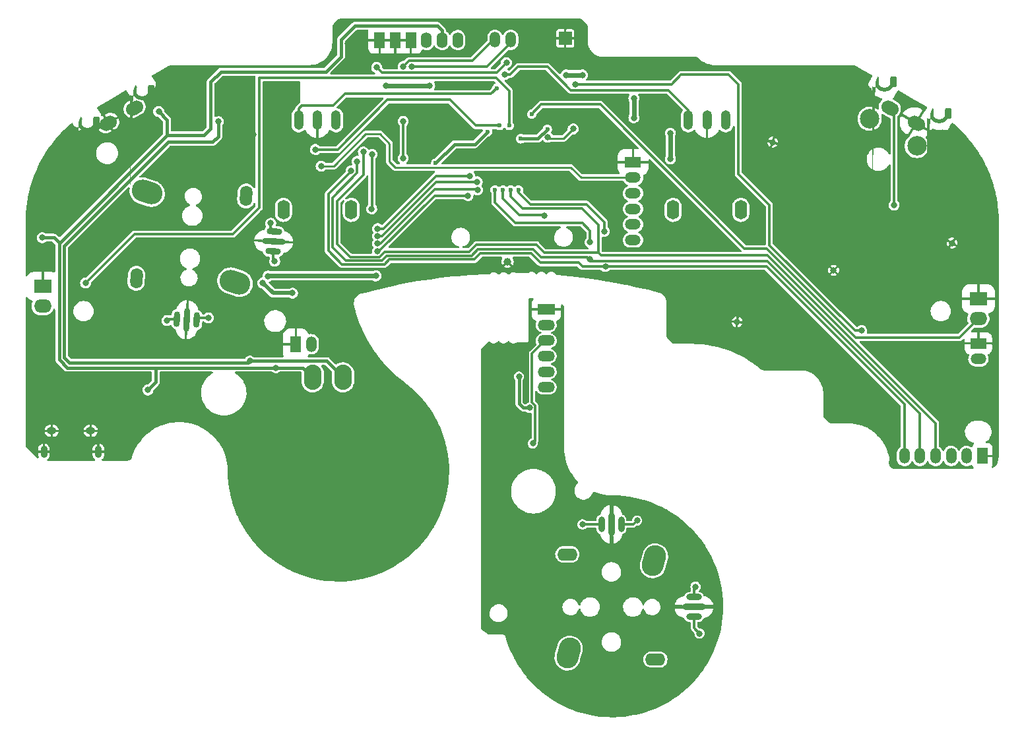
<source format=gbl>
G04 #@! TF.GenerationSoftware,KiCad,Pcbnew,(6.0.9)*
G04 #@! TF.CreationDate,2022-12-12T22:53:00-08:00*
G04 #@! TF.ProjectId,PhoZL-2.0.2,50686f5a-4c2d-4322-9e30-2e322e6b6963,rev?*
G04 #@! TF.SameCoordinates,Original*
G04 #@! TF.FileFunction,Copper,L2,Bot*
G04 #@! TF.FilePolarity,Positive*
%FSLAX46Y46*%
G04 Gerber Fmt 4.6, Leading zero omitted, Abs format (unit mm)*
G04 Created by KiCad (PCBNEW (6.0.9)) date 2022-12-12 22:53:00*
%MOMM*%
%LPD*%
G01*
G04 APERTURE LIST*
G04 Aperture macros list*
%AMHorizOval*
0 Thick line with rounded ends*
0 $1 width*
0 $2 $3 position (X,Y) of the first rounded end (center of the circle)*
0 $4 $5 position (X,Y) of the second rounded end (center of the circle)*
0 Add line between two ends*
20,1,$1,$2,$3,$4,$5,0*
0 Add two circle primitives to create the rounded ends*
1,1,$1,$2,$3*
1,1,$1,$4,$5*%
%AMFreePoly0*
4,1,57,0.276537,0.684776,0.341421,0.641421,0.384776,0.576537,0.400000,0.500000,0.400000,-0.300961,0.458548,-0.402369,0.578106,-0.535153,0.722659,-0.640176,0.885889,-0.712851,1.060661,-0.750001,1.239339,-0.750000,1.414112,-0.712851,1.577341,-0.640176,1.721894,-0.535153,1.841452,-0.402369,1.900000,-0.300961,1.900000,0.500000,1.915224,0.576537,1.958579,0.641421,2.023463,0.684776,
2.100000,0.700000,2.500000,0.700000,2.576537,0.684776,2.641421,0.641421,2.684776,0.576537,2.700000,0.500000,2.700001,-0.500000,2.684776,-0.576537,2.641421,-0.641421,2.576537,-0.684776,2.500001,-0.700000,2.234409,-0.700000,2.215340,-0.729187,2.064330,-0.893227,1.888381,-1.030175,1.692289,-1.136294,1.481405,-1.208690,1.261482,-1.245389,1.038518,-1.245390,0.818595,-1.208690,
0.607711,-1.136294,0.411620,-1.030175,0.235670,-0.893227,0.084660,-0.729187,0.065590,-0.700000,-0.200000,-0.700000,-0.276537,-0.684776,-0.341421,-0.641421,-0.384776,-0.576537,-0.400000,-0.500000,-0.400000,0.500000,-0.384776,0.576537,-0.341421,0.641421,-0.276537,0.684776,-0.200000,0.700000,0.200000,0.700000,0.276537,0.684776,0.276537,0.684776,$1*%
G04 Aperture macros list end*
G04 #@! TA.AperFunction,ComponentPad*
%ADD10C,0.800000*%
G04 #@! TD*
G04 #@! TA.AperFunction,ComponentPad*
%ADD11HorizOval,1.700000X0.259808X-0.150000X-0.259808X0.150000X0*%
G04 #@! TD*
G04 #@! TA.AperFunction,SMDPad,CuDef*
%ADD12FreePoly0,330.000000*%
G04 #@! TD*
G04 #@! TA.AperFunction,ComponentPad*
%ADD13C,2.500000*%
G04 #@! TD*
G04 #@! TA.AperFunction,ComponentPad*
%ADD14HorizOval,2.800000X-0.568661X0.191376X0.568661X-0.191376X0*%
G04 #@! TD*
G04 #@! TA.AperFunction,ComponentPad*
%ADD15HorizOval,1.600000X0.026168X0.499315X-0.026168X-0.499315X0*%
G04 #@! TD*
G04 #@! TA.AperFunction,SMDPad,CuDef*
%ADD16HorizOval,0.800000X0.031402X0.599178X-0.031402X-0.599178X0*%
G04 #@! TD*
G04 #@! TA.AperFunction,SMDPad,CuDef*
%ADD17HorizOval,0.800000X0.057570X1.098492X-0.057570X-1.098492X0*%
G04 #@! TD*
G04 #@! TA.AperFunction,SMDPad,CuDef*
%ADD18HorizOval,0.800000X-0.599178X0.031402X0.599178X-0.031402X0*%
G04 #@! TD*
G04 #@! TA.AperFunction,SMDPad,CuDef*
%ADD19HorizOval,0.800000X-1.098492X0.057570X1.098492X-0.057570X0*%
G04 #@! TD*
G04 #@! TA.AperFunction,ComponentPad*
%ADD20C,1.000000*%
G04 #@! TD*
G04 #@! TA.AperFunction,ComponentPad*
%ADD21C,0.600000*%
G04 #@! TD*
G04 #@! TA.AperFunction,ComponentPad*
%ADD22R,1.700000X1.700000*%
G04 #@! TD*
G04 #@! TA.AperFunction,ComponentPad*
%ADD23O,2.600000X1.600000*%
G04 #@! TD*
G04 #@! TA.AperFunction,ComponentPad*
%ADD24HorizOval,2.800000X-0.161352X-0.577898X0.161352X0.577898X0*%
G04 #@! TD*
G04 #@! TA.AperFunction,SMDPad,CuDef*
%ADD25O,2.000000X0.800000*%
G04 #@! TD*
G04 #@! TA.AperFunction,SMDPad,CuDef*
%ADD26O,3.000000X0.800000*%
G04 #@! TD*
G04 #@! TA.AperFunction,SMDPad,CuDef*
%ADD27O,0.800000X2.000000*%
G04 #@! TD*
G04 #@! TA.AperFunction,SMDPad,CuDef*
%ADD28O,0.800000X3.000000*%
G04 #@! TD*
G04 #@! TA.AperFunction,ComponentPad*
%ADD29O,1.350000X2.000000*%
G04 #@! TD*
G04 #@! TA.AperFunction,ComponentPad*
%ADD30O,1.250000X0.950000*%
G04 #@! TD*
G04 #@! TA.AperFunction,ComponentPad*
%ADD31O,0.890000X1.550000*%
G04 #@! TD*
G04 #@! TA.AperFunction,ComponentPad*
%ADD32HorizOval,1.700000X0.259808X0.150000X-0.259808X-0.150000X0*%
G04 #@! TD*
G04 #@! TA.AperFunction,SMDPad,CuDef*
%ADD33FreePoly0,30.000000*%
G04 #@! TD*
G04 #@! TA.AperFunction,ComponentPad*
%ADD34O,2.250000X1.700000*%
G04 #@! TD*
G04 #@! TA.AperFunction,ComponentPad*
%ADD35R,2.250000X1.700000*%
G04 #@! TD*
G04 #@! TA.AperFunction,ComponentPad*
%ADD36O,1.600000X2.500000*%
G04 #@! TD*
G04 #@! TA.AperFunction,ComponentPad*
%ADD37O,1.250000X2.500000*%
G04 #@! TD*
G04 #@! TA.AperFunction,ComponentPad*
%ADD38O,1.400000X2.000000*%
G04 #@! TD*
G04 #@! TA.AperFunction,ComponentPad*
%ADD39R,1.400000X2.000000*%
G04 #@! TD*
G04 #@! TA.AperFunction,ComponentPad*
%ADD40R,2.000000X1.350000*%
G04 #@! TD*
G04 #@! TA.AperFunction,ComponentPad*
%ADD41O,2.000000X1.350000*%
G04 #@! TD*
G04 #@! TA.AperFunction,ComponentPad*
%ADD42R,2.200000X1.350000*%
G04 #@! TD*
G04 #@! TA.AperFunction,ComponentPad*
%ADD43O,2.200000X1.350000*%
G04 #@! TD*
G04 #@! TA.AperFunction,SMDPad,CuDef*
%ADD44O,2.250000X3.250000*%
G04 #@! TD*
G04 #@! TA.AperFunction,ComponentPad*
%ADD45R,1.350000X2.000000*%
G04 #@! TD*
G04 #@! TA.AperFunction,ViaPad*
%ADD46C,0.800000*%
G04 #@! TD*
G04 #@! TA.AperFunction,ViaPad*
%ADD47C,0.600000*%
G04 #@! TD*
G04 #@! TA.AperFunction,Conductor*
%ADD48C,0.300000*%
G04 #@! TD*
G04 #@! TA.AperFunction,Conductor*
%ADD49C,0.600000*%
G04 #@! TD*
G04 #@! TA.AperFunction,Conductor*
%ADD50C,0.500000*%
G04 #@! TD*
G04 #@! TA.AperFunction,Conductor*
%ADD51C,0.250000*%
G04 #@! TD*
G04 #@! TA.AperFunction,Conductor*
%ADD52C,0.400000*%
G04 #@! TD*
G04 APERTURE END LIST*
D10*
X152240000Y-55380000D03*
X139861054Y-62025251D03*
D11*
X159452694Y-34530000D03*
X162830192Y-36480000D03*
D12*
X157638111Y-31172949D03*
X164652917Y-35222949D03*
D13*
X162922532Y-39420064D03*
X156860354Y-35920064D03*
D14*
X64160011Y-45345390D03*
X75430155Y-56911074D03*
D15*
X76831531Y-45839243D03*
X62758635Y-56417221D03*
D10*
X67972062Y-61647238D03*
D16*
X67972062Y-61647238D03*
D17*
X69240322Y-61713705D03*
D10*
X69240322Y-61713705D03*
D16*
X70508581Y-61780172D03*
D10*
X70508581Y-61780172D03*
D18*
X80314089Y-52951253D03*
D10*
X80314089Y-52951253D03*
D19*
X80380556Y-51682993D03*
D10*
X80380556Y-51682993D03*
X80447023Y-50414734D03*
D18*
X80447023Y-50414734D03*
D20*
X110390000Y-54280000D03*
D10*
X144408672Y-38932159D03*
X167434020Y-51886035D03*
D21*
X111275000Y-40275000D03*
X110000000Y-39000000D03*
X108725000Y-40275000D03*
X108725000Y-37725000D03*
X110000000Y-40275000D03*
X108725000Y-39000000D03*
X111275000Y-39000000D03*
X110000000Y-37725000D03*
X111275000Y-37725000D03*
D22*
X117800000Y-25600000D03*
D23*
X129369000Y-105354552D03*
X118069000Y-91854552D03*
D24*
X129199000Y-92674552D03*
X118239000Y-104534552D03*
D10*
X134319000Y-99874552D03*
D25*
X134319000Y-99874552D03*
D26*
X134319000Y-98604552D03*
D10*
X134319000Y-98604552D03*
D25*
X134319000Y-97334552D03*
D10*
X134319000Y-97334552D03*
X124989000Y-88004552D03*
D27*
X124989000Y-88004552D03*
D28*
X123719000Y-88004552D03*
D10*
X123719000Y-88004552D03*
D27*
X122449000Y-88004552D03*
D10*
X122449000Y-88004552D03*
D29*
X108800000Y-25800000D03*
X110800000Y-25800000D03*
D30*
X56900000Y-76000000D03*
D31*
X50900000Y-78700000D03*
X57900000Y-78700000D03*
D30*
X51900000Y-76000000D03*
D32*
X59153751Y-36480000D03*
X62531249Y-34530000D03*
D33*
X55339168Y-36372949D03*
X62353974Y-32322949D03*
D34*
X50750000Y-60000000D03*
D35*
X50750000Y-57460000D03*
D34*
X170815000Y-61595000D03*
D35*
X170815000Y-59055000D03*
D36*
X131640000Y-47630000D03*
X140340000Y-47630000D03*
D37*
X138390000Y-36130000D03*
X135990000Y-36130000D03*
X133590000Y-36130000D03*
D36*
X81640000Y-47630000D03*
X90340000Y-47630000D03*
D37*
X88390000Y-36130000D03*
X85990000Y-36130000D03*
X83590000Y-36130000D03*
D38*
X103990000Y-25830000D03*
X101990000Y-25830000D03*
X99990000Y-25830000D03*
D39*
X97990000Y-25830000D03*
X95990000Y-25830000D03*
X93990000Y-25830000D03*
D40*
X170815000Y-64761000D03*
D41*
X170815000Y-66761000D03*
X126500000Y-51500000D03*
X126500000Y-49500000D03*
X126500000Y-47500000D03*
X126500000Y-45500000D03*
X126500000Y-43500000D03*
D40*
X126500000Y-41500000D03*
D42*
X115366800Y-60410000D03*
D43*
X115366800Y-62410000D03*
X115366800Y-64410000D03*
X115366800Y-66410000D03*
X115366800Y-68410000D03*
X115366800Y-70410000D03*
D44*
X85390000Y-69130000D03*
X89290000Y-69130000D03*
D45*
X171319200Y-79222600D03*
D29*
X169319200Y-79222600D03*
X167319200Y-79222600D03*
X165319200Y-79222600D03*
X163319200Y-79222600D03*
X161319200Y-79222600D03*
D45*
X83226400Y-64871600D03*
D29*
X85226400Y-64871600D03*
D46*
X96640000Y-84330000D03*
X74625200Y-51765200D03*
X122834400Y-37287200D03*
X101250000Y-34750000D03*
X115925600Y-46024800D03*
X89154000Y-24384000D03*
X73500000Y-60500000D03*
X102500000Y-47750000D03*
X129500000Y-34500000D03*
X118618000Y-40386000D03*
X92075000Y-45847000D03*
X77800500Y-38000000D03*
X154500000Y-60500000D03*
X130429000Y-56007000D03*
X65024000Y-42214800D03*
X125000000Y-30000000D03*
X150749000Y-64262000D03*
X137000000Y-51250000D03*
X85471000Y-89027000D03*
X91059000Y-34798000D03*
X98750000Y-49750000D03*
X123545600Y-39776400D03*
X89916000Y-26289000D03*
X50500000Y-64000000D03*
X141605000Y-51308000D03*
X161544000Y-62992000D03*
X75000000Y-33500000D03*
X161544000Y-65151000D03*
X125000000Y-33300000D03*
X91890000Y-73230000D03*
X99100000Y-40800000D03*
X86000000Y-53600000D03*
X84500000Y-45500000D03*
X62128400Y-41148000D03*
X68453000Y-66167000D03*
X79000000Y-48000000D03*
X104600000Y-31800000D03*
X100380800Y-35915600D03*
X54750000Y-56500000D03*
X130429000Y-51996000D03*
X114000000Y-30500000D03*
X99100000Y-39700000D03*
X63500000Y-49000000D03*
X89535000Y-37592000D03*
X74625200Y-49733200D03*
X105800000Y-31800000D03*
X80740000Y-84330000D03*
X67500000Y-45000000D03*
X82804000Y-58318400D03*
X94800000Y-31700000D03*
X117900000Y-30300000D03*
X131300000Y-37800000D03*
X79629000Y-56134000D03*
X78994000Y-57023000D03*
X100400000Y-31700000D03*
X115570000Y-38303200D03*
X118821200Y-37236400D03*
X120000000Y-30300000D03*
X66675000Y-61849000D03*
X93500000Y-56100000D03*
X126600000Y-35800000D03*
X80518000Y-54229000D03*
X126600000Y-33300000D03*
X131300000Y-41100000D03*
D47*
X113487200Y-35356800D03*
X109800000Y-45075500D03*
D46*
X115100000Y-48400000D03*
X160000000Y-47000000D03*
D47*
X109000000Y-32000000D03*
D46*
X110025500Y-30250000D03*
X56250000Y-57000000D03*
D47*
X110600000Y-36800000D03*
D46*
X93726000Y-50038000D03*
X105512299Y-43262299D03*
X110250000Y-28750000D03*
X93599000Y-29337000D03*
X77330000Y-67040000D03*
X73300000Y-36300000D03*
X113219500Y-73050400D03*
X111861600Y-69037200D03*
X135018000Y-102010000D03*
X127018000Y-87510000D03*
D47*
X115500000Y-37300000D03*
X107823000Y-37592000D03*
X112100000Y-38500000D03*
X101188113Y-41625113D03*
D46*
X64250000Y-70750000D03*
X50700000Y-51200000D03*
X65633600Y-35001200D03*
X80650000Y-67889500D03*
X97028000Y-29210000D03*
X97000000Y-36250000D03*
X97000000Y-41000000D03*
X98100000Y-29200000D03*
X92964000Y-47498000D03*
X93000000Y-40500000D03*
X106500000Y-44025500D03*
X93726000Y-51000000D03*
X106527600Y-45059600D03*
X93726000Y-51949503D03*
X105300000Y-45800000D03*
X93705831Y-52938831D03*
X86480000Y-42010000D03*
X119100000Y-31500000D03*
X155829000Y-63119000D03*
X91900000Y-40200000D03*
D47*
X110800000Y-45075500D03*
D46*
X121000000Y-51800000D03*
D47*
X108800000Y-45075500D03*
D46*
X91100000Y-41400000D03*
X121000000Y-53950460D03*
D47*
X111800000Y-45075500D03*
D46*
X122950000Y-54900000D03*
X122783600Y-50393600D03*
X90300000Y-42600000D03*
D47*
X109400000Y-36800000D03*
D46*
X85725000Y-39878000D03*
X72000000Y-61500000D03*
X80008343Y-49340802D03*
X120018000Y-88010000D03*
X134518000Y-96010000D03*
X113639600Y-77622400D03*
X120018000Y-108510000D03*
X114518000Y-103010000D03*
X113018000Y-79760000D03*
X127018000Y-90010000D03*
X107594400Y-70104000D03*
X132733000Y-102054000D03*
D48*
X66876762Y-61647238D02*
X67972062Y-61647238D01*
X80314089Y-54025089D02*
X80314089Y-52951253D01*
D49*
X79663000Y-56100000D02*
X93500000Y-56100000D01*
X117900000Y-30300000D02*
X120000000Y-30300000D01*
D50*
X80289400Y-58318400D02*
X78994000Y-57023000D01*
D48*
X80518000Y-54229000D02*
X80314089Y-54025089D01*
D49*
X100400000Y-31700000D02*
X94800000Y-31700000D01*
D48*
X66675000Y-61849000D02*
X66876762Y-61647238D01*
D51*
X117609745Y-38447855D02*
X118821200Y-37236400D01*
D49*
X131300000Y-37800000D02*
X131300000Y-41100000D01*
X126600000Y-33300000D02*
X126600000Y-35800000D01*
D51*
X115714655Y-38447855D02*
X117609745Y-38447855D01*
X115570000Y-38303200D02*
X115714655Y-38447855D01*
D49*
X79629000Y-56134000D02*
X79663000Y-56100000D01*
D50*
X82804000Y-58318400D02*
X80289400Y-58318400D01*
D48*
X113487200Y-35312800D02*
X114704739Y-34095261D01*
X114704739Y-34095261D02*
X122295261Y-34095261D01*
X113487200Y-35356800D02*
X113487200Y-35312800D01*
X143682856Y-52601442D02*
X155081414Y-64000000D01*
X122295261Y-34095261D02*
X140801442Y-52601442D01*
X155081414Y-64000000D02*
X168410000Y-64000000D01*
X140801442Y-52601442D02*
X143682856Y-52601442D01*
X168410000Y-64000000D02*
X170815000Y-61595000D01*
X111922862Y-48300000D02*
X109800000Y-46177138D01*
X115000000Y-48300000D02*
X111922862Y-48300000D01*
X109800000Y-46177138D02*
X109800000Y-45075500D01*
X115100000Y-48400000D02*
X115000000Y-48300000D01*
X160000000Y-35187114D02*
X159192886Y-34380000D01*
X160000000Y-47000000D02*
X160000000Y-35187114D01*
X83590000Y-34660000D02*
X83590000Y-36130000D01*
X88005717Y-34250000D02*
X84000000Y-34250000D01*
X108250000Y-32750000D02*
X89505717Y-32750000D01*
X109000000Y-32000000D02*
X108250000Y-32750000D01*
X89505717Y-32750000D02*
X88005717Y-34250000D01*
X84000000Y-34250000D02*
X83590000Y-34660000D01*
X111750000Y-29250000D02*
X115500000Y-29250000D01*
X110025500Y-30250000D02*
X110750000Y-30250000D01*
X118500000Y-32250000D02*
X131000000Y-32250000D01*
X133590000Y-34840000D02*
X133590000Y-36130000D01*
X115500000Y-29250000D02*
X118500000Y-32250000D01*
X131000000Y-32250000D02*
X133590000Y-34840000D01*
X110750000Y-30250000D02*
X111750000Y-29250000D01*
X110600000Y-32350000D02*
X108930480Y-30680480D01*
X110600000Y-36800000D02*
X110600000Y-32350000D01*
X62500000Y-50750000D02*
X56250000Y-57000000D01*
X78500000Y-30680480D02*
X78500000Y-47369320D01*
X108930480Y-30680480D02*
X78500000Y-30680480D01*
X75119320Y-50750000D02*
X62500000Y-50750000D01*
X78500000Y-47369320D02*
X75119320Y-50750000D01*
X101237701Y-43262299D02*
X105512299Y-43262299D01*
X94462000Y-50038000D02*
X101237701Y-43262299D01*
X93726000Y-50038000D02*
X94462000Y-50038000D01*
X93599000Y-29337000D02*
X94262000Y-30000000D01*
X94262000Y-30000000D02*
X109000000Y-30000000D01*
X109000000Y-30000000D02*
X110250000Y-28750000D01*
D52*
X66829265Y-38920735D02*
X53500000Y-52250000D01*
X87200000Y-67040000D02*
X89290000Y-69130000D01*
X53500000Y-52250000D02*
X53500000Y-66581440D01*
X73300000Y-36300000D02*
X73300000Y-38175489D01*
X77130009Y-67239991D02*
X77330000Y-67040000D01*
X54158551Y-67239991D02*
X77130009Y-67239991D01*
X72554754Y-38920735D02*
X66829265Y-38920735D01*
X53500000Y-66581440D02*
X54158551Y-67239991D01*
X77330000Y-67040000D02*
X87200000Y-67040000D01*
X73300000Y-38175489D02*
X72554754Y-38920735D01*
D48*
X124989000Y-88004552D02*
X126523448Y-88004552D01*
D52*
X111861600Y-72491600D02*
X112420400Y-73050400D01*
D48*
X134319000Y-101311000D02*
X135018000Y-102010000D01*
X126523448Y-88004552D02*
X127018000Y-87510000D01*
D52*
X111861600Y-69037200D02*
X111861600Y-72491600D01*
X112420400Y-73050400D02*
X113219500Y-73050400D01*
D48*
X134319000Y-99874552D02*
X134319000Y-101311000D01*
D52*
X101188113Y-41625113D02*
X103613226Y-39200000D01*
X115500000Y-37300000D02*
X114300000Y-38500000D01*
X106215000Y-39200000D02*
X107823000Y-37592000D01*
X103613226Y-39200000D02*
X106215000Y-39200000D01*
X114300000Y-38500000D02*
X112100000Y-38500000D01*
X90805000Y-24003000D02*
X89027000Y-25781000D01*
X52850480Y-51850480D02*
X52850480Y-66850479D01*
X53889511Y-67889511D02*
X82369989Y-67889511D01*
X72300000Y-37200000D02*
X71459280Y-38040720D01*
X82370000Y-67889500D02*
X84149500Y-67889500D01*
X65633600Y-35001200D02*
X66695711Y-36063311D01*
X87087000Y-29880000D02*
X73620000Y-29880000D01*
X89027000Y-27940000D02*
X87087000Y-29880000D01*
X66695711Y-38040720D02*
X52850480Y-51885951D01*
X66695711Y-36063311D02*
X66695711Y-38040720D01*
X52850480Y-66850479D02*
X53889511Y-67889511D01*
X65250000Y-69750000D02*
X65250000Y-68000000D01*
X84149500Y-67889500D02*
X85390000Y-69130000D01*
X89027000Y-25781000D02*
X89027000Y-27940000D01*
X52200000Y-51200000D02*
X52850480Y-51850480D01*
X82369989Y-67889511D02*
X82370000Y-67889500D01*
X72300000Y-31200000D02*
X72300000Y-37200000D01*
X50700000Y-51200000D02*
X52200000Y-51200000D01*
X101990000Y-25630000D02*
X101990000Y-24620000D01*
X73620000Y-29880000D02*
X72300000Y-31200000D01*
X101373000Y-24003000D02*
X90805000Y-24003000D01*
X64250000Y-70750000D02*
X65250000Y-69750000D01*
X101990000Y-24620000D02*
X101373000Y-24003000D01*
X71459280Y-38040720D02*
X66695711Y-38040720D01*
D48*
X97000000Y-41000000D02*
X97000000Y-36250000D01*
X97028000Y-29210000D02*
X97738000Y-28500000D01*
X105900000Y-28500000D02*
X108800000Y-25600000D01*
X97738000Y-28500000D02*
X105900000Y-28500000D01*
X107756800Y-29200000D02*
X110800000Y-26156800D01*
X110800000Y-26156800D02*
X110800000Y-25600000D01*
X98100000Y-29200000D02*
X107756800Y-29200000D01*
X93000000Y-47462000D02*
X93000000Y-40500000D01*
X92964000Y-47498000D02*
X93000000Y-47462000D01*
X101215328Y-44061810D02*
X106463690Y-44061810D01*
X94277138Y-51000000D02*
X101215328Y-44061810D01*
X93726000Y-51000000D02*
X94277138Y-51000000D01*
X106463690Y-44061810D02*
X106500000Y-44025500D01*
X106527600Y-45059600D02*
X106468500Y-45000500D01*
X106468500Y-45000500D02*
X101053776Y-45000500D01*
X94104773Y-51949503D02*
X93726000Y-51949503D01*
X101053776Y-45000500D02*
X94104773Y-51949503D01*
X101031414Y-45800000D02*
X105300000Y-45800000D01*
X93705831Y-52938831D02*
X93892583Y-52938831D01*
X93892583Y-52938831D02*
X101031414Y-45800000D01*
D51*
X118530113Y-42200113D02*
X119830000Y-43500000D01*
X94010000Y-37890000D02*
X95250000Y-39130000D01*
X119830000Y-43500000D02*
X126500000Y-43500000D01*
X86480000Y-42010000D02*
X88090000Y-42010000D01*
X95250000Y-39130000D02*
X95250000Y-41430000D01*
X88090000Y-42010000D02*
X92210000Y-37890000D01*
X96020113Y-42200113D02*
X118530113Y-42200113D01*
X95250000Y-41430000D02*
X96020113Y-42200113D01*
X92210000Y-37890000D02*
X94010000Y-37890000D01*
D48*
X132667141Y-30250000D02*
X131417141Y-31500000D01*
X144000000Y-47000000D02*
X140000000Y-43000000D01*
X154977552Y-63119000D02*
X144000000Y-52141448D01*
X144000000Y-52141448D02*
X144000000Y-47000000D01*
X131417141Y-31500000D02*
X119100000Y-31500000D01*
X140000000Y-43000000D02*
X140000000Y-31500000D01*
X140000000Y-31500000D02*
X138750000Y-30250000D01*
X138750000Y-30250000D02*
X132667141Y-30250000D01*
X155829000Y-63119000D02*
X154977552Y-63119000D01*
X165323000Y-75018724D02*
X143774276Y-53470000D01*
X114100000Y-52100000D02*
X115150960Y-53150960D01*
X165323000Y-79121000D02*
X165323000Y-75018724D01*
X122370000Y-53470000D02*
X122050960Y-53150960D01*
X105500000Y-53000000D02*
X106400000Y-52100000D01*
X119926169Y-47449031D02*
X122049520Y-49572382D01*
X143774276Y-53470000D02*
X122370000Y-53470000D01*
X88500000Y-52000000D02*
X90200000Y-53700000D01*
X94633905Y-53000000D02*
X105500000Y-53000000D01*
X112349031Y-47449031D02*
X119926169Y-47449031D01*
X110800000Y-45075500D02*
X110800000Y-45900000D01*
X91900000Y-43100000D02*
X88500000Y-46500000D01*
X93933905Y-53700000D02*
X94633905Y-53000000D01*
D51*
X122049520Y-53149520D02*
X122050960Y-53150960D01*
D48*
X106400000Y-52100000D02*
X114100000Y-52100000D01*
X90200000Y-53700000D02*
X93933905Y-53700000D01*
X91900000Y-40200000D02*
X91900000Y-43100000D01*
X115150960Y-53150960D02*
X122050960Y-53150960D01*
X110800000Y-45900000D02*
X112349031Y-47449031D01*
X122049520Y-49572382D02*
X122049520Y-53149520D01*
X88500000Y-46500000D02*
X88500000Y-52000000D01*
X94900000Y-53500000D02*
X105800000Y-53500000D01*
X108800000Y-46700000D02*
X111400000Y-49300000D01*
X143727138Y-54200000D02*
X121100000Y-54200000D01*
X121000000Y-53950460D02*
X120850460Y-53950460D01*
X163323000Y-73795862D02*
X143727138Y-54200000D01*
X121000000Y-50300000D02*
X121000000Y-51800000D01*
X111400000Y-49300000D02*
X120000000Y-49300000D01*
X87950480Y-46049520D02*
X87950480Y-52450480D01*
X114700480Y-53700480D02*
X120600480Y-53700480D01*
X91100000Y-42900000D02*
X87950480Y-46049520D01*
X120850460Y-53950460D02*
X120600480Y-53700480D01*
X89650000Y-54150000D02*
X94250000Y-54150000D01*
X113700000Y-52700000D02*
X114700480Y-53700480D01*
X94250000Y-54150000D02*
X94900000Y-53500000D01*
X121100000Y-54200000D02*
X120600480Y-53700480D01*
X163323000Y-79121000D02*
X163323000Y-73795862D01*
X87950480Y-52450480D02*
X89650000Y-54150000D01*
X106600000Y-52700000D02*
X113700000Y-52700000D01*
X108800000Y-45075500D02*
X108800000Y-46700000D01*
X105800000Y-53500000D02*
X106600000Y-52700000D01*
X91100000Y-41400000D02*
X91100000Y-42900000D01*
X120000000Y-49300000D02*
X121000000Y-50300000D01*
X90300000Y-42600000D02*
X90300000Y-42700000D01*
X95200000Y-54000000D02*
X106136396Y-54000000D01*
X87400960Y-45599040D02*
X87400960Y-52900960D01*
X143650000Y-54900000D02*
X161323000Y-72573000D01*
X113299511Y-46899511D02*
X111800000Y-45400000D01*
X113420340Y-53200000D02*
X114620340Y-54400000D01*
X122783600Y-50393600D02*
X122783600Y-49183600D01*
X90300000Y-42700000D02*
X87400960Y-45599040D01*
X87400960Y-52900960D02*
X89100000Y-54600000D01*
X161323000Y-72573000D02*
X161323000Y-79121000D01*
X106136396Y-54000000D02*
X106936396Y-53200000D01*
X94600000Y-54600000D02*
X95200000Y-54000000D01*
X122783600Y-49183600D02*
X120499511Y-46899511D01*
X120000000Y-54900000D02*
X122950000Y-54900000D01*
X114620340Y-54400000D02*
X119500000Y-54400000D01*
X120499511Y-46899511D02*
X113299511Y-46899511D01*
X111800000Y-45400000D02*
X111800000Y-45075500D01*
X106936396Y-53200000D02*
X113420340Y-53200000D01*
X89100000Y-54600000D02*
X94600000Y-54600000D01*
X122950000Y-54900000D02*
X143650000Y-54900000D01*
X119500000Y-54400000D02*
X120000000Y-54900000D01*
X85725000Y-39878000D02*
X85747000Y-39900000D01*
X103000000Y-33500000D02*
X106300000Y-36800000D01*
X88600000Y-39900000D02*
X95000000Y-33500000D01*
X106300000Y-36800000D02*
X109400000Y-36800000D01*
X85747000Y-39900000D02*
X88600000Y-39900000D01*
X95000000Y-33500000D02*
X103000000Y-33500000D01*
X72000000Y-61500000D02*
X70788753Y-61500000D01*
X70788753Y-61500000D02*
X70508581Y-61780172D01*
X80008343Y-49976054D02*
X80447023Y-50414734D01*
X80008343Y-49340802D02*
X80008343Y-49976054D01*
X122449000Y-88004552D02*
X120023448Y-88004552D01*
X120023448Y-88004552D02*
X120018000Y-88010000D01*
X134319000Y-97334552D02*
X134319000Y-96209000D01*
X134319000Y-96209000D02*
X134518000Y-96010000D01*
X113538000Y-72339200D02*
X113538000Y-66040000D01*
X113639600Y-77622400D02*
X113919000Y-77343000D01*
X115168000Y-64410000D02*
X115366800Y-64410000D01*
X113538000Y-66040000D02*
X115168000Y-64410000D01*
X113919000Y-77343000D02*
X113919000Y-72720200D01*
X113919000Y-72720200D02*
X113538000Y-72339200D01*
G04 #@! TA.AperFunction,Conductor*
G36*
X78016637Y-30400502D02*
G01*
X78063130Y-30454158D01*
X78073234Y-30524432D01*
X78071262Y-30534950D01*
X78066224Y-30556686D01*
X78063614Y-30566229D01*
X78050020Y-30609210D01*
X78049500Y-30615817D01*
X78049500Y-30618287D01*
X78049469Y-30619079D01*
X78048518Y-30626155D01*
X78048681Y-30626168D01*
X78047942Y-30635559D01*
X78045815Y-30644735D01*
X78046480Y-30654130D01*
X78046480Y-30654133D01*
X78049185Y-30692329D01*
X78049500Y-30701228D01*
X78049500Y-44724039D01*
X78029498Y-44792160D01*
X77975842Y-44838653D01*
X77905568Y-44848757D01*
X77840988Y-44819263D01*
X77818471Y-44791847D01*
X77817976Y-44792196D01*
X77769986Y-44724039D01*
X77697078Y-44620493D01*
X77545893Y-44474750D01*
X77533071Y-44466407D01*
X77403453Y-44382072D01*
X77369876Y-44360225D01*
X77175378Y-44281050D01*
X76998768Y-44245920D01*
X76975301Y-44241252D01*
X76975299Y-44241252D01*
X76969418Y-44240082D01*
X76963426Y-44240045D01*
X76963422Y-44240045D01*
X76866047Y-44239450D01*
X76759426Y-44238799D01*
X76656203Y-44258024D01*
X76558874Y-44276150D01*
X76558871Y-44276151D01*
X76552980Y-44277248D01*
X76547404Y-44279439D01*
X76547400Y-44279440D01*
X76363108Y-44351849D01*
X76363105Y-44351851D01*
X76357530Y-44354041D01*
X76352466Y-44357248D01*
X76352465Y-44357249D01*
X76189447Y-44460504D01*
X76180127Y-44466407D01*
X76175762Y-44470513D01*
X76175761Y-44470514D01*
X76031535Y-44606188D01*
X76031532Y-44606192D01*
X76027172Y-44610293D01*
X75904185Y-44780505D01*
X75815603Y-44970903D01*
X75764623Y-45174617D01*
X75764064Y-45180116D01*
X75763983Y-45181654D01*
X75763982Y-45181672D01*
X75738684Y-45664387D01*
X75703625Y-46333359D01*
X75703753Y-46336352D01*
X75703753Y-46336362D01*
X75706737Y-46406079D01*
X75710349Y-46490504D01*
X75711734Y-46496339D01*
X75711734Y-46496341D01*
X75720682Y-46534045D01*
X75758836Y-46694824D01*
X75777042Y-46735239D01*
X75838606Y-46871905D01*
X75845086Y-46886291D01*
X75856957Y-46903150D01*
X75962534Y-47053094D01*
X75962537Y-47053098D01*
X75965984Y-47057993D01*
X75970298Y-47062152D01*
X75970300Y-47062154D01*
X75990263Y-47081398D01*
X76117169Y-47203736D01*
X76122192Y-47207004D01*
X76122193Y-47207005D01*
X76138071Y-47217336D01*
X76293186Y-47318261D01*
X76322139Y-47330047D01*
X76449652Y-47381954D01*
X76487684Y-47397436D01*
X76591953Y-47418176D01*
X76687761Y-47437234D01*
X76687763Y-47437234D01*
X76693644Y-47438404D01*
X76699636Y-47438441D01*
X76699640Y-47438441D01*
X76797015Y-47439036D01*
X76903636Y-47439687D01*
X77110082Y-47401238D01*
X77115664Y-47399045D01*
X77115667Y-47399044D01*
X77299951Y-47326639D01*
X77299953Y-47326638D01*
X77305532Y-47324446D01*
X77482935Y-47212080D01*
X77635890Y-47068193D01*
X77641710Y-47060139D01*
X77755364Y-46902844D01*
X77758877Y-46897982D01*
X77809259Y-46789691D01*
X77856129Y-46736365D01*
X77924390Y-46716844D01*
X77992368Y-46737327D01*
X78038480Y-46791309D01*
X78049500Y-46842841D01*
X78049500Y-47130526D01*
X78029498Y-47198647D01*
X78012595Y-47219621D01*
X74969622Y-50262595D01*
X74907310Y-50296621D01*
X74880527Y-50299500D01*
X62534220Y-50299500D01*
X62519411Y-50298627D01*
X62495043Y-50295743D01*
X62485690Y-50294636D01*
X62476426Y-50296328D01*
X62476422Y-50296328D01*
X62427989Y-50305173D01*
X62424088Y-50305822D01*
X62375355Y-50313149D01*
X62375347Y-50313151D01*
X62366038Y-50314551D01*
X62359528Y-50317677D01*
X62352427Y-50318974D01*
X62344072Y-50323314D01*
X62300363Y-50346018D01*
X62296825Y-50347786D01*
X62252411Y-50369114D01*
X62243921Y-50373191D01*
X62238635Y-50378078D01*
X62238595Y-50378105D01*
X62232212Y-50381420D01*
X62227172Y-50385725D01*
X62189945Y-50422952D01*
X62186380Y-50426381D01*
X62144444Y-50465146D01*
X62140751Y-50471505D01*
X62135234Y-50477663D01*
X56350289Y-56262608D01*
X56287977Y-56296634D01*
X56260536Y-56299511D01*
X56168895Y-56299031D01*
X56161508Y-56300805D01*
X56161504Y-56300805D01*
X56056055Y-56326122D01*
X56004032Y-56338612D01*
X55997288Y-56342093D01*
X55997285Y-56342094D01*
X55873441Y-56406015D01*
X55853369Y-56416375D01*
X55847647Y-56421367D01*
X55847645Y-56421368D01*
X55801031Y-56462032D01*
X55725604Y-56527831D01*
X55628113Y-56666547D01*
X55566524Y-56824513D01*
X55565532Y-56832046D01*
X55565532Y-56832047D01*
X55545452Y-56984576D01*
X55544394Y-56992611D01*
X55562999Y-57161135D01*
X55582783Y-57215196D01*
X55610525Y-57291004D01*
X55621266Y-57320356D01*
X55625502Y-57326659D01*
X55625502Y-57326660D01*
X55636721Y-57343356D01*
X55715830Y-57461083D01*
X55721442Y-57466190D01*
X55721445Y-57466193D01*
X55835612Y-57570077D01*
X55835616Y-57570080D01*
X55841233Y-57575191D01*
X55847906Y-57578814D01*
X55847910Y-57578817D01*
X55983558Y-57652467D01*
X55983560Y-57652468D01*
X55990235Y-57656092D01*
X55997584Y-57658020D01*
X56146883Y-57697188D01*
X56146885Y-57697188D01*
X56154233Y-57699116D01*
X56240609Y-57700473D01*
X56316161Y-57701660D01*
X56316164Y-57701660D01*
X56323760Y-57701779D01*
X56331165Y-57700083D01*
X56331166Y-57700083D01*
X56438646Y-57675467D01*
X56489029Y-57663928D01*
X56640498Y-57587747D01*
X56755889Y-57489193D01*
X56763651Y-57482564D01*
X56763652Y-57482563D01*
X56769423Y-57477634D01*
X56868361Y-57339947D01*
X56876237Y-57320356D01*
X56928766Y-57189687D01*
X56928767Y-57189685D01*
X56931601Y-57182634D01*
X56946566Y-57077483D01*
X56954909Y-57018862D01*
X56954909Y-57018859D01*
X56955490Y-57014778D01*
X56955562Y-57007932D01*
X56955602Y-57004135D01*
X56955602Y-57004129D01*
X56955645Y-57000000D01*
X56955148Y-56995894D01*
X56954922Y-56991789D01*
X56957000Y-56991675D01*
X56967195Y-56929887D01*
X56980362Y-56911337D01*
X61630729Y-56911337D01*
X61630857Y-56914330D01*
X61630857Y-56914340D01*
X61632658Y-56956419D01*
X61637453Y-57068482D01*
X61685940Y-57272802D01*
X61704148Y-57313222D01*
X61767917Y-57454783D01*
X61772190Y-57464269D01*
X61790461Y-57490218D01*
X61889638Y-57631072D01*
X61889641Y-57631076D01*
X61893088Y-57635971D01*
X61897402Y-57640130D01*
X61897404Y-57640132D01*
X61921309Y-57663176D01*
X62044273Y-57781714D01*
X62220290Y-57896239D01*
X62414788Y-57975414D01*
X62495542Y-57991477D01*
X62614865Y-58015212D01*
X62614867Y-58015212D01*
X62620748Y-58016382D01*
X62626740Y-58016419D01*
X62626744Y-58016419D01*
X62724119Y-58017014D01*
X62830740Y-58017665D01*
X63037186Y-57979216D01*
X63042768Y-57977023D01*
X63042771Y-57977022D01*
X63227055Y-57904617D01*
X63227057Y-57904616D01*
X63232636Y-57902424D01*
X63410039Y-57790058D01*
X63562994Y-57646171D01*
X63568328Y-57638790D01*
X63682468Y-57480822D01*
X63685981Y-57475960D01*
X63774563Y-57285562D01*
X63787944Y-57232092D01*
X63824444Y-57086240D01*
X63824444Y-57086239D01*
X63825543Y-57081848D01*
X63826102Y-57076348D01*
X63886541Y-55923105D01*
X63886343Y-55918463D01*
X63881825Y-55812893D01*
X63879817Y-55765961D01*
X63878319Y-55759645D01*
X63851950Y-55648530D01*
X63831330Y-55561640D01*
X63745080Y-55370174D01*
X63741146Y-55364586D01*
X63697144Y-55302094D01*
X63624182Y-55198471D01*
X63472997Y-55052728D01*
X63460192Y-55044396D01*
X63302001Y-54941470D01*
X63302002Y-54941470D01*
X63296980Y-54938203D01*
X63146543Y-54876964D01*
X63108034Y-54861288D01*
X63108033Y-54861288D01*
X63102482Y-54859028D01*
X62943573Y-54827419D01*
X62902405Y-54819230D01*
X62902403Y-54819230D01*
X62896522Y-54818060D01*
X62890530Y-54818023D01*
X62890526Y-54818023D01*
X62793151Y-54817428D01*
X62686530Y-54816777D01*
X62625889Y-54828071D01*
X62485978Y-54854128D01*
X62485975Y-54854129D01*
X62480084Y-54855226D01*
X62474508Y-54857417D01*
X62474504Y-54857418D01*
X62290212Y-54929827D01*
X62290209Y-54929829D01*
X62284634Y-54932019D01*
X62279570Y-54935226D01*
X62279569Y-54935227D01*
X62114800Y-55039591D01*
X62107231Y-55044385D01*
X62102866Y-55048491D01*
X62102865Y-55048492D01*
X61958639Y-55184166D01*
X61958636Y-55184170D01*
X61954276Y-55188271D01*
X61831289Y-55358483D01*
X61742707Y-55548881D01*
X61691727Y-55752595D01*
X61691168Y-55758094D01*
X61630729Y-56911337D01*
X56980362Y-56911337D01*
X56991604Y-56895499D01*
X60012640Y-53874463D01*
X68345691Y-53874463D01*
X68365524Y-54101155D01*
X68366948Y-54106468D01*
X68366948Y-54106470D01*
X68412632Y-54276964D01*
X68424420Y-54320959D01*
X68426742Y-54325939D01*
X68426743Y-54325941D01*
X68506725Y-54497461D01*
X68520591Y-54527197D01*
X68651112Y-54713602D01*
X68812020Y-54874510D01*
X68998425Y-55005031D01*
X69003403Y-55007352D01*
X69003406Y-55007354D01*
X69045147Y-55026818D01*
X69153437Y-55077315D01*
X69206721Y-55124231D01*
X69226182Y-55192509D01*
X69205640Y-55260469D01*
X69151617Y-55306534D01*
X69135656Y-55312413D01*
X69116834Y-55317935D01*
X69116828Y-55317938D01*
X69111079Y-55319624D01*
X69025079Y-55363917D01*
X68929720Y-55413030D01*
X68929717Y-55413032D01*
X68924389Y-55415776D01*
X68894346Y-55439375D01*
X68763966Y-55541789D01*
X68763961Y-55541793D01*
X68759249Y-55545495D01*
X68755318Y-55550025D01*
X68755317Y-55550026D01*
X68625549Y-55699569D01*
X68625545Y-55699574D01*
X68621618Y-55704100D01*
X68516462Y-55885870D01*
X68493184Y-55952903D01*
X68453333Y-56067665D01*
X68447575Y-56084245D01*
X68446714Y-56090180D01*
X68446714Y-56090182D01*
X68418810Y-56282634D01*
X68417442Y-56292067D01*
X68427151Y-56501838D01*
X68428555Y-56507663D01*
X68428555Y-56507664D01*
X68471956Y-56687747D01*
X68476352Y-56705989D01*
X68478834Y-56711447D01*
X68478835Y-56711451D01*
X68519851Y-56801660D01*
X68563268Y-56897152D01*
X68684765Y-57068431D01*
X68836459Y-57213646D01*
X68851125Y-57223116D01*
X69007837Y-57324304D01*
X69007840Y-57324305D01*
X69012874Y-57327556D01*
X69018437Y-57329798D01*
X69202083Y-57403810D01*
X69202086Y-57403811D01*
X69207647Y-57406052D01*
X69213528Y-57407200D01*
X69213533Y-57407202D01*
X69409304Y-57445433D01*
X69409307Y-57445433D01*
X69413750Y-57446301D01*
X69419271Y-57446571D01*
X69574097Y-57446571D01*
X69730674Y-57431632D01*
X69736430Y-57429943D01*
X69736432Y-57429943D01*
X69825511Y-57403810D01*
X69932177Y-57372518D01*
X70101012Y-57285562D01*
X70113536Y-57279112D01*
X70113539Y-57279110D01*
X70118867Y-57276366D01*
X70181256Y-57227359D01*
X70279290Y-57150353D01*
X70279295Y-57150349D01*
X70284007Y-57146647D01*
X70312580Y-57113720D01*
X70417707Y-56992573D01*
X70417711Y-56992568D01*
X70421638Y-56988042D01*
X70526794Y-56806272D01*
X70577473Y-56660330D01*
X70593714Y-56613562D01*
X70593714Y-56613560D01*
X70595681Y-56607897D01*
X70596542Y-56601960D01*
X70597582Y-56594789D01*
X73160571Y-56594789D01*
X73161247Y-56853510D01*
X73201051Y-57109150D01*
X73279066Y-57355829D01*
X73281180Y-57360115D01*
X73281180Y-57360116D01*
X73387243Y-57575191D01*
X73393495Y-57587869D01*
X73541706Y-57799931D01*
X73545007Y-57803391D01*
X73712736Y-57979216D01*
X73720289Y-57987134D01*
X73724079Y-57990058D01*
X73748815Y-58009142D01*
X73925133Y-58145170D01*
X73929327Y-58147490D01*
X73929330Y-58147492D01*
X74110844Y-58247900D01*
X74151524Y-58270403D01*
X74228609Y-58300923D01*
X74230152Y-58301442D01*
X74230154Y-58301443D01*
X75516517Y-58734354D01*
X75516530Y-58734358D01*
X75518771Y-58735112D01*
X75521073Y-58735697D01*
X75521081Y-58735699D01*
X75597656Y-58755146D01*
X75705589Y-58782557D01*
X75963097Y-58807580D01*
X76125124Y-58798664D01*
X76216652Y-58793627D01*
X76216655Y-58793627D01*
X76221427Y-58793364D01*
X76226106Y-58792382D01*
X76226108Y-58792382D01*
X76320372Y-58772603D01*
X76474635Y-58740235D01*
X76479108Y-58738558D01*
X76479112Y-58738557D01*
X76676626Y-58664513D01*
X76716893Y-58649418D01*
X76815812Y-58594021D01*
X76938451Y-58525340D01*
X76938454Y-58525338D01*
X76942627Y-58523001D01*
X77146640Y-58363895D01*
X77324240Y-58175759D01*
X77471339Y-57962925D01*
X77502693Y-57898499D01*
X77555466Y-57790058D01*
X77584553Y-57730289D01*
X77593406Y-57701779D01*
X77659857Y-57487770D01*
X77659858Y-57487764D01*
X77661274Y-57483205D01*
X77662364Y-57475960D01*
X77680424Y-57355829D01*
X77699739Y-57227359D01*
X77699185Y-57015611D01*
X78288394Y-57015611D01*
X78306999Y-57184135D01*
X78339447Y-57272802D01*
X78362301Y-57335253D01*
X78365266Y-57343356D01*
X78459830Y-57484083D01*
X78465442Y-57489190D01*
X78465445Y-57489193D01*
X78579612Y-57593077D01*
X78579616Y-57593080D01*
X78585233Y-57598191D01*
X78591906Y-57601814D01*
X78591910Y-57601817D01*
X78727558Y-57675467D01*
X78727560Y-57675468D01*
X78734235Y-57679092D01*
X78820713Y-57701779D01*
X78887411Y-57719277D01*
X78944532Y-57752057D01*
X79889530Y-58697054D01*
X79893182Y-58700863D01*
X79935199Y-58746556D01*
X79942499Y-58751082D01*
X79942500Y-58751083D01*
X79972183Y-58769487D01*
X79981953Y-58776201D01*
X80016616Y-58802512D01*
X80030593Y-58808046D01*
X80050602Y-58818109D01*
X80056088Y-58821511D01*
X80056092Y-58821513D01*
X80063386Y-58826035D01*
X80071628Y-58828429D01*
X80071631Y-58828431D01*
X80105184Y-58838179D01*
X80116397Y-58842018D01*
X80156853Y-58858035D01*
X80165396Y-58858933D01*
X80165397Y-58858933D01*
X80171802Y-58859606D01*
X80193780Y-58863918D01*
X80208225Y-58868115D01*
X80214808Y-58868598D01*
X80214811Y-58868599D01*
X80216608Y-58868731D01*
X80216619Y-58868731D01*
X80218915Y-58868900D01*
X80253619Y-58868900D01*
X80266790Y-58869590D01*
X80306854Y-58873801D01*
X80315319Y-58872369D01*
X80315328Y-58872369D01*
X80325400Y-58870665D01*
X80346413Y-58868900D01*
X82321853Y-58868900D01*
X82393079Y-58891631D01*
X82395233Y-58893591D01*
X82446293Y-58921314D01*
X82537558Y-58970867D01*
X82537560Y-58970868D01*
X82544235Y-58974492D01*
X82551584Y-58976420D01*
X82700883Y-59015588D01*
X82700885Y-59015588D01*
X82708233Y-59017516D01*
X82794609Y-59018873D01*
X82870161Y-59020060D01*
X82870164Y-59020060D01*
X82877760Y-59020179D01*
X82885165Y-59018483D01*
X82885166Y-59018483D01*
X82946765Y-59004375D01*
X83043029Y-58982328D01*
X83194498Y-58906147D01*
X83289703Y-58824834D01*
X83317651Y-58800964D01*
X83317652Y-58800963D01*
X83323423Y-58796034D01*
X83422361Y-58658347D01*
X83425276Y-58651097D01*
X83482766Y-58508087D01*
X83482767Y-58508085D01*
X83485601Y-58501034D01*
X83504700Y-58366835D01*
X83508909Y-58337262D01*
X83508909Y-58337259D01*
X83509490Y-58333178D01*
X83509645Y-58318400D01*
X83507458Y-58300323D01*
X83501160Y-58248281D01*
X83489276Y-58150080D01*
X83429345Y-57991477D01*
X83385086Y-57927080D01*
X83337614Y-57858008D01*
X83337613Y-57858007D01*
X83333312Y-57851749D01*
X83317718Y-57837855D01*
X83212392Y-57744012D01*
X83212388Y-57744010D01*
X83206721Y-57738960D01*
X83190345Y-57730289D01*
X83097289Y-57681019D01*
X83056881Y-57659624D01*
X82892441Y-57618319D01*
X82884843Y-57618279D01*
X82884841Y-57618279D01*
X82807668Y-57617875D01*
X82722895Y-57617431D01*
X82715508Y-57619205D01*
X82715504Y-57619205D01*
X82586047Y-57650286D01*
X82558032Y-57657012D01*
X82551288Y-57660493D01*
X82551285Y-57660494D01*
X82414117Y-57731292D01*
X82407369Y-57734775D01*
X82401645Y-57739768D01*
X82395364Y-57744037D01*
X82393938Y-57741939D01*
X82340522Y-57766555D01*
X82322163Y-57767900D01*
X80569616Y-57767900D01*
X80501495Y-57747898D01*
X80480521Y-57730996D01*
X80130697Y-57381172D01*
X79768256Y-57018732D01*
X79734231Y-56956419D01*
X79739295Y-56885604D01*
X79781842Y-56828768D01*
X79829221Y-56806816D01*
X79831597Y-56806272D01*
X79842054Y-56803877D01*
X79860629Y-56799623D01*
X79860631Y-56799622D01*
X79868029Y-56797928D01*
X80019498Y-56721747D01*
X80020592Y-56720813D01*
X80087870Y-56700500D01*
X93105847Y-56700500D01*
X93165969Y-56715769D01*
X93233558Y-56752467D01*
X93233560Y-56752468D01*
X93240235Y-56756092D01*
X93247584Y-56758020D01*
X93396883Y-56797188D01*
X93396885Y-56797188D01*
X93404233Y-56799116D01*
X93490609Y-56800473D01*
X93566161Y-56801660D01*
X93566164Y-56801660D01*
X93573760Y-56801779D01*
X93581165Y-56800083D01*
X93581166Y-56800083D01*
X93649808Y-56784362D01*
X93739029Y-56763928D01*
X93890498Y-56687747D01*
X93990941Y-56601960D01*
X94013651Y-56582564D01*
X94013652Y-56582563D01*
X94019423Y-56577634D01*
X94118361Y-56439947D01*
X94134390Y-56400075D01*
X94178766Y-56289687D01*
X94178767Y-56289685D01*
X94181601Y-56282634D01*
X94205490Y-56114778D01*
X94205645Y-56100000D01*
X94203739Y-56084245D01*
X94197234Y-56030493D01*
X94185276Y-55931680D01*
X94125345Y-55773077D01*
X94106285Y-55745345D01*
X94033614Y-55639608D01*
X94033613Y-55639607D01*
X94029312Y-55633349D01*
X94017002Y-55622381D01*
X93908392Y-55525612D01*
X93908388Y-55525610D01*
X93902721Y-55520560D01*
X93862946Y-55499500D01*
X93823882Y-55478817D01*
X93752881Y-55441224D01*
X93588441Y-55399919D01*
X93580843Y-55399879D01*
X93580841Y-55399879D01*
X93503668Y-55399475D01*
X93418895Y-55399031D01*
X93411508Y-55400805D01*
X93411504Y-55400805D01*
X93277278Y-55433031D01*
X93254032Y-55438612D01*
X93247288Y-55442093D01*
X93247285Y-55442094D01*
X93163254Y-55485466D01*
X93105464Y-55499500D01*
X79959029Y-55499500D01*
X79900071Y-55484855D01*
X79881881Y-55475224D01*
X79717441Y-55433919D01*
X79709843Y-55433879D01*
X79709841Y-55433879D01*
X79632668Y-55433475D01*
X79547895Y-55433031D01*
X79540508Y-55434805D01*
X79540504Y-55434805D01*
X79442840Y-55458253D01*
X79383032Y-55472612D01*
X79376288Y-55476093D01*
X79376285Y-55476094D01*
X79249004Y-55541789D01*
X79232369Y-55550375D01*
X79226647Y-55555367D01*
X79226645Y-55555368D01*
X79174330Y-55601005D01*
X79104604Y-55661831D01*
X79073257Y-55706434D01*
X79025153Y-55774879D01*
X79007113Y-55800547D01*
X78945524Y-55958513D01*
X78944532Y-55966046D01*
X78944532Y-55966047D01*
X78924952Y-56114778D01*
X78923394Y-56126611D01*
X78931087Y-56196294D01*
X78931951Y-56204117D01*
X78919545Y-56274022D01*
X78871315Y-56326122D01*
X78836132Y-56340461D01*
X78748032Y-56361612D01*
X78741288Y-56365093D01*
X78741285Y-56365094D01*
X78632257Y-56421368D01*
X78597369Y-56439375D01*
X78591647Y-56444367D01*
X78591645Y-56444368D01*
X78566482Y-56466319D01*
X78469604Y-56550831D01*
X78455099Y-56571470D01*
X78376844Y-56682816D01*
X78372113Y-56689547D01*
X78310524Y-56847513D01*
X78309532Y-56855046D01*
X78309532Y-56855047D01*
X78289905Y-57004135D01*
X78288394Y-57015611D01*
X77699185Y-57015611D01*
X77699062Y-56968638D01*
X77659258Y-56712998D01*
X77657042Y-56705989D01*
X77623387Y-56599576D01*
X77581244Y-56466319D01*
X77559077Y-56421368D01*
X77468936Y-56238579D01*
X77468933Y-56238574D01*
X77466815Y-56234279D01*
X77318604Y-56022217D01*
X77213185Y-55911710D01*
X77143321Y-55838473D01*
X77143319Y-55838471D01*
X77140021Y-55835014D01*
X76935177Y-55676978D01*
X76930983Y-55674658D01*
X76930980Y-55674656D01*
X76712322Y-55553701D01*
X76708786Y-55551745D01*
X76631701Y-55521225D01*
X76542362Y-55491159D01*
X75343793Y-55087794D01*
X75343780Y-55087790D01*
X75341539Y-55087036D01*
X75339237Y-55086451D01*
X75339229Y-55086449D01*
X75212469Y-55054257D01*
X75154721Y-55039591D01*
X74897213Y-55014568D01*
X74735292Y-55023479D01*
X74643657Y-55028521D01*
X74643654Y-55028521D01*
X74638882Y-55028784D01*
X74634203Y-55029766D01*
X74634201Y-55029766D01*
X74552710Y-55046865D01*
X74385675Y-55081913D01*
X74381202Y-55083590D01*
X74381198Y-55083591D01*
X74285127Y-55119606D01*
X74143417Y-55172730D01*
X73917683Y-55299147D01*
X73913905Y-55302093D01*
X73913904Y-55302094D01*
X73830437Y-55367188D01*
X73713669Y-55458253D01*
X73626816Y-55550259D01*
X73549039Y-55632650D01*
X73536069Y-55646389D01*
X73523963Y-55663905D01*
X73391688Y-55855291D01*
X73391685Y-55855296D01*
X73388971Y-55859223D01*
X73386880Y-55863519D01*
X73386878Y-55863523D01*
X73308256Y-56025078D01*
X73275757Y-56091859D01*
X73199035Y-56338943D01*
X73198324Y-56343673D01*
X73198323Y-56343677D01*
X73196154Y-56358103D01*
X73160571Y-56594789D01*
X70597582Y-56594789D01*
X70624953Y-56406015D01*
X70624953Y-56406012D01*
X70625814Y-56400075D01*
X70616105Y-56190304D01*
X70566904Y-55986153D01*
X70564332Y-55980495D01*
X70485888Y-55807967D01*
X70479988Y-55794990D01*
X70358491Y-55623711D01*
X70206797Y-55478496D01*
X70149073Y-55441224D01*
X70035419Y-55367838D01*
X70035416Y-55367837D01*
X70030382Y-55364586D01*
X70014485Y-55358179D01*
X69958779Y-55314167D01*
X69935711Y-55247022D01*
X69952606Y-55178065D01*
X70004100Y-55129189D01*
X70028971Y-55119606D01*
X70092345Y-55102625D01*
X70092347Y-55102624D01*
X70097655Y-55101202D01*
X70102637Y-55098879D01*
X70298912Y-55007354D01*
X70298915Y-55007352D01*
X70303893Y-55005031D01*
X70490298Y-54874510D01*
X70651206Y-54713602D01*
X70781727Y-54527197D01*
X70795594Y-54497461D01*
X70875575Y-54325941D01*
X70875576Y-54325939D01*
X70877898Y-54320959D01*
X70889687Y-54276964D01*
X70935370Y-54106470D01*
X70935370Y-54106468D01*
X70936794Y-54101155D01*
X70956627Y-53874463D01*
X70936794Y-53647771D01*
X70931111Y-53626560D01*
X70879321Y-53433277D01*
X70879320Y-53433275D01*
X70877898Y-53427967D01*
X70875575Y-53422985D01*
X70784050Y-53226710D01*
X70784048Y-53226707D01*
X70781727Y-53221729D01*
X70651206Y-53035324D01*
X70490298Y-52874416D01*
X70303893Y-52743895D01*
X70298915Y-52741574D01*
X70298912Y-52741572D01*
X70102637Y-52650047D01*
X70102635Y-52650046D01*
X70097655Y-52647724D01*
X70092347Y-52646302D01*
X70092345Y-52646301D01*
X69883166Y-52590252D01*
X69883164Y-52590252D01*
X69877851Y-52588828D01*
X69778857Y-52580167D01*
X69710667Y-52574201D01*
X69710660Y-52574201D01*
X69707943Y-52573963D01*
X69594375Y-52573963D01*
X69591658Y-52574201D01*
X69591651Y-52574201D01*
X69523461Y-52580167D01*
X69424467Y-52588828D01*
X69419154Y-52590252D01*
X69419152Y-52590252D01*
X69209973Y-52646301D01*
X69209971Y-52646302D01*
X69204663Y-52647724D01*
X69199683Y-52650046D01*
X69199681Y-52650047D01*
X69003406Y-52741572D01*
X69003403Y-52741574D01*
X68998425Y-52743895D01*
X68812020Y-52874416D01*
X68651112Y-53035324D01*
X68520591Y-53221729D01*
X68518270Y-53226707D01*
X68518268Y-53226710D01*
X68426743Y-53422985D01*
X68424420Y-53427967D01*
X68422998Y-53433275D01*
X68422997Y-53433277D01*
X68371207Y-53626560D01*
X68365524Y-53647771D01*
X68345691Y-53874463D01*
X60012640Y-53874463D01*
X62169002Y-51718101D01*
X77880503Y-51718101D01*
X77881245Y-51728705D01*
X77916156Y-51952923D01*
X77918674Y-51963252D01*
X77990861Y-52178374D01*
X77995090Y-52188146D01*
X78102489Y-52388025D01*
X78108303Y-52396943D01*
X78247841Y-52575865D01*
X78255074Y-52583677D01*
X78422778Y-52736544D01*
X78431203Y-52743008D01*
X78622273Y-52865438D01*
X78631669Y-52870392D01*
X78840636Y-52958878D01*
X78850733Y-52962178D01*
X78937545Y-52982620D01*
X78999268Y-53017704D01*
X79032555Y-53082303D01*
X79041556Y-53130867D01*
X79044681Y-53137789D01*
X79044682Y-53137791D01*
X79078458Y-53212595D01*
X79111328Y-53285393D01*
X79215944Y-53418817D01*
X79349368Y-53523434D01*
X79503894Y-53593206D01*
X79511360Y-53594590D01*
X79511364Y-53594591D01*
X79600350Y-53611083D01*
X79632138Y-53616974D01*
X79744183Y-53622846D01*
X79811164Y-53646385D01*
X79854785Y-53702401D01*
X79863589Y-53748673D01*
X79863589Y-53955272D01*
X79854982Y-54001041D01*
X79834524Y-54053513D01*
X79833532Y-54061046D01*
X79833532Y-54061047D01*
X79821693Y-54150980D01*
X79812394Y-54221611D01*
X79830999Y-54390135D01*
X79854870Y-54455364D01*
X79882806Y-54531702D01*
X79889266Y-54549356D01*
X79893502Y-54555659D01*
X79893502Y-54555660D01*
X79906574Y-54575113D01*
X79983830Y-54690083D01*
X79989442Y-54695190D01*
X79989445Y-54695193D01*
X80103612Y-54799077D01*
X80103616Y-54799080D01*
X80109233Y-54804191D01*
X80115906Y-54807814D01*
X80115910Y-54807817D01*
X80251558Y-54881467D01*
X80251560Y-54881468D01*
X80258235Y-54885092D01*
X80265584Y-54887020D01*
X80414883Y-54926188D01*
X80414885Y-54926188D01*
X80422233Y-54928116D01*
X80508609Y-54929473D01*
X80584161Y-54930660D01*
X80584164Y-54930660D01*
X80591760Y-54930779D01*
X80599165Y-54929083D01*
X80599166Y-54929083D01*
X80702402Y-54905439D01*
X80757029Y-54892928D01*
X80908498Y-54816747D01*
X81018770Y-54722565D01*
X81031651Y-54711564D01*
X81031652Y-54711563D01*
X81037423Y-54706634D01*
X81136361Y-54568947D01*
X81144237Y-54549356D01*
X81196766Y-54418687D01*
X81196767Y-54418685D01*
X81199601Y-54411634D01*
X81212506Y-54320959D01*
X81222909Y-54247862D01*
X81222909Y-54247859D01*
X81223490Y-54243778D01*
X81223645Y-54229000D01*
X81221840Y-54214080D01*
X81219004Y-54190653D01*
X81203276Y-54060680D01*
X81143345Y-53902077D01*
X81124366Y-53874463D01*
X81094298Y-53830713D01*
X81072198Y-53763244D01*
X81090084Y-53694537D01*
X81142275Y-53646406D01*
X81159820Y-53639314D01*
X81207014Y-53624253D01*
X81351576Y-53535665D01*
X81470836Y-53415150D01*
X81557906Y-53269668D01*
X81574093Y-53217051D01*
X81613241Y-53157823D01*
X81669295Y-53130652D01*
X81870516Y-53089530D01*
X81880731Y-53086523D01*
X82092218Y-53004281D01*
X82101761Y-52999607D01*
X82296378Y-52882899D01*
X82304993Y-52876685D01*
X82477163Y-52728857D01*
X82484611Y-52721278D01*
X82629407Y-52546562D01*
X82635478Y-52537827D01*
X82748762Y-52341216D01*
X82753276Y-52331581D01*
X82831816Y-52118690D01*
X82834639Y-52108442D01*
X82858366Y-51981040D01*
X82856914Y-51966776D01*
X82843946Y-51962299D01*
X81900016Y-51912831D01*
X81833035Y-51889292D01*
X81789414Y-51833276D01*
X81781688Y-51770560D01*
X81783740Y-51754970D01*
X81783740Y-51754968D01*
X81784178Y-51751642D01*
X81784559Y-51736061D01*
X81806220Y-51668450D01*
X81860997Y-51623283D01*
X81917115Y-51613315D01*
X82862282Y-51662849D01*
X82877733Y-51659178D01*
X82878136Y-51658760D01*
X82880591Y-51649057D01*
X82880608Y-51647885D01*
X82879866Y-51637281D01*
X82844956Y-51413062D01*
X82842438Y-51402734D01*
X82770251Y-51187612D01*
X82766022Y-51177840D01*
X82658623Y-50977961D01*
X82652809Y-50969043D01*
X82513271Y-50790121D01*
X82506038Y-50782309D01*
X82338334Y-50629442D01*
X82329909Y-50622978D01*
X82138838Y-50500548D01*
X82129442Y-50495594D01*
X81920476Y-50407108D01*
X81910379Y-50403808D01*
X81823567Y-50383366D01*
X81761844Y-50348282D01*
X81728557Y-50283683D01*
X81724131Y-50259804D01*
X81719556Y-50235120D01*
X81667064Y-50118863D01*
X81652911Y-50087516D01*
X81652909Y-50087512D01*
X81649785Y-50080594D01*
X81588839Y-50002866D01*
X81549856Y-49953148D01*
X81549853Y-49953145D01*
X81545168Y-49947170D01*
X81529960Y-49935245D01*
X81512873Y-49921848D01*
X81411745Y-49842553D01*
X81404828Y-49839430D01*
X81404825Y-49839428D01*
X81318024Y-49800236D01*
X81257219Y-49772781D01*
X81249753Y-49771397D01*
X81249749Y-49771396D01*
X81161063Y-49754960D01*
X81128974Y-49749013D01*
X80786269Y-49731053D01*
X80719289Y-49707514D01*
X80675668Y-49651498D01*
X80669256Y-49580792D01*
X80675957Y-49558229D01*
X80677570Y-49554218D01*
X80680110Y-49547899D01*
X80687109Y-49530489D01*
X80687110Y-49530487D01*
X80689944Y-49523436D01*
X80710468Y-49379224D01*
X80713252Y-49359664D01*
X80713252Y-49359661D01*
X80713833Y-49355580D01*
X80713988Y-49340802D01*
X80712183Y-49325882D01*
X80703019Y-49250161D01*
X80693619Y-49172482D01*
X80633688Y-49013879D01*
X80607164Y-48975287D01*
X80541957Y-48880410D01*
X80541956Y-48880409D01*
X80537655Y-48874151D01*
X80525857Y-48863639D01*
X80416735Y-48766414D01*
X80416731Y-48766412D01*
X80411064Y-48761362D01*
X80390550Y-48750500D01*
X80343423Y-48725548D01*
X80261224Y-48682026D01*
X80096784Y-48640721D01*
X80089186Y-48640681D01*
X80089184Y-48640681D01*
X80012011Y-48640277D01*
X79927238Y-48639833D01*
X79919851Y-48641607D01*
X79919847Y-48641607D01*
X79793639Y-48671908D01*
X79762375Y-48679414D01*
X79755631Y-48682895D01*
X79755628Y-48682896D01*
X79618460Y-48753694D01*
X79611712Y-48757177D01*
X79605990Y-48762169D01*
X79605988Y-48762170D01*
X79601123Y-48766414D01*
X79483947Y-48868633D01*
X79447615Y-48920329D01*
X79391347Y-49000390D01*
X79386456Y-49007349D01*
X79324867Y-49165315D01*
X79323875Y-49172848D01*
X79323875Y-49172849D01*
X79317518Y-49221140D01*
X79302737Y-49333413D01*
X79321342Y-49501937D01*
X79344724Y-49565831D01*
X79359577Y-49606417D01*
X79379609Y-49661158D01*
X79383845Y-49667461D01*
X79383848Y-49667468D01*
X79401892Y-49694320D01*
X79423285Y-49762017D01*
X79404681Y-49830533D01*
X79386872Y-49853224D01*
X79295616Y-49945440D01*
X79295613Y-49945444D01*
X79290276Y-49950837D01*
X79203207Y-50096319D01*
X79195171Y-50122439D01*
X79187020Y-50148935D01*
X79147872Y-50208163D01*
X79091818Y-50235335D01*
X78890585Y-50276460D01*
X78880381Y-50279463D01*
X78668894Y-50361705D01*
X78659351Y-50366379D01*
X78464734Y-50483087D01*
X78456119Y-50489301D01*
X78283949Y-50637129D01*
X78276501Y-50644708D01*
X78131705Y-50819424D01*
X78125634Y-50828159D01*
X78012350Y-51024770D01*
X78007836Y-51034405D01*
X77929296Y-51247296D01*
X77926473Y-51257544D01*
X77902746Y-51384946D01*
X77904198Y-51399210D01*
X77917166Y-51403687D01*
X78862987Y-51453255D01*
X78929968Y-51476794D01*
X78973589Y-51532810D01*
X78981679Y-51592474D01*
X78976570Y-51640272D01*
X78949442Y-51705881D01*
X78891148Y-51746408D01*
X78844690Y-51752707D01*
X77898829Y-51703137D01*
X77883378Y-51706808D01*
X77882975Y-51707226D01*
X77880520Y-51716929D01*
X77880503Y-51718101D01*
X62169002Y-51718101D01*
X62649698Y-51237405D01*
X62712010Y-51203379D01*
X62738793Y-51200500D01*
X75085100Y-51200500D01*
X75099909Y-51201373D01*
X75133630Y-51205364D01*
X75142894Y-51203672D01*
X75142895Y-51203672D01*
X75191321Y-51194828D01*
X75195224Y-51194178D01*
X75243965Y-51186850D01*
X75243966Y-51186850D01*
X75253282Y-51185449D01*
X75259795Y-51182321D01*
X75266893Y-51181025D01*
X75318967Y-51153975D01*
X75322457Y-51152232D01*
X75375399Y-51126809D01*
X75380685Y-51121923D01*
X75380733Y-51121890D01*
X75387108Y-51118579D01*
X75392148Y-51114275D01*
X75429375Y-51077048D01*
X75432941Y-51073618D01*
X75435441Y-51071307D01*
X75474876Y-51034854D01*
X75478569Y-51028498D01*
X75484087Y-51022337D01*
X78373955Y-48132469D01*
X80539500Y-48132469D01*
X80554439Y-48289046D01*
X80556128Y-48294802D01*
X80556128Y-48294804D01*
X80559167Y-48305162D01*
X80613553Y-48490549D01*
X80651741Y-48564696D01*
X80690440Y-48639833D01*
X80709705Y-48677239D01*
X80749122Y-48727419D01*
X80835718Y-48837662D01*
X80835722Y-48837667D01*
X80839424Y-48842379D01*
X80843954Y-48846310D01*
X80843955Y-48846311D01*
X80993498Y-48976079D01*
X80993503Y-48976083D01*
X80998029Y-48980010D01*
X81179799Y-49085166D01*
X81287527Y-49122575D01*
X81372509Y-49152086D01*
X81372511Y-49152086D01*
X81378174Y-49154053D01*
X81384109Y-49154914D01*
X81384111Y-49154914D01*
X81580056Y-49183325D01*
X81580059Y-49183325D01*
X81585996Y-49184186D01*
X81795767Y-49174477D01*
X81927547Y-49142718D01*
X81994085Y-49126682D01*
X81994087Y-49126681D01*
X81999918Y-49125276D01*
X82005376Y-49122794D01*
X82005380Y-49122793D01*
X82166520Y-49049527D01*
X82191081Y-49038360D01*
X82362360Y-48916863D01*
X82507575Y-48765169D01*
X82546408Y-48705027D01*
X82618233Y-48593791D01*
X82618234Y-48593788D01*
X82621485Y-48588754D01*
X82661063Y-48490549D01*
X82697739Y-48399545D01*
X82697740Y-48399542D01*
X82699981Y-48393981D01*
X82701129Y-48388100D01*
X82701131Y-48388095D01*
X82739362Y-48192324D01*
X82739362Y-48192321D01*
X82740230Y-48187878D01*
X82740500Y-48182357D01*
X82740500Y-47127531D01*
X82725561Y-46970954D01*
X82721561Y-46957317D01*
X82686915Y-46839220D01*
X82666447Y-46769451D01*
X82598176Y-46636895D01*
X82573041Y-46588092D01*
X82573039Y-46588089D01*
X82570295Y-46582761D01*
X82515809Y-46513397D01*
X82444282Y-46422338D01*
X82444278Y-46422333D01*
X82440576Y-46417621D01*
X82421700Y-46401241D01*
X82286502Y-46283921D01*
X82286497Y-46283917D01*
X82281971Y-46279990D01*
X82100201Y-46174834D01*
X81979443Y-46132900D01*
X81907491Y-46107914D01*
X81907489Y-46107914D01*
X81901826Y-46105947D01*
X81895891Y-46105086D01*
X81895889Y-46105086D01*
X81699944Y-46076675D01*
X81699941Y-46076675D01*
X81694004Y-46075814D01*
X81484233Y-46085523D01*
X81352453Y-46117282D01*
X81285915Y-46133318D01*
X81285913Y-46133319D01*
X81280082Y-46134724D01*
X81274624Y-46137206D01*
X81274620Y-46137207D01*
X81185156Y-46177884D01*
X81088919Y-46221640D01*
X81018672Y-46271470D01*
X80935664Y-46330352D01*
X80917640Y-46343137D01*
X80896782Y-46364926D01*
X80779406Y-46487539D01*
X80772425Y-46494831D01*
X80769174Y-46499866D01*
X80681768Y-46635234D01*
X80658515Y-46671246D01*
X80656273Y-46676809D01*
X80583338Y-46857784D01*
X80580019Y-46866019D01*
X80578871Y-46871900D01*
X80578869Y-46871905D01*
X80540638Y-47067676D01*
X80539770Y-47072122D01*
X80539500Y-47077643D01*
X80539500Y-48132469D01*
X78373955Y-48132469D01*
X78794355Y-47712069D01*
X78805444Y-47702214D01*
X78811819Y-47697188D01*
X78832110Y-47681192D01*
X78837698Y-47673108D01*
X78865452Y-47632950D01*
X78867753Y-47629730D01*
X78897041Y-47590077D01*
X78897041Y-47590076D01*
X78902635Y-47582503D01*
X78905029Y-47575686D01*
X78909131Y-47569751D01*
X78926812Y-47513845D01*
X78928060Y-47510105D01*
X78944400Y-47463575D01*
X78944401Y-47463572D01*
X78947520Y-47454689D01*
X78947803Y-47447504D01*
X78947817Y-47447431D01*
X78949980Y-47440590D01*
X78950500Y-47433983D01*
X78950500Y-47381329D01*
X78950597Y-47376382D01*
X78952136Y-47337220D01*
X78952839Y-47319326D01*
X78950954Y-47312217D01*
X78950500Y-47303968D01*
X78950500Y-31256980D01*
X78970502Y-31188859D01*
X79024158Y-31142366D01*
X79076500Y-31130980D01*
X83663500Y-31130980D01*
X83731621Y-31150982D01*
X83778114Y-31204638D01*
X83789500Y-31256980D01*
X83789500Y-33677626D01*
X83788935Y-33689183D01*
X83785754Y-33700168D01*
X83788223Y-33728673D01*
X83789030Y-33737994D01*
X83789500Y-33748866D01*
X83789500Y-33757948D01*
X83790562Y-33763650D01*
X83790602Y-33764083D01*
X83776948Y-33833754D01*
X83736324Y-33879284D01*
X83732212Y-33881420D01*
X83727172Y-33885724D01*
X83689933Y-33922963D01*
X83686368Y-33926392D01*
X83644444Y-33965146D01*
X83640752Y-33971504D01*
X83635240Y-33977657D01*
X83295649Y-34317248D01*
X83284560Y-34327103D01*
X83257890Y-34348128D01*
X83252535Y-34355875D01*
X83252534Y-34355877D01*
X83224545Y-34396375D01*
X83222243Y-34399597D01*
X83199219Y-34430769D01*
X83187366Y-34446816D01*
X83184973Y-34453632D01*
X83180869Y-34459569D01*
X83178029Y-34468549D01*
X83178028Y-34468551D01*
X83174451Y-34479861D01*
X83163405Y-34514791D01*
X83163182Y-34515495D01*
X83161929Y-34519250D01*
X83146381Y-34563526D01*
X83142481Y-34574631D01*
X83142199Y-34581819D01*
X83142188Y-34581878D01*
X83140020Y-34588730D01*
X83139500Y-34595337D01*
X83139500Y-34624126D01*
X83119498Y-34692247D01*
X83087561Y-34726062D01*
X82967308Y-34813431D01*
X82962895Y-34818333D01*
X82962893Y-34818334D01*
X82846468Y-34947637D01*
X82837130Y-34958008D01*
X82833827Y-34963729D01*
X82744798Y-35117933D01*
X82739856Y-35126492D01*
X82720446Y-35186229D01*
X82683344Y-35300421D01*
X82679738Y-35311518D01*
X82664500Y-35456496D01*
X82664500Y-36803504D01*
X82679738Y-36948482D01*
X82681778Y-36954760D01*
X82681778Y-36954761D01*
X82702918Y-37019823D01*
X82739856Y-37133508D01*
X82743159Y-37139230D01*
X82743160Y-37139231D01*
X82816464Y-37266198D01*
X82837130Y-37301992D01*
X82841548Y-37306899D01*
X82841549Y-37306900D01*
X82947638Y-37424723D01*
X82967308Y-37446569D01*
X82972647Y-37450448D01*
X83107593Y-37548492D01*
X83124701Y-37560922D01*
X83130730Y-37563606D01*
X83130733Y-37563608D01*
X83296393Y-37637364D01*
X83296396Y-37637365D01*
X83302429Y-37640051D01*
X83343251Y-37648728D01*
X83486269Y-37679128D01*
X83486273Y-37679128D01*
X83492726Y-37680500D01*
X83687274Y-37680500D01*
X83693727Y-37679128D01*
X83693731Y-37679128D01*
X83836749Y-37648728D01*
X83877571Y-37640051D01*
X83883604Y-37637365D01*
X83883607Y-37637364D01*
X84049267Y-37563608D01*
X84049270Y-37563606D01*
X84055299Y-37560922D01*
X84072408Y-37548492D01*
X84207353Y-37450448D01*
X84212692Y-37446569D01*
X84232363Y-37424723D01*
X84287884Y-37363060D01*
X84348330Y-37325821D01*
X84419314Y-37327173D01*
X84478298Y-37366687D01*
X84497929Y-37399153D01*
X84535742Y-37490442D01*
X84540223Y-37499236D01*
X84668698Y-37708888D01*
X84674497Y-37716870D01*
X84834185Y-37903840D01*
X84841160Y-37910815D01*
X85028130Y-38070503D01*
X85036112Y-38076302D01*
X85245764Y-38204777D01*
X85254558Y-38209258D01*
X85481722Y-38303352D01*
X85491107Y-38306401D01*
X85730195Y-38363802D01*
X85739942Y-38365345D01*
X85821942Y-38371799D01*
X85837031Y-38368629D01*
X85840000Y-38357166D01*
X85840000Y-36106000D01*
X85860002Y-36037879D01*
X85913658Y-35991386D01*
X85966000Y-35980000D01*
X86014000Y-35980000D01*
X86082121Y-36000002D01*
X86128614Y-36053658D01*
X86140000Y-36106000D01*
X86140000Y-38355105D01*
X86144344Y-38369900D01*
X86156003Y-38371961D01*
X86240058Y-38365345D01*
X86249805Y-38363802D01*
X86488893Y-38306401D01*
X86498278Y-38303352D01*
X86725442Y-38209258D01*
X86734236Y-38204777D01*
X86943888Y-38076302D01*
X86951870Y-38070503D01*
X87138840Y-37910815D01*
X87145815Y-37903840D01*
X87305503Y-37716870D01*
X87311302Y-37708888D01*
X87439777Y-37499236D01*
X87444258Y-37490442D01*
X87482071Y-37399153D01*
X87526620Y-37343872D01*
X87593983Y-37321451D01*
X87662774Y-37339009D01*
X87692116Y-37363060D01*
X87747638Y-37424723D01*
X87767308Y-37446569D01*
X87772647Y-37450448D01*
X87907593Y-37548492D01*
X87924701Y-37560922D01*
X87930730Y-37563606D01*
X87930733Y-37563608D01*
X88096393Y-37637364D01*
X88096396Y-37637365D01*
X88102429Y-37640051D01*
X88143251Y-37648728D01*
X88286269Y-37679128D01*
X88286273Y-37679128D01*
X88292726Y-37680500D01*
X88487274Y-37680500D01*
X88493727Y-37679128D01*
X88493731Y-37679128D01*
X88636749Y-37648728D01*
X88677571Y-37640051D01*
X88683604Y-37637365D01*
X88683607Y-37637364D01*
X88849267Y-37563608D01*
X88849270Y-37563606D01*
X88855299Y-37560922D01*
X88872408Y-37548492D01*
X89007353Y-37450448D01*
X89012692Y-37446569D01*
X89032363Y-37424723D01*
X89138451Y-37306900D01*
X89138452Y-37306899D01*
X89142870Y-37301992D01*
X89163536Y-37266198D01*
X89236840Y-37139231D01*
X89236841Y-37139230D01*
X89240144Y-37133508D01*
X89277082Y-37019823D01*
X89298222Y-36954761D01*
X89298222Y-36954760D01*
X89300262Y-36948482D01*
X89315500Y-36803504D01*
X89315500Y-35456496D01*
X89300262Y-35311518D01*
X89296657Y-35300421D01*
X89259554Y-35186229D01*
X89240144Y-35126492D01*
X89235203Y-35117933D01*
X89146173Y-34963729D01*
X89142870Y-34958008D01*
X89133532Y-34947637D01*
X89017107Y-34818334D01*
X89017105Y-34818333D01*
X89012692Y-34813431D01*
X88958563Y-34774104D01*
X88860641Y-34702959D01*
X88860640Y-34702958D01*
X88855299Y-34699078D01*
X88849270Y-34696394D01*
X88849267Y-34696392D01*
X88683607Y-34622636D01*
X88683604Y-34622635D01*
X88677571Y-34619949D01*
X88585210Y-34600317D01*
X88570805Y-34597255D01*
X88508331Y-34563526D01*
X88474010Y-34501377D01*
X88478738Y-34430538D01*
X88507907Y-34384913D01*
X89655415Y-33237405D01*
X89717727Y-33203379D01*
X89744510Y-33200500D01*
X94358207Y-33200500D01*
X94426328Y-33220502D01*
X94472821Y-33274158D01*
X94482925Y-33344432D01*
X94453431Y-33409012D01*
X94447302Y-33415595D01*
X88450302Y-39412595D01*
X88387990Y-39446621D01*
X88361207Y-39449500D01*
X86343621Y-39449500D01*
X86275500Y-39429498D01*
X86254338Y-39411320D01*
X86254312Y-39411349D01*
X86252694Y-39409907D01*
X86252681Y-39409896D01*
X86188218Y-39352461D01*
X86133392Y-39303612D01*
X86133388Y-39303610D01*
X86127721Y-39298560D01*
X86114331Y-39291470D01*
X86032668Y-39248232D01*
X85977881Y-39219224D01*
X85813441Y-39177919D01*
X85805843Y-39177879D01*
X85805841Y-39177879D01*
X85728668Y-39177475D01*
X85643895Y-39177031D01*
X85636508Y-39178805D01*
X85636504Y-39178805D01*
X85493162Y-39213220D01*
X85479032Y-39216612D01*
X85472288Y-39220093D01*
X85472285Y-39220094D01*
X85335117Y-39290892D01*
X85328369Y-39294375D01*
X85322647Y-39299367D01*
X85322645Y-39299368D01*
X85285634Y-39331655D01*
X85200604Y-39405831D01*
X85187305Y-39424754D01*
X85118237Y-39523028D01*
X85103113Y-39544547D01*
X85041524Y-39702513D01*
X85040532Y-39710046D01*
X85040532Y-39710047D01*
X85023014Y-39843116D01*
X85019394Y-39870611D01*
X85037999Y-40039135D01*
X85047128Y-40064080D01*
X85091408Y-40185080D01*
X85096266Y-40198356D01*
X85190830Y-40339083D01*
X85196442Y-40344190D01*
X85196445Y-40344193D01*
X85310612Y-40448077D01*
X85310616Y-40448080D01*
X85316233Y-40453191D01*
X85322906Y-40456814D01*
X85322910Y-40456817D01*
X85458558Y-40530467D01*
X85458560Y-40530468D01*
X85465235Y-40534092D01*
X85472584Y-40536020D01*
X85621883Y-40575188D01*
X85621885Y-40575188D01*
X85629233Y-40577116D01*
X85715609Y-40578473D01*
X85791161Y-40579660D01*
X85791164Y-40579660D01*
X85798760Y-40579779D01*
X85806165Y-40578083D01*
X85806166Y-40578083D01*
X85866586Y-40564245D01*
X85964029Y-40541928D01*
X86115498Y-40465747D01*
X86121269Y-40460818D01*
X86121272Y-40460816D01*
X86215088Y-40380689D01*
X86279878Y-40351658D01*
X86296919Y-40350500D01*
X88565780Y-40350500D01*
X88580589Y-40351373D01*
X88614310Y-40355364D01*
X88623574Y-40353672D01*
X88623575Y-40353672D01*
X88672001Y-40344828D01*
X88675904Y-40344178D01*
X88724645Y-40336850D01*
X88724646Y-40336850D01*
X88733962Y-40335449D01*
X88740475Y-40332321D01*
X88747573Y-40331025D01*
X88799647Y-40303975D01*
X88803137Y-40302232D01*
X88856079Y-40276809D01*
X88861365Y-40271923D01*
X88861413Y-40271890D01*
X88867788Y-40268579D01*
X88872828Y-40264275D01*
X88910055Y-40227048D01*
X88913621Y-40223618D01*
X88938997Y-40200161D01*
X88955556Y-40184854D01*
X88959249Y-40178495D01*
X88964766Y-40172337D01*
X95149698Y-33987405D01*
X95212010Y-33953379D01*
X95238793Y-33950500D01*
X102761207Y-33950500D01*
X102829328Y-33970502D01*
X102850302Y-33987405D01*
X105957247Y-37094350D01*
X105967101Y-37105439D01*
X105982294Y-37124711D01*
X105982298Y-37124715D01*
X105988128Y-37132110D01*
X105995875Y-37137464D01*
X105995879Y-37137468D01*
X106036404Y-37165477D01*
X106039598Y-37167758D01*
X106086817Y-37202635D01*
X106093634Y-37205029D01*
X106099569Y-37209131D01*
X106108544Y-37211969D01*
X106108545Y-37211970D01*
X106122474Y-37216375D01*
X106155475Y-37226812D01*
X106159215Y-37228060D01*
X106205745Y-37244400D01*
X106205748Y-37244401D01*
X106214631Y-37247520D01*
X106221816Y-37247803D01*
X106221889Y-37247817D01*
X106228730Y-37249980D01*
X106235337Y-37250500D01*
X106288006Y-37250500D01*
X106292952Y-37250597D01*
X106349994Y-37252838D01*
X106357100Y-37250954D01*
X106365347Y-37250500D01*
X107125905Y-37250500D01*
X107194026Y-37270502D01*
X107240519Y-37324158D01*
X107250623Y-37394432D01*
X107242313Y-37424719D01*
X107237956Y-37435238D01*
X107236878Y-37443426D01*
X107235776Y-37447540D01*
X107203164Y-37504023D01*
X106044591Y-38662595D01*
X105982279Y-38696621D01*
X105955496Y-38699500D01*
X103683407Y-38699500D01*
X103671522Y-38698172D01*
X103671481Y-38698682D01*
X103662535Y-38697962D01*
X103653779Y-38695981D01*
X103618466Y-38698172D01*
X103600962Y-38699258D01*
X103593159Y-38699500D01*
X103577286Y-38699500D01*
X103567174Y-38700948D01*
X103557120Y-38701978D01*
X103529129Y-38703715D01*
X103510688Y-38704859D01*
X103502244Y-38707907D01*
X103498532Y-38708676D01*
X103483827Y-38712343D01*
X103480199Y-38713404D01*
X103471308Y-38714677D01*
X103428944Y-38733939D01*
X103419589Y-38737746D01*
X103384283Y-38750491D01*
X103384279Y-38750493D01*
X103375839Y-38753540D01*
X103368591Y-38758835D01*
X103365251Y-38760611D01*
X103352137Y-38768274D01*
X103348965Y-38770303D01*
X103340798Y-38774016D01*
X103334003Y-38779871D01*
X103334000Y-38779873D01*
X103305551Y-38804387D01*
X103297631Y-38810675D01*
X103286890Y-38818522D01*
X103276147Y-38829265D01*
X103269301Y-38835623D01*
X103232189Y-38867600D01*
X103227306Y-38875134D01*
X103221407Y-38881896D01*
X103221402Y-38881892D01*
X103212426Y-38892986D01*
X101100135Y-41005277D01*
X101043653Y-41037888D01*
X101039535Y-41038992D01*
X101031351Y-41040069D01*
X101023725Y-41043228D01*
X101023724Y-41043228D01*
X100982437Y-41060330D01*
X100885272Y-41100577D01*
X100759831Y-41196831D01*
X100663577Y-41322272D01*
X100603069Y-41468351D01*
X100582431Y-41625113D01*
X100583509Y-41633301D01*
X100583509Y-41641559D01*
X100581894Y-41641559D01*
X100572423Y-41702310D01*
X100525297Y-41755411D01*
X100458438Y-41774613D01*
X97513244Y-41774613D01*
X97445123Y-41754611D01*
X97398630Y-41700955D01*
X97388526Y-41630681D01*
X97418020Y-41566101D01*
X97431413Y-41552802D01*
X97513651Y-41482564D01*
X97513652Y-41482563D01*
X97519423Y-41477634D01*
X97618361Y-41339947D01*
X97628100Y-41315721D01*
X97678766Y-41189687D01*
X97678767Y-41189685D01*
X97681601Y-41182634D01*
X97700729Y-41048230D01*
X97704909Y-41018862D01*
X97704909Y-41018859D01*
X97705490Y-41014778D01*
X97705645Y-41000000D01*
X97703840Y-40985080D01*
X97698290Y-40939220D01*
X97685276Y-40831680D01*
X97625345Y-40673077D01*
X97603463Y-40641238D01*
X97533614Y-40539608D01*
X97533613Y-40539607D01*
X97529312Y-40533349D01*
X97514806Y-40520424D01*
X97492681Y-40500712D01*
X97455125Y-40440462D01*
X97450500Y-40406636D01*
X97450500Y-36844587D01*
X97470502Y-36776466D01*
X97494669Y-36748776D01*
X97513651Y-36732564D01*
X97513652Y-36732563D01*
X97519423Y-36727634D01*
X97618361Y-36589947D01*
X97626237Y-36570356D01*
X97678766Y-36439687D01*
X97678767Y-36439685D01*
X97681601Y-36432634D01*
X97692237Y-36357901D01*
X97704909Y-36268862D01*
X97704909Y-36268859D01*
X97705490Y-36264778D01*
X97705645Y-36250000D01*
X97703840Y-36235080D01*
X97697486Y-36182575D01*
X97685276Y-36081680D01*
X97625345Y-35923077D01*
X97619886Y-35915134D01*
X97533614Y-35789608D01*
X97533613Y-35789607D01*
X97529312Y-35783349D01*
X97513381Y-35769155D01*
X97408392Y-35675612D01*
X97408388Y-35675610D01*
X97402721Y-35670560D01*
X97394472Y-35666192D01*
X97323842Y-35628796D01*
X97252881Y-35591224D01*
X97088441Y-35549919D01*
X97080843Y-35549879D01*
X97080841Y-35549879D01*
X97003668Y-35549475D01*
X96918895Y-35549031D01*
X96911508Y-35550805D01*
X96911504Y-35550805D01*
X96789832Y-35580017D01*
X96754032Y-35588612D01*
X96747288Y-35592093D01*
X96747285Y-35592094D01*
X96616416Y-35659641D01*
X96603369Y-35666375D01*
X96597647Y-35671367D01*
X96597645Y-35671368D01*
X96538550Y-35722920D01*
X96475604Y-35777831D01*
X96449637Y-35814778D01*
X96384433Y-35907555D01*
X96378113Y-35916547D01*
X96316524Y-36074513D01*
X96315532Y-36082046D01*
X96315532Y-36082047D01*
X96295954Y-36230762D01*
X96294394Y-36242611D01*
X96312999Y-36411135D01*
X96332939Y-36465623D01*
X96364034Y-36550593D01*
X96371266Y-36570356D01*
X96375502Y-36576659D01*
X96375502Y-36576660D01*
X96388574Y-36596113D01*
X96465830Y-36711083D01*
X96471446Y-36716193D01*
X96508300Y-36749728D01*
X96545222Y-36810368D01*
X96549500Y-36842921D01*
X96549500Y-40406079D01*
X96529498Y-40474200D01*
X96506329Y-40501028D01*
X96475604Y-40527831D01*
X96464505Y-40543623D01*
X96387652Y-40652975D01*
X96378113Y-40666547D01*
X96316524Y-40824513D01*
X96315532Y-40832046D01*
X96315532Y-40832047D01*
X96295631Y-40983217D01*
X96294394Y-40992611D01*
X96312999Y-41161135D01*
X96345754Y-41250642D01*
X96367447Y-41309919D01*
X96371266Y-41320356D01*
X96375502Y-41326659D01*
X96375502Y-41326660D01*
X96387245Y-41344135D01*
X96465830Y-41461083D01*
X96569506Y-41555421D01*
X96606427Y-41616060D01*
X96604704Y-41687035D01*
X96564882Y-41745812D01*
X96499604Y-41773729D01*
X96484705Y-41774613D01*
X96248551Y-41774613D01*
X96180430Y-41754611D01*
X96159456Y-41737708D01*
X95712405Y-41290657D01*
X95678379Y-41228345D01*
X95675500Y-41201562D01*
X95675500Y-39062607D01*
X95672437Y-39053180D01*
X95672436Y-39053173D01*
X95668087Y-39039788D01*
X95663473Y-39020569D01*
X95661272Y-39006672D01*
X95661270Y-39006665D01*
X95659719Y-38996874D01*
X95648827Y-38975498D01*
X95641264Y-38957237D01*
X95638273Y-38948033D01*
X95633850Y-38934419D01*
X95627722Y-38925984D01*
X95619749Y-38915011D01*
X95609417Y-38898152D01*
X95608124Y-38895613D01*
X95598528Y-38876780D01*
X94263220Y-37541472D01*
X94241837Y-37530577D01*
X94224991Y-37520253D01*
X94213604Y-37511980D01*
X94205581Y-37506151D01*
X94196150Y-37503087D01*
X94196147Y-37503085D01*
X94182763Y-37498736D01*
X94164502Y-37491172D01*
X94151964Y-37484784D01*
X94151963Y-37484784D01*
X94143126Y-37480281D01*
X94119429Y-37476528D01*
X94100210Y-37471914D01*
X94077393Y-37464500D01*
X92142607Y-37464500D01*
X92119790Y-37471914D01*
X92100571Y-37476528D01*
X92076874Y-37480281D01*
X92068037Y-37484784D01*
X92068036Y-37484784D01*
X92055498Y-37491172D01*
X92037237Y-37498736D01*
X92023853Y-37503085D01*
X92023850Y-37503087D01*
X92014419Y-37506151D01*
X92006396Y-37511980D01*
X91995009Y-37520253D01*
X91978163Y-37530577D01*
X91956780Y-37541472D01*
X87950657Y-41547595D01*
X87888345Y-41581621D01*
X87861562Y-41584500D01*
X87101266Y-41584500D01*
X87033145Y-41564498D01*
X87010445Y-41544998D01*
X87009312Y-41543349D01*
X86983334Y-41520203D01*
X86888392Y-41435612D01*
X86888388Y-41435610D01*
X86882721Y-41430560D01*
X86875356Y-41426660D01*
X86745059Y-41357672D01*
X86732881Y-41351224D01*
X86568441Y-41309919D01*
X86560843Y-41309879D01*
X86560841Y-41309879D01*
X86483668Y-41309475D01*
X86398895Y-41309031D01*
X86391508Y-41310805D01*
X86391504Y-41310805D01*
X86252680Y-41344135D01*
X86234032Y-41348612D01*
X86227288Y-41352093D01*
X86227285Y-41352094D01*
X86090117Y-41422892D01*
X86083369Y-41426375D01*
X85955604Y-41537831D01*
X85936862Y-41564498D01*
X85866982Y-41663928D01*
X85858113Y-41676547D01*
X85796524Y-41834513D01*
X85795532Y-41842046D01*
X85795532Y-41842047D01*
X85775741Y-41992381D01*
X85774394Y-42002611D01*
X85792999Y-42171135D01*
X85851266Y-42330356D01*
X85945830Y-42471083D01*
X85951442Y-42476190D01*
X85951445Y-42476193D01*
X86065612Y-42580077D01*
X86065616Y-42580080D01*
X86071233Y-42585191D01*
X86077906Y-42588814D01*
X86077910Y-42588817D01*
X86213558Y-42662467D01*
X86213560Y-42662468D01*
X86220235Y-42666092D01*
X86227584Y-42668020D01*
X86376883Y-42707188D01*
X86376885Y-42707188D01*
X86384233Y-42709116D01*
X86470609Y-42710473D01*
X86546161Y-42711660D01*
X86546164Y-42711660D01*
X86553760Y-42711779D01*
X86561165Y-42710083D01*
X86561166Y-42710083D01*
X86621586Y-42696245D01*
X86719029Y-42673928D01*
X86870498Y-42597747D01*
X86999423Y-42487634D01*
X87003854Y-42481467D01*
X87008684Y-42476215D01*
X87069516Y-42439609D01*
X87101433Y-42435500D01*
X88157393Y-42435500D01*
X88180210Y-42428086D01*
X88199429Y-42423472D01*
X88223126Y-42419719D01*
X88231964Y-42415216D01*
X88244502Y-42408828D01*
X88262763Y-42401264D01*
X88276147Y-42396915D01*
X88276150Y-42396913D01*
X88285581Y-42393849D01*
X88304991Y-42379747D01*
X88321837Y-42369423D01*
X88343220Y-42358528D01*
X92349343Y-38352405D01*
X92411655Y-38318379D01*
X92438438Y-38315500D01*
X93781562Y-38315500D01*
X93849683Y-38335502D01*
X93870657Y-38352405D01*
X94787595Y-39269343D01*
X94821621Y-39331655D01*
X94824500Y-39358438D01*
X94824500Y-41497393D01*
X94831914Y-41520210D01*
X94836528Y-41539429D01*
X94840281Y-41563126D01*
X94844784Y-41571963D01*
X94844784Y-41571964D01*
X94851172Y-41584502D01*
X94858736Y-41602763D01*
X94863085Y-41616147D01*
X94863087Y-41616150D01*
X94866151Y-41625581D01*
X94871980Y-41633604D01*
X94880253Y-41644991D01*
X94890577Y-41661837D01*
X94901472Y-41683220D01*
X95766893Y-42548641D01*
X95788276Y-42559536D01*
X95805122Y-42569860D01*
X95824532Y-42583962D01*
X95833963Y-42587026D01*
X95833966Y-42587028D01*
X95847350Y-42591377D01*
X95865611Y-42598941D01*
X95878149Y-42605329D01*
X95886987Y-42609832D01*
X95910684Y-42613585D01*
X95929903Y-42618199D01*
X95952720Y-42625613D01*
X100969342Y-42625613D01*
X101037463Y-42645615D01*
X101083956Y-42699271D01*
X101094060Y-42769545D01*
X101064566Y-42834125D01*
X101023884Y-42865196D01*
X100991362Y-42880813D01*
X100981622Y-42885490D01*
X100976337Y-42890376D01*
X100976290Y-42890407D01*
X100969912Y-42893720D01*
X100964873Y-42898024D01*
X100927646Y-42935251D01*
X100924081Y-42938680D01*
X100882145Y-42977445D01*
X100878452Y-42983804D01*
X100872935Y-42989962D01*
X94358581Y-49504316D01*
X94296269Y-49538342D01*
X94225454Y-49533277D01*
X94185667Y-49509297D01*
X94134392Y-49463613D01*
X94128721Y-49458560D01*
X94104588Y-49445782D01*
X94061080Y-49422746D01*
X93978881Y-49379224D01*
X93814441Y-49337919D01*
X93806843Y-49337879D01*
X93806841Y-49337879D01*
X93729668Y-49337475D01*
X93644895Y-49337031D01*
X93637508Y-49338805D01*
X93637504Y-49338805D01*
X93494162Y-49373220D01*
X93480032Y-49376612D01*
X93473288Y-49380093D01*
X93473285Y-49380094D01*
X93336117Y-49450892D01*
X93329369Y-49454375D01*
X93201604Y-49565831D01*
X93173767Y-49605439D01*
X93111301Y-49694320D01*
X93104113Y-49704547D01*
X93042524Y-49862513D01*
X93041532Y-49870046D01*
X93041532Y-49870047D01*
X93021946Y-50018823D01*
X93020394Y-50030611D01*
X93038999Y-50199135D01*
X93054780Y-50242257D01*
X93082380Y-50317677D01*
X93097266Y-50358356D01*
X93101502Y-50364659D01*
X93101502Y-50364660D01*
X93119747Y-50391811D01*
X93133624Y-50412462D01*
X93158184Y-50449012D01*
X93179576Y-50516710D01*
X93160972Y-50585225D01*
X93156692Y-50591735D01*
X93104113Y-50666547D01*
X93042524Y-50824513D01*
X93041532Y-50832046D01*
X93041532Y-50832047D01*
X93021428Y-50984759D01*
X93020394Y-50992611D01*
X93038999Y-51161135D01*
X93062222Y-51224594D01*
X93089577Y-51299344D01*
X93097266Y-51320356D01*
X93152622Y-51402734D01*
X93153891Y-51404623D01*
X93175283Y-51472320D01*
X93156679Y-51540836D01*
X93152396Y-51547349D01*
X93108484Y-51609829D01*
X93108480Y-51609836D01*
X93104113Y-51616050D01*
X93042524Y-51774016D01*
X93041532Y-51781549D01*
X93041532Y-51781550D01*
X93021974Y-51930114D01*
X93020394Y-51942114D01*
X93038999Y-52110638D01*
X93056324Y-52157980D01*
X93091100Y-52253009D01*
X93097266Y-52269859D01*
X93101499Y-52276159D01*
X93101504Y-52276168D01*
X93157713Y-52359816D01*
X93179105Y-52427513D01*
X93160500Y-52496029D01*
X93156218Y-52502541D01*
X93088315Y-52599157D01*
X93088311Y-52599164D01*
X93083944Y-52605378D01*
X93022355Y-52763344D01*
X93021363Y-52770877D01*
X93021363Y-52770878D01*
X93006616Y-52882899D01*
X93000225Y-52931442D01*
X93008508Y-53006469D01*
X93014075Y-53056891D01*
X93018443Y-53096461D01*
X93018443Y-53096462D01*
X93018830Y-53099966D01*
X93018246Y-53100030D01*
X93014621Y-53165616D01*
X92973000Y-53223133D01*
X92906890Y-53249017D01*
X92895868Y-53249500D01*
X90438793Y-53249500D01*
X90370672Y-53229498D01*
X90349698Y-53212595D01*
X88987405Y-51850302D01*
X88953379Y-51787990D01*
X88950500Y-51761207D01*
X88950500Y-46738793D01*
X88970502Y-46670672D01*
X88987405Y-46649698D01*
X89236953Y-46400150D01*
X89299265Y-46366124D01*
X89370080Y-46371189D01*
X89426916Y-46413736D01*
X89451727Y-46480256D01*
X89436636Y-46549630D01*
X89431900Y-46557593D01*
X89381768Y-46635234D01*
X89358515Y-46671246D01*
X89356273Y-46676809D01*
X89283338Y-46857784D01*
X89280019Y-46866019D01*
X89278871Y-46871900D01*
X89278869Y-46871905D01*
X89240638Y-47067676D01*
X89239770Y-47072122D01*
X89239500Y-47077643D01*
X89239500Y-48132469D01*
X89254439Y-48289046D01*
X89256128Y-48294802D01*
X89256128Y-48294804D01*
X89259167Y-48305162D01*
X89313553Y-48490549D01*
X89351741Y-48564696D01*
X89390440Y-48639833D01*
X89409705Y-48677239D01*
X89449122Y-48727419D01*
X89535718Y-48837662D01*
X89535722Y-48837667D01*
X89539424Y-48842379D01*
X89543954Y-48846310D01*
X89543955Y-48846311D01*
X89693498Y-48976079D01*
X89693503Y-48976083D01*
X89698029Y-48980010D01*
X89879799Y-49085166D01*
X89987527Y-49122575D01*
X90072509Y-49152086D01*
X90072511Y-49152086D01*
X90078174Y-49154053D01*
X90084109Y-49154914D01*
X90084111Y-49154914D01*
X90280056Y-49183325D01*
X90280059Y-49183325D01*
X90285996Y-49184186D01*
X90495767Y-49174477D01*
X90627547Y-49142718D01*
X90694085Y-49126682D01*
X90694087Y-49126681D01*
X90699918Y-49125276D01*
X90705376Y-49122794D01*
X90705380Y-49122793D01*
X90866520Y-49049527D01*
X90891081Y-49038360D01*
X91062360Y-48916863D01*
X91207575Y-48765169D01*
X91246408Y-48705027D01*
X91318233Y-48593791D01*
X91318234Y-48593788D01*
X91321485Y-48588754D01*
X91361063Y-48490549D01*
X91397739Y-48399545D01*
X91397740Y-48399542D01*
X91399981Y-48393981D01*
X91401129Y-48388100D01*
X91401131Y-48388095D01*
X91439362Y-48192324D01*
X91439362Y-48192321D01*
X91440230Y-48187878D01*
X91440500Y-48182357D01*
X91440500Y-47127531D01*
X91425561Y-46970954D01*
X91421561Y-46957317D01*
X91386915Y-46839220D01*
X91366447Y-46769451D01*
X91298176Y-46636895D01*
X91273041Y-46588092D01*
X91273039Y-46588089D01*
X91270295Y-46582761D01*
X91215809Y-46513397D01*
X91144282Y-46422338D01*
X91144278Y-46422333D01*
X91140576Y-46417621D01*
X91121700Y-46401241D01*
X90986502Y-46283921D01*
X90986497Y-46283917D01*
X90981971Y-46279990D01*
X90800201Y-46174834D01*
X90679443Y-46132900D01*
X90607491Y-46107914D01*
X90607489Y-46107914D01*
X90601826Y-46105947D01*
X90595891Y-46105086D01*
X90595889Y-46105086D01*
X90399944Y-46076675D01*
X90399941Y-46076675D01*
X90394004Y-46075814D01*
X90184233Y-46085523D01*
X90052453Y-46117282D01*
X89985915Y-46133318D01*
X89985913Y-46133319D01*
X89980082Y-46134724D01*
X89974624Y-46137206D01*
X89974620Y-46137207D01*
X89885156Y-46177884D01*
X89788919Y-46221640D01*
X89733315Y-46261083D01*
X89721497Y-46269466D01*
X89654363Y-46292564D01*
X89585398Y-46275700D01*
X89536499Y-46224228D01*
X89523190Y-46154490D01*
X89549696Y-46088628D01*
X89559502Y-46077601D01*
X92194350Y-43442753D01*
X92205439Y-43432899D01*
X92224709Y-43417707D01*
X92224711Y-43417705D01*
X92232110Y-43411872D01*
X92265462Y-43363615D01*
X92267757Y-43360403D01*
X92267884Y-43360232D01*
X92293627Y-43325379D01*
X92297040Y-43320758D01*
X92297041Y-43320757D01*
X92302634Y-43313184D01*
X92305027Y-43306368D01*
X92309131Y-43300431D01*
X92311230Y-43293794D01*
X92358290Y-43242381D01*
X92426930Y-43224241D01*
X92494481Y-43246090D01*
X92539496Y-43300991D01*
X92549500Y-43350194D01*
X92549500Y-46872674D01*
X92529498Y-46940795D01*
X92506329Y-46967623D01*
X92477685Y-46992611D01*
X92439604Y-47025831D01*
X92404239Y-47076150D01*
X92348639Y-47155262D01*
X92342113Y-47164547D01*
X92280524Y-47322513D01*
X92279532Y-47330046D01*
X92279532Y-47330047D01*
X92260914Y-47471470D01*
X92258394Y-47490611D01*
X92276999Y-47659135D01*
X92335266Y-47818356D01*
X92339502Y-47824659D01*
X92339502Y-47824660D01*
X92351010Y-47841786D01*
X92429830Y-47959083D01*
X92435442Y-47964190D01*
X92435445Y-47964193D01*
X92549612Y-48068077D01*
X92549616Y-48068080D01*
X92555233Y-48073191D01*
X92561906Y-48076814D01*
X92561910Y-48076817D01*
X92697558Y-48150467D01*
X92697560Y-48150468D01*
X92704235Y-48154092D01*
X92711584Y-48156020D01*
X92860883Y-48195188D01*
X92860885Y-48195188D01*
X92868233Y-48197116D01*
X92954609Y-48198473D01*
X93030161Y-48199660D01*
X93030164Y-48199660D01*
X93037760Y-48199779D01*
X93045165Y-48198083D01*
X93045166Y-48198083D01*
X93122615Y-48180345D01*
X93203029Y-48161928D01*
X93354498Y-48085747D01*
X93483423Y-47975634D01*
X93582361Y-47837947D01*
X93591337Y-47815618D01*
X93642766Y-47687687D01*
X93642767Y-47687685D01*
X93645601Y-47680634D01*
X93659707Y-47581521D01*
X93668909Y-47516862D01*
X93668909Y-47516859D01*
X93669490Y-47512778D01*
X93669645Y-47498000D01*
X93667840Y-47483080D01*
X93662455Y-47438589D01*
X93649276Y-47329680D01*
X93589345Y-47171077D01*
X93584857Y-47164547D01*
X93497614Y-47037608D01*
X93497613Y-47037607D01*
X93493312Y-47031349D01*
X93487643Y-47026298D01*
X93482616Y-47020596D01*
X93485015Y-47018481D01*
X93455131Y-46970558D01*
X93450500Y-46936710D01*
X93450500Y-41094587D01*
X93470502Y-41026466D01*
X93494669Y-40998776D01*
X93513651Y-40982564D01*
X93513652Y-40982563D01*
X93519423Y-40977634D01*
X93618361Y-40839947D01*
X93624540Y-40824577D01*
X93678766Y-40689687D01*
X93678767Y-40689685D01*
X93681601Y-40682634D01*
X93703566Y-40528296D01*
X93704909Y-40518862D01*
X93704909Y-40518859D01*
X93705490Y-40514778D01*
X93705645Y-40500000D01*
X93685276Y-40331680D01*
X93625345Y-40173077D01*
X93550433Y-40064080D01*
X93533614Y-40039608D01*
X93533613Y-40039607D01*
X93529312Y-40033349D01*
X93519395Y-40024513D01*
X93408392Y-39925612D01*
X93408388Y-39925610D01*
X93402721Y-39920560D01*
X93356092Y-39895871D01*
X93308982Y-39870928D01*
X93252881Y-39841224D01*
X93088441Y-39799919D01*
X93080843Y-39799879D01*
X93080841Y-39799879D01*
X93003668Y-39799475D01*
X92918895Y-39799031D01*
X92911508Y-39800805D01*
X92911504Y-39800805D01*
X92798745Y-39827877D01*
X92754032Y-39838612D01*
X92747284Y-39842095D01*
X92747281Y-39842096D01*
X92666451Y-39883815D01*
X92596744Y-39897284D01*
X92530821Y-39870928D01*
X92504824Y-39843220D01*
X92429312Y-39733349D01*
X92417514Y-39722837D01*
X92308392Y-39625612D01*
X92308388Y-39625610D01*
X92302721Y-39620560D01*
X92284120Y-39610711D01*
X92202362Y-39567423D01*
X92152881Y-39541224D01*
X91988441Y-39499919D01*
X91980843Y-39499879D01*
X91980841Y-39499879D01*
X91903668Y-39499475D01*
X91818895Y-39499031D01*
X91811508Y-39500805D01*
X91811504Y-39500805D01*
X91698937Y-39527831D01*
X91654032Y-39538612D01*
X91647288Y-39542093D01*
X91647285Y-39542094D01*
X91531865Y-39601667D01*
X91503369Y-39616375D01*
X91497647Y-39621367D01*
X91497645Y-39621368D01*
X91462063Y-39652408D01*
X91375604Y-39727831D01*
X91366370Y-39740970D01*
X91294510Y-39843217D01*
X91278113Y-39866547D01*
X91216524Y-40024513D01*
X91215532Y-40032046D01*
X91215532Y-40032047D01*
X91195968Y-40180657D01*
X91194394Y-40192611D01*
X91212999Y-40361135D01*
X91237906Y-40429197D01*
X91268502Y-40512802D01*
X91270860Y-40519246D01*
X91271266Y-40520356D01*
X91271081Y-40520424D01*
X91283458Y-40586335D01*
X91256756Y-40652119D01*
X91198728Y-40693025D01*
X91157430Y-40699757D01*
X91018895Y-40699031D01*
X91011508Y-40700805D01*
X91011504Y-40700805D01*
X90868162Y-40735220D01*
X90854032Y-40738612D01*
X90847288Y-40742093D01*
X90847285Y-40742094D01*
X90723778Y-40805841D01*
X90703369Y-40816375D01*
X90697647Y-40821367D01*
X90697645Y-40821368D01*
X90641514Y-40870334D01*
X90575604Y-40927831D01*
X90544934Y-40971470D01*
X90490988Y-41048228D01*
X90478113Y-41066547D01*
X90416524Y-41224513D01*
X90415532Y-41232046D01*
X90415532Y-41232047D01*
X90398994Y-41357672D01*
X90394394Y-41392611D01*
X90412999Y-41561135D01*
X90436412Y-41625113D01*
X90466943Y-41708542D01*
X90470860Y-41719246D01*
X90471266Y-41720356D01*
X90471081Y-41720424D01*
X90483458Y-41786335D01*
X90456756Y-41852119D01*
X90398728Y-41893025D01*
X90357430Y-41899757D01*
X90218895Y-41899031D01*
X90211508Y-41900805D01*
X90211504Y-41900805D01*
X90099349Y-41927732D01*
X90054032Y-41938612D01*
X90047288Y-41942093D01*
X90047285Y-41942094D01*
X89944627Y-41995080D01*
X89903369Y-42016375D01*
X89775604Y-42127831D01*
X89771237Y-42134045D01*
X89699880Y-42235576D01*
X89678113Y-42266547D01*
X89616524Y-42424513D01*
X89615532Y-42432046D01*
X89615532Y-42432047D01*
X89595533Y-42583962D01*
X89594394Y-42592611D01*
X89604793Y-42686804D01*
X89605243Y-42690876D01*
X89592837Y-42760780D01*
X89569099Y-42793798D01*
X87106610Y-45256287D01*
X87095521Y-45266141D01*
X87076251Y-45281333D01*
X87076249Y-45281335D01*
X87068850Y-45287168D01*
X87039892Y-45329068D01*
X87035505Y-45335415D01*
X87033210Y-45338627D01*
X86998326Y-45385856D01*
X86995933Y-45392672D01*
X86991829Y-45398609D01*
X86988989Y-45407589D01*
X86988988Y-45407591D01*
X86988126Y-45410317D01*
X86974912Y-45452101D01*
X86974142Y-45454535D01*
X86972889Y-45458290D01*
X86953441Y-45513671D01*
X86953159Y-45520859D01*
X86953148Y-45520918D01*
X86950980Y-45527770D01*
X86950460Y-45534377D01*
X86950460Y-45587056D01*
X86950363Y-45592002D01*
X86948122Y-45649034D01*
X86950006Y-45656140D01*
X86950460Y-45664387D01*
X86950460Y-52866740D01*
X86949587Y-52881549D01*
X86945596Y-52915270D01*
X86947288Y-52924534D01*
X86947288Y-52924535D01*
X86956132Y-52972961D01*
X86956782Y-52976864D01*
X86960202Y-52999607D01*
X86965511Y-53034922D01*
X86968639Y-53041435D01*
X86969935Y-53048533D01*
X86996985Y-53100607D01*
X86998728Y-53104097D01*
X87024151Y-53157039D01*
X87029037Y-53162325D01*
X87029070Y-53162373D01*
X87032381Y-53168748D01*
X87036685Y-53173788D01*
X87073912Y-53211015D01*
X87077341Y-53214580D01*
X87116106Y-53256516D01*
X87122465Y-53260209D01*
X87128623Y-53265726D01*
X88757247Y-54894350D01*
X88767101Y-54905439D01*
X88781433Y-54923618D01*
X88788128Y-54932110D01*
X88795875Y-54937465D01*
X88795877Y-54937466D01*
X88802018Y-54941710D01*
X88834668Y-54964275D01*
X88836375Y-54965455D01*
X88839587Y-54967750D01*
X88886816Y-55002634D01*
X88893632Y-55005027D01*
X88899569Y-55009131D01*
X88908549Y-55011971D01*
X88908551Y-55011972D01*
X88928717Y-55018350D01*
X88955519Y-55026826D01*
X88959250Y-55028071D01*
X89005737Y-55044396D01*
X89005739Y-55044396D01*
X89014631Y-55047519D01*
X89021819Y-55047801D01*
X89021878Y-55047812D01*
X89028730Y-55049980D01*
X89035337Y-55050500D01*
X89088016Y-55050500D01*
X89092962Y-55050597D01*
X89149994Y-55052838D01*
X89157100Y-55050954D01*
X89165344Y-55050500D01*
X94565780Y-55050500D01*
X94580589Y-55051373D01*
X94614310Y-55055364D01*
X94623574Y-55053672D01*
X94623575Y-55053672D01*
X94672001Y-55044828D01*
X94675904Y-55044178D01*
X94724645Y-55036850D01*
X94724646Y-55036850D01*
X94733962Y-55035449D01*
X94740475Y-55032321D01*
X94747573Y-55031025D01*
X94799647Y-55003975D01*
X94803137Y-55002232D01*
X94856079Y-54976809D01*
X94861365Y-54971923D01*
X94861413Y-54971890D01*
X94867788Y-54968579D01*
X94872828Y-54964275D01*
X94895697Y-54941406D01*
X109946346Y-54941406D01*
X109952792Y-54950016D01*
X110021118Y-54994727D01*
X110033620Y-55001043D01*
X110188638Y-55058693D01*
X110202221Y-55062080D01*
X110366159Y-55083954D01*
X110380155Y-55084247D01*
X110544859Y-55069258D01*
X110558583Y-55066441D01*
X110715876Y-55015334D01*
X110728623Y-55009551D01*
X110825082Y-54952050D01*
X110834669Y-54941710D01*
X110831163Y-54933295D01*
X110402812Y-54504944D01*
X110388868Y-54497330D01*
X110387035Y-54497461D01*
X110380420Y-54501712D01*
X109953106Y-54929026D01*
X109946346Y-54941406D01*
X94895697Y-54941406D01*
X94910055Y-54927048D01*
X94913621Y-54923618D01*
X94945283Y-54894350D01*
X94955556Y-54884854D01*
X94959249Y-54878495D01*
X94964766Y-54872337D01*
X95349698Y-54487405D01*
X95412010Y-54453379D01*
X95438793Y-54450500D01*
X106102176Y-54450500D01*
X106116985Y-54451373D01*
X106150706Y-54455364D01*
X106159970Y-54453672D01*
X106159971Y-54453672D01*
X106208397Y-54444828D01*
X106212300Y-54444178D01*
X106261041Y-54436850D01*
X106261042Y-54436850D01*
X106270358Y-54435449D01*
X106276871Y-54432321D01*
X106283969Y-54431025D01*
X106336043Y-54403975D01*
X106339533Y-54402232D01*
X106392475Y-54376809D01*
X106397761Y-54371923D01*
X106397809Y-54371890D01*
X106404184Y-54368579D01*
X106409224Y-54364275D01*
X106446451Y-54327048D01*
X106450017Y-54323618D01*
X106485037Y-54291246D01*
X106491952Y-54284854D01*
X106495645Y-54278495D01*
X106501162Y-54272337D01*
X107086094Y-53687405D01*
X107148406Y-53653379D01*
X107175189Y-53650500D01*
X109612792Y-53650500D01*
X109680913Y-53670502D01*
X109727406Y-53724158D01*
X109737510Y-53794432D01*
X109718703Y-53844755D01*
X109672716Y-53916112D01*
X109666485Y-53928666D01*
X109609921Y-54084073D01*
X109606628Y-54097688D01*
X109585900Y-54261766D01*
X109585704Y-54275772D01*
X109601844Y-54440373D01*
X109604755Y-54454068D01*
X109656960Y-54611002D01*
X109662831Y-54623709D01*
X109718069Y-54714917D01*
X109728478Y-54724434D01*
X109737095Y-54720773D01*
X110300905Y-54156963D01*
X110363217Y-54122937D01*
X110434032Y-54128002D01*
X110479095Y-54156963D01*
X111038970Y-54716838D01*
X111050264Y-54723005D01*
X111062809Y-54713053D01*
X111102134Y-54653864D01*
X111108538Y-54641402D01*
X111167267Y-54486797D01*
X111170749Y-54473236D01*
X111194197Y-54306402D01*
X111194803Y-54298518D01*
X111195007Y-54283962D01*
X111194620Y-54276062D01*
X111175841Y-54108639D01*
X111172739Y-54094986D01*
X111118349Y-53938801D01*
X111112297Y-53926168D01*
X111060496Y-53843270D01*
X111041360Y-53774901D01*
X111062225Y-53707040D01*
X111116466Y-53661231D01*
X111167350Y-53650500D01*
X113181547Y-53650500D01*
X113249668Y-53670502D01*
X113270642Y-53687405D01*
X114277587Y-54694350D01*
X114287441Y-54705439D01*
X114302633Y-54724709D01*
X114308468Y-54732110D01*
X114316215Y-54737465D01*
X114316217Y-54737466D01*
X114356715Y-54765455D01*
X114359937Y-54767757D01*
X114389533Y-54789617D01*
X114407156Y-54802634D01*
X114413972Y-54805027D01*
X114419909Y-54809131D01*
X114428889Y-54811971D01*
X114428891Y-54811972D01*
X114443990Y-54816747D01*
X114475859Y-54826826D01*
X114479590Y-54828071D01*
X114526077Y-54844396D01*
X114526079Y-54844396D01*
X114534971Y-54847519D01*
X114542159Y-54847801D01*
X114542218Y-54847812D01*
X114549070Y-54849980D01*
X114555677Y-54850500D01*
X114608356Y-54850500D01*
X114613302Y-54850597D01*
X114670334Y-54852838D01*
X114677440Y-54850954D01*
X114685684Y-54850500D01*
X119261207Y-54850500D01*
X119329328Y-54870502D01*
X119350302Y-54887405D01*
X119657247Y-55194350D01*
X119667101Y-55205439D01*
X119682294Y-55224711D01*
X119682298Y-55224715D01*
X119688128Y-55232110D01*
X119695875Y-55237464D01*
X119695879Y-55237468D01*
X119736404Y-55265477D01*
X119739598Y-55267758D01*
X119786817Y-55302635D01*
X119793634Y-55305029D01*
X119799569Y-55309131D01*
X119808544Y-55311969D01*
X119808545Y-55311970D01*
X119830507Y-55318915D01*
X119855475Y-55326812D01*
X119859215Y-55328060D01*
X119905745Y-55344400D01*
X119905748Y-55344401D01*
X119914631Y-55347520D01*
X119921816Y-55347803D01*
X119921889Y-55347817D01*
X119928730Y-55349980D01*
X119935337Y-55350500D01*
X119988006Y-55350500D01*
X119992952Y-55350597D01*
X120049994Y-55352838D01*
X120057100Y-55350954D01*
X120065347Y-55350500D01*
X122355454Y-55350500D01*
X122423575Y-55370502D01*
X122440253Y-55383306D01*
X122447148Y-55389580D01*
X122535612Y-55470077D01*
X122535616Y-55470080D01*
X122541233Y-55475191D01*
X122547906Y-55478814D01*
X122547910Y-55478817D01*
X122683558Y-55552467D01*
X122683560Y-55552468D01*
X122690235Y-55556092D01*
X122697584Y-55558020D01*
X122846883Y-55597188D01*
X122846885Y-55597188D01*
X122854233Y-55599116D01*
X122940609Y-55600473D01*
X123016161Y-55601660D01*
X123016164Y-55601660D01*
X123023760Y-55601779D01*
X123031165Y-55600083D01*
X123031166Y-55600083D01*
X123096476Y-55585125D01*
X123189029Y-55563928D01*
X123340498Y-55487747D01*
X123465846Y-55380689D01*
X123530636Y-55351658D01*
X123547677Y-55350500D01*
X143411207Y-55350500D01*
X143479328Y-55370502D01*
X143500302Y-55387405D01*
X160835595Y-72722698D01*
X160869621Y-72785010D01*
X160872500Y-72811793D01*
X160872500Y-77956630D01*
X160852498Y-78024751D01*
X160812897Y-78063716D01*
X160720934Y-78120735D01*
X160576943Y-78256901D01*
X160463273Y-78419238D01*
X160384567Y-78601117D01*
X160383262Y-78607364D01*
X160346163Y-78784947D01*
X160344040Y-78795107D01*
X160343700Y-78801595D01*
X160343700Y-79597129D01*
X160344023Y-79600308D01*
X160354328Y-79701756D01*
X160358696Y-79744763D01*
X160417959Y-79933872D01*
X160514038Y-80107202D01*
X160643007Y-80257673D01*
X160648044Y-80261580D01*
X160648046Y-80261582D01*
X160794554Y-80375225D01*
X160794557Y-80375227D01*
X160799598Y-80379137D01*
X160805324Y-80381955D01*
X160805328Y-80381957D01*
X160967547Y-80461779D01*
X160977414Y-80466634D01*
X161010238Y-80475184D01*
X161163011Y-80514979D01*
X161163014Y-80514979D01*
X161169193Y-80516589D01*
X161248020Y-80520720D01*
X161360717Y-80526626D01*
X161360721Y-80526626D01*
X161367099Y-80526960D01*
X161512565Y-80504961D01*
X161556734Y-80498281D01*
X161556735Y-80498281D01*
X161563048Y-80497326D01*
X161569036Y-80495123D01*
X161569039Y-80495122D01*
X161642092Y-80468243D01*
X161749036Y-80428895D01*
X161754452Y-80425537D01*
X161754456Y-80425535D01*
X161874187Y-80351299D01*
X161917466Y-80324465D01*
X161958127Y-80286014D01*
X162056816Y-80192688D01*
X162056817Y-80192687D01*
X162061457Y-80188299D01*
X162175127Y-80025962D01*
X162202274Y-79963230D01*
X162247682Y-79908659D01*
X162315389Y-79887298D01*
X162383896Y-79905934D01*
X162428111Y-79952187D01*
X162514038Y-80107202D01*
X162643007Y-80257673D01*
X162648044Y-80261580D01*
X162648046Y-80261582D01*
X162794554Y-80375225D01*
X162794557Y-80375227D01*
X162799598Y-80379137D01*
X162805324Y-80381955D01*
X162805328Y-80381957D01*
X162967547Y-80461779D01*
X162977414Y-80466634D01*
X163010238Y-80475184D01*
X163163011Y-80514979D01*
X163163014Y-80514979D01*
X163169193Y-80516589D01*
X163248020Y-80520720D01*
X163360717Y-80526626D01*
X163360721Y-80526626D01*
X163367099Y-80526960D01*
X163512565Y-80504961D01*
X163556734Y-80498281D01*
X163556735Y-80498281D01*
X163563048Y-80497326D01*
X163569036Y-80495123D01*
X163569039Y-80495122D01*
X163642092Y-80468243D01*
X163749036Y-80428895D01*
X163754452Y-80425537D01*
X163754456Y-80425535D01*
X163874187Y-80351299D01*
X163917466Y-80324465D01*
X163958127Y-80286014D01*
X164056816Y-80192688D01*
X164056817Y-80192687D01*
X164061457Y-80188299D01*
X164175127Y-80025962D01*
X164202274Y-79963230D01*
X164247682Y-79908659D01*
X164315389Y-79887298D01*
X164383896Y-79905934D01*
X164428111Y-79952187D01*
X164514038Y-80107202D01*
X164643007Y-80257673D01*
X164648044Y-80261580D01*
X164648046Y-80261582D01*
X164794554Y-80375225D01*
X164794557Y-80375227D01*
X164799598Y-80379137D01*
X164805324Y-80381955D01*
X164805328Y-80381957D01*
X164967547Y-80461779D01*
X164977414Y-80466634D01*
X165010238Y-80475184D01*
X165163011Y-80514979D01*
X165163014Y-80514979D01*
X165169193Y-80516589D01*
X165248020Y-80520720D01*
X165360717Y-80526626D01*
X165360721Y-80526626D01*
X165367099Y-80526960D01*
X165512565Y-80504961D01*
X165556734Y-80498281D01*
X165556735Y-80498281D01*
X165563048Y-80497326D01*
X165569036Y-80495123D01*
X165569039Y-80495122D01*
X165642092Y-80468243D01*
X165749036Y-80428895D01*
X165754452Y-80425537D01*
X165754456Y-80425535D01*
X165874187Y-80351299D01*
X165917466Y-80324465D01*
X165958127Y-80286014D01*
X166056816Y-80192688D01*
X166056817Y-80192687D01*
X166061457Y-80188299D01*
X166175127Y-80025962D01*
X166202274Y-79963230D01*
X166247682Y-79908659D01*
X166315389Y-79887298D01*
X166383896Y-79905934D01*
X166428111Y-79952187D01*
X166514038Y-80107202D01*
X166643007Y-80257673D01*
X166648044Y-80261580D01*
X166648046Y-80261582D01*
X166794554Y-80375225D01*
X166794557Y-80375227D01*
X166799598Y-80379137D01*
X166805324Y-80381955D01*
X166805328Y-80381957D01*
X166967547Y-80461779D01*
X166977414Y-80466634D01*
X167010238Y-80475184D01*
X167163011Y-80514979D01*
X167163014Y-80514979D01*
X167169193Y-80516589D01*
X167248020Y-80520720D01*
X167360717Y-80526626D01*
X167360721Y-80526626D01*
X167367099Y-80526960D01*
X167512565Y-80504961D01*
X167556734Y-80498281D01*
X167556735Y-80498281D01*
X167563048Y-80497326D01*
X167569036Y-80495123D01*
X167569039Y-80495122D01*
X167642092Y-80468243D01*
X167749036Y-80428895D01*
X167754452Y-80425537D01*
X167754456Y-80425535D01*
X167874187Y-80351299D01*
X167917466Y-80324465D01*
X167958127Y-80286014D01*
X168056816Y-80192688D01*
X168056817Y-80192687D01*
X168061457Y-80188299D01*
X168175127Y-80025962D01*
X168202274Y-79963230D01*
X168247682Y-79908659D01*
X168315389Y-79887298D01*
X168383896Y-79905934D01*
X168428111Y-79952187D01*
X168514038Y-80107202D01*
X168643007Y-80257673D01*
X168648044Y-80261580D01*
X168648046Y-80261582D01*
X168794554Y-80375225D01*
X168794557Y-80375227D01*
X168799598Y-80379137D01*
X168805324Y-80381955D01*
X168805328Y-80381957D01*
X168967547Y-80461779D01*
X168977414Y-80466634D01*
X169010238Y-80475184D01*
X169163011Y-80514979D01*
X169163014Y-80514979D01*
X169169193Y-80516589D01*
X169248020Y-80520720D01*
X169360717Y-80526626D01*
X169360721Y-80526626D01*
X169367099Y-80526960D01*
X169512565Y-80504961D01*
X169556734Y-80498281D01*
X169556735Y-80498281D01*
X169563048Y-80497326D01*
X169569036Y-80495123D01*
X169569039Y-80495122D01*
X169642092Y-80468243D01*
X169749036Y-80428895D01*
X169754452Y-80425537D01*
X169754456Y-80425535D01*
X169833736Y-80376379D01*
X169843711Y-80370195D01*
X169912145Y-80351299D01*
X169979934Y-80372401D01*
X170025552Y-80426802D01*
X170031103Y-80442130D01*
X170040706Y-80475184D01*
X170046955Y-80489624D01*
X170122479Y-80617329D01*
X170132126Y-80629765D01*
X170162890Y-80660529D01*
X170196916Y-80722841D01*
X170191851Y-80793656D01*
X170149304Y-80850492D01*
X170082784Y-80875303D01*
X170073795Y-80875624D01*
X160072730Y-80875624D01*
X160050853Y-80873710D01*
X160046270Y-80872902D01*
X160035414Y-80870988D01*
X160024559Y-80872902D01*
X160014670Y-80872902D01*
X160002064Y-80872270D01*
X159908714Y-80862883D01*
X159884008Y-80857863D01*
X159774495Y-80823903D01*
X159751280Y-80814062D01*
X159650719Y-80758972D01*
X159629925Y-80744704D01*
X159542349Y-80670692D01*
X159524814Y-80652568D01*
X159453735Y-80562604D01*
X159440161Y-80541353D01*
X159388418Y-80439033D01*
X159379346Y-80415502D01*
X159355361Y-80328060D01*
X159350895Y-80292392D01*
X159364473Y-79560951D01*
X159364525Y-79560432D01*
X159365099Y-79558888D01*
X159365457Y-79508292D01*
X159365476Y-79506866D01*
X159365511Y-79505013D01*
X159365949Y-79481406D01*
X159365682Y-79479813D01*
X159365663Y-79479232D01*
X159365772Y-79463948D01*
X159365772Y-79463946D01*
X159365850Y-79452918D01*
X159365538Y-79452042D01*
X159275011Y-79024635D01*
X159255005Y-78957902D01*
X159161426Y-78645764D01*
X159149286Y-78605271D01*
X159039881Y-78326366D01*
X158990362Y-78200126D01*
X158990361Y-78200123D01*
X158989411Y-78197702D01*
X158986795Y-78192372D01*
X158797623Y-77807045D01*
X158797621Y-77807041D01*
X158796473Y-77804703D01*
X158571788Y-77428951D01*
X158316884Y-77073006D01*
X158184468Y-76917073D01*
X158035179Y-76741269D01*
X158035175Y-76741265D01*
X158033499Y-76739291D01*
X157988853Y-76694749D01*
X157827630Y-76533904D01*
X157723561Y-76430079D01*
X157389183Y-76147477D01*
X157032641Y-75893408D01*
X157030402Y-75892076D01*
X157030397Y-75892073D01*
X156670317Y-75677903D01*
X156656364Y-75669604D01*
X156262914Y-75477588D01*
X156180145Y-75445344D01*
X155857387Y-75319609D01*
X155857383Y-75319608D01*
X155854971Y-75318668D01*
X155773123Y-75294339D01*
X155437824Y-75194673D01*
X155437815Y-75194671D01*
X155435313Y-75193927D01*
X155006799Y-75104214D01*
X154572347Y-75050140D01*
X154569764Y-75050033D01*
X154569760Y-75050033D01*
X154460264Y-75045511D01*
X154135685Y-75032106D01*
X154134915Y-75031970D01*
X154119471Y-75034693D01*
X154097593Y-75036607D01*
X152048629Y-75036607D01*
X152026752Y-75034693D01*
X152022171Y-75033885D01*
X152022169Y-75033885D01*
X152011313Y-75031971D01*
X152000456Y-75033886D01*
X151989870Y-75033886D01*
X151977518Y-75033279D01*
X151965607Y-75032106D01*
X151887202Y-75024384D01*
X151862981Y-75019567D01*
X151809245Y-75003266D01*
X151755512Y-74986965D01*
X151732696Y-74977514D01*
X151633652Y-74924571D01*
X151613119Y-74910850D01*
X151547140Y-74856698D01*
X151542853Y-74853179D01*
X151533691Y-74844874D01*
X151526310Y-74837492D01*
X151519987Y-74828461D01*
X151507140Y-74819465D01*
X151490323Y-74805352D01*
X151128874Y-74443904D01*
X151114756Y-74427078D01*
X151112089Y-74423270D01*
X151112088Y-74423269D01*
X151105763Y-74414236D01*
X151096731Y-74407912D01*
X151089251Y-74400432D01*
X151080945Y-74391268D01*
X151023366Y-74321107D01*
X151009644Y-74300569D01*
X150956705Y-74201526D01*
X150947253Y-74178707D01*
X150914651Y-74071233D01*
X150909832Y-74047006D01*
X150908207Y-74030500D01*
X150900934Y-73956658D01*
X150900327Y-73944306D01*
X150900327Y-73933752D01*
X150902242Y-73922895D01*
X150899520Y-73907455D01*
X150897606Y-73885579D01*
X150897606Y-71174425D01*
X150899520Y-71152545D01*
X150900327Y-71147969D01*
X150900327Y-71147968D01*
X150902242Y-71137108D01*
X150902126Y-71136451D01*
X150901067Y-71117584D01*
X150889049Y-70903586D01*
X150883897Y-70811844D01*
X150829329Y-70490670D01*
X150739143Y-70177626D01*
X150709147Y-70105208D01*
X150615829Y-69879915D01*
X150615826Y-69879910D01*
X150614475Y-69876647D01*
X150456891Y-69591520D01*
X150268374Y-69325829D01*
X150255338Y-69311241D01*
X150169477Y-69215162D01*
X150051295Y-69082915D01*
X149808383Y-68865835D01*
X149542693Y-68677317D01*
X149318534Y-68553428D01*
X149260662Y-68521443D01*
X149260660Y-68521442D01*
X149257566Y-68519732D01*
X149254303Y-68518380D01*
X149254298Y-68518378D01*
X149063691Y-68439426D01*
X148956588Y-68395062D01*
X148950549Y-68393322D01*
X148880232Y-68373064D01*
X148643544Y-68304875D01*
X148322371Y-68250304D01*
X148199157Y-68243384D01*
X148010464Y-68232787D01*
X148010463Y-68232787D01*
X147997656Y-68232068D01*
X147997107Y-68231971D01*
X147981670Y-68234693D01*
X147959790Y-68236607D01*
X143404597Y-68236607D01*
X143382716Y-68234692D01*
X143367280Y-68231970D01*
X143356421Y-68233884D01*
X143345401Y-68233884D01*
X143345401Y-68233095D01*
X143333185Y-68233631D01*
X143257086Y-68226991D01*
X143235532Y-68223202D01*
X143139273Y-68197488D01*
X143118697Y-68190023D01*
X143041491Y-68154142D01*
X143028357Y-68148038D01*
X143009378Y-68137120D01*
X142946838Y-68093499D01*
X142937841Y-68085286D01*
X142937347Y-68085878D01*
X142936499Y-68085171D01*
X142936141Y-68084637D01*
X142928277Y-68078123D01*
X142921672Y-68070283D01*
X142921658Y-68070275D01*
X142921646Y-68070261D01*
X142919858Y-68069234D01*
X142595700Y-67811734D01*
X142380902Y-67641106D01*
X142380890Y-67641097D01*
X142379674Y-67640131D01*
X141817151Y-67237205D01*
X141815847Y-67236366D01*
X141815837Y-67236359D01*
X141394461Y-66965173D01*
X141235295Y-66862738D01*
X141233943Y-66861960D01*
X141233933Y-66861954D01*
X140636907Y-66518438D01*
X140636904Y-66518436D01*
X140635546Y-66517655D01*
X140100358Y-66244184D01*
X140020764Y-66203513D01*
X140020760Y-66203511D01*
X140019386Y-66202809D01*
X140017988Y-66202180D01*
X140017973Y-66202173D01*
X139513640Y-65975337D01*
X139388337Y-65918979D01*
X139179571Y-65837299D01*
X138745411Y-65667433D01*
X138745400Y-65667429D01*
X138743961Y-65666866D01*
X138270357Y-65508226D01*
X138089308Y-65447581D01*
X138089294Y-65447577D01*
X138087850Y-65447093D01*
X138051678Y-65436946D01*
X137423154Y-65260632D01*
X137423141Y-65260629D01*
X137421627Y-65260204D01*
X136746937Y-65106660D01*
X136065450Y-64986842D01*
X135378849Y-64901045D01*
X135377333Y-64900932D01*
X135377316Y-64900930D01*
X134690401Y-64849599D01*
X134690394Y-64849599D01*
X134688833Y-64849482D01*
X134037274Y-64833279D01*
X134008684Y-64832568D01*
X133999153Y-64832331D01*
X133997106Y-64831970D01*
X133986251Y-64833884D01*
X133986250Y-64833884D01*
X133983957Y-64834289D01*
X133981662Y-64834693D01*
X133959784Y-64836607D01*
X131948629Y-64836607D01*
X131926752Y-64834693D01*
X131922171Y-64833885D01*
X131922169Y-64833885D01*
X131911313Y-64831971D01*
X131900456Y-64833886D01*
X131889870Y-64833886D01*
X131877518Y-64833279D01*
X131867892Y-64832331D01*
X131787202Y-64824384D01*
X131762981Y-64819567D01*
X131709245Y-64803266D01*
X131655512Y-64786965D01*
X131632696Y-64777514D01*
X131533652Y-64724571D01*
X131513119Y-64710850D01*
X131442854Y-64653180D01*
X131433691Y-64644874D01*
X131426310Y-64637492D01*
X131419987Y-64628461D01*
X131407140Y-64619465D01*
X131390323Y-64605352D01*
X131028874Y-64243904D01*
X131014756Y-64227078D01*
X131012089Y-64223270D01*
X131012088Y-64223269D01*
X131005763Y-64214236D01*
X130996731Y-64207912D01*
X130989251Y-64200432D01*
X130980945Y-64191268D01*
X130923366Y-64121107D01*
X130909644Y-64100569D01*
X130856705Y-64001526D01*
X130847253Y-63978707D01*
X130814651Y-63871233D01*
X130809832Y-63847006D01*
X130809775Y-63846420D01*
X130800934Y-63756658D01*
X130800327Y-63744306D01*
X130800327Y-63733752D01*
X130802242Y-63722895D01*
X130799520Y-63707455D01*
X130797606Y-63685579D01*
X130797606Y-62702028D01*
X139964096Y-62702028D01*
X139967115Y-62715803D01*
X139974569Y-62717412D01*
X140092510Y-62690400D01*
X140106695Y-62685293D01*
X140244489Y-62615990D01*
X140257047Y-62607647D01*
X140374328Y-62507479D01*
X140384542Y-62496370D01*
X140474537Y-62371130D01*
X140481810Y-62357900D01*
X140529354Y-62239631D01*
X140530714Y-62225594D01*
X140524530Y-62222012D01*
X140018297Y-62186613D01*
X140002781Y-62190014D01*
X140001483Y-62191316D01*
X139999280Y-62198861D01*
X139964096Y-62702028D01*
X130797606Y-62702028D01*
X130797606Y-62146346D01*
X139170136Y-62146346D01*
X139173711Y-62178722D01*
X139177154Y-62193403D01*
X139230158Y-62338244D01*
X139237005Y-62351682D01*
X139323032Y-62479705D01*
X139332880Y-62491113D01*
X139446963Y-62594921D01*
X139459254Y-62603655D01*
X139594802Y-62677252D01*
X139608816Y-62682801D01*
X139646179Y-62692603D01*
X139659313Y-62692222D01*
X139665064Y-62677714D01*
X139699692Y-62182494D01*
X139696291Y-62166978D01*
X139694989Y-62165680D01*
X139687444Y-62163477D01*
X139186090Y-62128420D01*
X139173101Y-62131267D01*
X139170136Y-62146346D01*
X130797606Y-62146346D01*
X130797606Y-61868008D01*
X140022416Y-61868008D01*
X140025817Y-61883524D01*
X140027119Y-61884822D01*
X140034664Y-61887025D01*
X140535790Y-61922066D01*
X140548550Y-61919270D01*
X140551502Y-61903827D01*
X140546754Y-61864592D01*
X140543157Y-61849947D01*
X140488636Y-61705665D01*
X140481651Y-61692304D01*
X140394290Y-61565192D01*
X140384317Y-61553880D01*
X140269160Y-61451278D01*
X140256774Y-61442670D01*
X140120469Y-61370500D01*
X140106388Y-61365095D01*
X140075995Y-61357460D01*
X140062631Y-61357989D01*
X140057086Y-61372195D01*
X140022416Y-61868008D01*
X130797606Y-61868008D01*
X130797606Y-61824902D01*
X139192074Y-61824902D01*
X139198540Y-61828558D01*
X139703811Y-61863889D01*
X139719327Y-61860488D01*
X139720625Y-61859186D01*
X139722828Y-61851641D01*
X139758058Y-61347821D01*
X139755039Y-61334046D01*
X139747870Y-61332498D01*
X139622642Y-61362563D01*
X139608518Y-61367816D01*
X139471454Y-61438560D01*
X139458982Y-61447036D01*
X139342757Y-61548426D01*
X139332665Y-61559634D01*
X139243980Y-61685819D01*
X139236851Y-61699116D01*
X139193287Y-61810850D01*
X139192074Y-61824902D01*
X130797606Y-61824902D01*
X130797606Y-59548613D01*
X130799520Y-59526733D01*
X130800327Y-59522154D01*
X130802242Y-59511296D01*
X130801902Y-59509369D01*
X130791350Y-59381320D01*
X130784883Y-59302839D01*
X130784882Y-59302834D01*
X130784457Y-59297675D01*
X130732120Y-59089817D01*
X130729437Y-59083661D01*
X130661756Y-58928409D01*
X130646464Y-58893331D01*
X130631210Y-58869820D01*
X130532621Y-58717867D01*
X130532617Y-58717862D01*
X130529798Y-58713517D01*
X130514767Y-58697054D01*
X130479425Y-58658347D01*
X130385271Y-58555227D01*
X130216782Y-58422731D01*
X130154237Y-58388405D01*
X130033415Y-58322095D01*
X130033409Y-58322092D01*
X130028875Y-58319604D01*
X129829154Y-58249517D01*
X129827078Y-58248562D01*
X129826859Y-58248544D01*
X129826667Y-58248456D01*
X129819793Y-58247900D01*
X128410520Y-57892431D01*
X128409925Y-57892293D01*
X128409892Y-57892285D01*
X126988195Y-57562551D01*
X126988187Y-57562549D01*
X126987660Y-57562427D01*
X125680499Y-57285562D01*
X125559379Y-57259908D01*
X125559375Y-57259907D01*
X125558732Y-57259771D01*
X125558130Y-57259655D01*
X125558078Y-57259645D01*
X124302303Y-57018732D01*
X124124263Y-56984576D01*
X124123677Y-56984475D01*
X124123665Y-56984473D01*
X123776129Y-56924687D01*
X122684780Y-56736944D01*
X122329481Y-56682816D01*
X121241418Y-56517055D01*
X121241387Y-56517051D01*
X121240812Y-56516963D01*
X120043121Y-56357941D01*
X119793472Y-56324794D01*
X119793458Y-56324792D01*
X119792891Y-56324717D01*
X119792317Y-56324652D01*
X119792301Y-56324650D01*
X119345464Y-56274022D01*
X118341550Y-56160275D01*
X118340973Y-56160221D01*
X118340946Y-56160218D01*
X116902000Y-56025078D01*
X116901999Y-56025078D01*
X116900485Y-56024936D01*
X116891632Y-56022372D01*
X116887924Y-56022693D01*
X116887417Y-56022559D01*
X116879260Y-56023299D01*
X116844425Y-56026459D01*
X116843914Y-56026504D01*
X116791645Y-56031031D01*
X116780105Y-56032031D01*
X116779972Y-56030493D01*
X116721925Y-56029616D01*
X116662786Y-55990335D01*
X116647280Y-55967060D01*
X116629019Y-55931680D01*
X116605577Y-55886261D01*
X116495122Y-55759645D01*
X116409643Y-55699569D01*
X116363871Y-55667399D01*
X116363868Y-55667398D01*
X116357654Y-55663030D01*
X116281113Y-55633188D01*
X116208186Y-55604755D01*
X116208185Y-55604755D01*
X116201109Y-55601996D01*
X116072964Y-55585125D01*
X115985065Y-55585125D01*
X115860394Y-55600212D01*
X115703218Y-55659604D01*
X115696960Y-55663905D01*
X115571004Y-55750471D01*
X115571002Y-55750473D01*
X115564745Y-55754773D01*
X115559693Y-55760444D01*
X115559690Y-55760446D01*
X115486069Y-55843077D01*
X115425819Y-55880633D01*
X115354829Y-55879654D01*
X115297043Y-55842089D01*
X115288320Y-55832090D01*
X115225122Y-55759645D01*
X115139643Y-55699569D01*
X115093871Y-55667399D01*
X115093868Y-55667398D01*
X115087654Y-55663030D01*
X115011113Y-55633188D01*
X114938186Y-55604755D01*
X114938185Y-55604755D01*
X114931109Y-55601996D01*
X114802964Y-55585125D01*
X114715065Y-55585125D01*
X114590394Y-55600212D01*
X114433218Y-55659604D01*
X114426960Y-55663905D01*
X114301004Y-55750471D01*
X114301002Y-55750473D01*
X114294745Y-55754773D01*
X114289693Y-55760444D01*
X114289690Y-55760446D01*
X114216069Y-55843077D01*
X114155819Y-55880633D01*
X114084829Y-55879654D01*
X114027043Y-55842089D01*
X114018320Y-55832090D01*
X113955122Y-55759645D01*
X113869643Y-55699569D01*
X113823871Y-55667399D01*
X113823868Y-55667398D01*
X113817654Y-55663030D01*
X113741113Y-55633188D01*
X113668186Y-55604755D01*
X113668185Y-55604755D01*
X113661109Y-55601996D01*
X113532964Y-55585125D01*
X113445065Y-55585125D01*
X113320394Y-55600212D01*
X113163218Y-55659604D01*
X113090919Y-55709293D01*
X113064908Y-55727170D01*
X112997438Y-55749270D01*
X112946853Y-55740360D01*
X112921178Y-55730117D01*
X112914885Y-55729500D01*
X112911803Y-55729500D01*
X112908733Y-55729350D01*
X112908739Y-55729234D01*
X112902617Y-55728935D01*
X112891632Y-55725754D01*
X112853806Y-55729030D01*
X112842934Y-55729500D01*
X111831174Y-55729500D01*
X111819617Y-55728935D01*
X111808632Y-55725754D01*
X111770806Y-55729030D01*
X111759934Y-55729500D01*
X111750852Y-55729500D01*
X111745151Y-55730562D01*
X111745149Y-55730562D01*
X111744279Y-55730724D01*
X111732080Y-55732384D01*
X111708695Y-55734409D01*
X111708694Y-55734409D01*
X111697104Y-55735413D01*
X111686655Y-55740520D01*
X111683367Y-55741432D01*
X111680182Y-55742661D01*
X111668747Y-55744791D01*
X111658844Y-55750895D01*
X111647992Y-55755083D01*
X111646797Y-55751987D01*
X111596774Y-55765661D01*
X111526690Y-55742770D01*
X111480854Y-55710555D01*
X111473775Y-55707795D01*
X111473773Y-55707794D01*
X111331386Y-55652280D01*
X111331385Y-55652280D01*
X111324309Y-55649521D01*
X111196164Y-55632650D01*
X111108265Y-55632650D01*
X110983594Y-55647737D01*
X110826418Y-55707129D01*
X110820160Y-55711430D01*
X110694204Y-55797996D01*
X110694202Y-55797998D01*
X110687945Y-55802298D01*
X110682893Y-55807969D01*
X110682890Y-55807971D01*
X110609269Y-55890602D01*
X110549019Y-55928158D01*
X110478029Y-55927179D01*
X110420243Y-55889614D01*
X110412800Y-55881082D01*
X110348322Y-55807170D01*
X110281841Y-55760446D01*
X110217071Y-55714924D01*
X110217068Y-55714923D01*
X110210854Y-55710555D01*
X110124733Y-55676978D01*
X110061386Y-55652280D01*
X110061385Y-55652280D01*
X110054309Y-55649521D01*
X109926164Y-55632650D01*
X109838265Y-55632650D01*
X109713594Y-55647737D01*
X109556418Y-55707129D01*
X109550160Y-55711430D01*
X109424204Y-55797996D01*
X109424202Y-55797998D01*
X109417945Y-55802298D01*
X109412893Y-55807969D01*
X109412890Y-55807971D01*
X109339269Y-55890602D01*
X109279019Y-55928158D01*
X109208029Y-55927179D01*
X109150243Y-55889614D01*
X109142800Y-55881082D01*
X109078322Y-55807170D01*
X109011841Y-55760446D01*
X108947071Y-55714924D01*
X108947068Y-55714923D01*
X108940854Y-55710555D01*
X108854733Y-55676978D01*
X108791386Y-55652280D01*
X108791385Y-55652280D01*
X108784309Y-55649521D01*
X108656164Y-55632650D01*
X108568265Y-55632650D01*
X108443594Y-55647737D01*
X108286418Y-55707129D01*
X108280160Y-55711430D01*
X108154204Y-55797996D01*
X108154202Y-55797998D01*
X108147945Y-55802298D01*
X108142895Y-55807966D01*
X108142894Y-55807967D01*
X108138505Y-55812893D01*
X108073486Y-55885870D01*
X108070051Y-55889725D01*
X108009801Y-55927280D01*
X107938811Y-55926301D01*
X107919759Y-55918630D01*
X107910661Y-55911710D01*
X107898570Y-55908207D01*
X107878782Y-55900216D01*
X107876408Y-55899453D01*
X107866655Y-55894306D01*
X107845195Y-55891358D01*
X107827287Y-55887554D01*
X107803138Y-55880558D01*
X107791547Y-55881560D01*
X107786678Y-55881082D01*
X107782983Y-55880989D01*
X107772593Y-55881385D01*
X107761668Y-55879884D01*
X107757467Y-55880791D01*
X107752361Y-55881039D01*
X107752360Y-55881039D01*
X106887484Y-55923105D01*
X106275902Y-55952851D01*
X105552189Y-56003423D01*
X104792723Y-56056492D01*
X104792681Y-56056495D01*
X104791971Y-56056545D01*
X104791257Y-56056610D01*
X104791221Y-56056613D01*
X103951949Y-56133138D01*
X103310566Y-56191620D01*
X101832352Y-56358016D01*
X101831725Y-56358100D01*
X101831701Y-56358103D01*
X100431253Y-56545837D01*
X100357991Y-56555658D01*
X98888142Y-56784457D01*
X97423465Y-57044311D01*
X96557633Y-57216897D01*
X95965296Y-57334967D01*
X95965274Y-57334972D01*
X95964615Y-57335103D01*
X94512246Y-57656704D01*
X93067008Y-58008970D01*
X93066385Y-58009136D01*
X93066361Y-58009142D01*
X92148425Y-58253573D01*
X91635914Y-58390046D01*
X91631720Y-58390417D01*
X91630596Y-58390943D01*
X91629360Y-58391062D01*
X91621235Y-58394941D01*
X91617869Y-58396132D01*
X91616662Y-58396457D01*
X91614977Y-58397155D01*
X91446602Y-58456734D01*
X91442010Y-58458359D01*
X91264712Y-58553998D01*
X91104253Y-58675796D01*
X90964462Y-58820848D01*
X90848673Y-58985695D01*
X90759645Y-59166404D01*
X90699504Y-59358666D01*
X90698784Y-59363474D01*
X90698783Y-59363480D01*
X90687113Y-59441452D01*
X90669684Y-59557895D01*
X90670895Y-59759340D01*
X90671673Y-59764141D01*
X90671673Y-59764144D01*
X90700450Y-59941792D01*
X90700452Y-59941798D01*
X90701796Y-59950097D01*
X90702322Y-59958387D01*
X90702327Y-59958397D01*
X90702327Y-59958405D01*
X90702409Y-59958592D01*
X90828843Y-60431903D01*
X90870080Y-60586276D01*
X90908493Y-60730079D01*
X91150017Y-61491425D01*
X91150515Y-61492776D01*
X91150517Y-61492781D01*
X91323242Y-61961083D01*
X91426416Y-62240816D01*
X91426976Y-62242141D01*
X91426979Y-62242150D01*
X91713518Y-62920801D01*
X91737101Y-62976655D01*
X91737734Y-62977981D01*
X91737743Y-62978000D01*
X91914493Y-63347978D01*
X92081409Y-63697373D01*
X92082090Y-63698644D01*
X92082095Y-63698654D01*
X92184821Y-63890398D01*
X92458607Y-64401436D01*
X92459356Y-64402691D01*
X92459357Y-64402693D01*
X92867139Y-65086082D01*
X92867150Y-65086099D01*
X92867892Y-65087343D01*
X92868692Y-65088553D01*
X92868697Y-65088561D01*
X93305572Y-65749368D01*
X93308392Y-65753634D01*
X93309246Y-65754805D01*
X93309254Y-65754816D01*
X93606870Y-66162734D01*
X93779168Y-66398889D01*
X94052620Y-66739491D01*
X94270472Y-67010839D01*
X94279217Y-67021732D01*
X94280169Y-67022812D01*
X94280176Y-67022820D01*
X94490762Y-67261650D01*
X94807473Y-67620838D01*
X95362813Y-68194930D01*
X95944051Y-68742784D01*
X96253121Y-69008266D01*
X96548856Y-69262295D01*
X96548871Y-69262307D01*
X96549951Y-69263235D01*
X96551077Y-69264115D01*
X96551084Y-69264121D01*
X97160816Y-69740784D01*
X97179125Y-69755097D01*
X97179210Y-69755187D01*
X97189027Y-69760124D01*
X97189486Y-69760465D01*
X97209954Y-69773476D01*
X97509552Y-70009151D01*
X97761957Y-70207703D01*
X97766991Y-70211879D01*
X98028123Y-70440331D01*
X98319914Y-70695605D01*
X98324749Y-70700064D01*
X98589347Y-70957124D01*
X98801672Y-71163400D01*
X98851636Y-71211941D01*
X98856226Y-71216639D01*
X99355726Y-71755357D01*
X99360026Y-71760243D01*
X99830751Y-72324311D01*
X99834816Y-72329450D01*
X99859535Y-72362427D01*
X100250096Y-72883465D01*
X100275430Y-72917263D01*
X100279212Y-72922592D01*
X100625666Y-73438882D01*
X100688572Y-73532625D01*
X100692092Y-73538180D01*
X101069036Y-74168698D01*
X101072263Y-74174429D01*
X101415804Y-74823779D01*
X101418727Y-74829671D01*
X101604226Y-75229475D01*
X101705323Y-75447366D01*
X101727914Y-75496057D01*
X101730523Y-75502088D01*
X101991641Y-76151671D01*
X102004515Y-76183697D01*
X102006808Y-76189862D01*
X102244866Y-76884858D01*
X102246822Y-76891094D01*
X102429164Y-77530500D01*
X102448287Y-77597556D01*
X102449924Y-77603920D01*
X102585663Y-78195367D01*
X102614248Y-78319919D01*
X102615551Y-78326363D01*
X102616740Y-78333149D01*
X102742294Y-79049980D01*
X102743259Y-79056486D01*
X102832068Y-79785714D01*
X102832692Y-79792261D01*
X102883327Y-80525120D01*
X102883609Y-80531691D01*
X102885892Y-80667747D01*
X102894171Y-81161052D01*
X102895935Y-81266197D01*
X102895874Y-81272762D01*
X102869855Y-82006925D01*
X102869451Y-82013481D01*
X102843081Y-82313637D01*
X102805157Y-82745303D01*
X102804410Y-82751838D01*
X102702022Y-83479267D01*
X102700936Y-83485753D01*
X102560725Y-84206876D01*
X102559301Y-84213298D01*
X102526835Y-84343568D01*
X102393136Y-84880041D01*
X102381659Y-84926092D01*
X102379908Y-84932413D01*
X102271306Y-85287961D01*
X102165300Y-85635011D01*
X102163215Y-85641249D01*
X101912250Y-86331658D01*
X101909843Y-86337778D01*
X101623188Y-87014165D01*
X101620464Y-87020152D01*
X101298910Y-87680647D01*
X101295878Y-87686483D01*
X101129294Y-87987634D01*
X100966731Y-88281516D01*
X100940292Y-88329312D01*
X100936965Y-88334972D01*
X100740114Y-88650726D01*
X100548324Y-88958362D01*
X100544700Y-88963851D01*
X100124061Y-89566111D01*
X100120159Y-89571400D01*
X99909578Y-89841680D01*
X99668651Y-90150909D01*
X99664482Y-90155980D01*
X99268444Y-90612953D01*
X99183368Y-90711119D01*
X99178939Y-90715968D01*
X98669480Y-91245280D01*
X98664833Y-91249864D01*
X98128443Y-91751875D01*
X98123546Y-91756224D01*
X97561715Y-92229542D01*
X97556597Y-92233630D01*
X97329347Y-92405633D01*
X96970836Y-92676985D01*
X96965490Y-92680816D01*
X96357404Y-93092994D01*
X96351865Y-93096541D01*
X95723103Y-93476425D01*
X95717387Y-93479678D01*
X95069651Y-93826239D01*
X95063773Y-93829189D01*
X94398852Y-94141471D01*
X94392828Y-94144111D01*
X93712502Y-94421278D01*
X93706348Y-94423600D01*
X93012482Y-94664890D01*
X93006216Y-94666887D01*
X92300724Y-94871637D01*
X92294362Y-94873305D01*
X91802137Y-94988691D01*
X91579117Y-95040970D01*
X91572683Y-95042302D01*
X90849695Y-95172411D01*
X90843194Y-95173407D01*
X90114366Y-95265616D01*
X90107822Y-95266270D01*
X89375225Y-95320320D01*
X89368656Y-95320633D01*
X89033291Y-95327825D01*
X88634181Y-95336384D01*
X88627633Y-95336353D01*
X87893359Y-95313756D01*
X87886820Y-95313385D01*
X87154685Y-95252501D01*
X87148184Y-95251789D01*
X86420249Y-95152789D01*
X86413765Y-95151733D01*
X85691992Y-95014883D01*
X85685565Y-95013490D01*
X84971949Y-94839173D01*
X84965602Y-94837446D01*
X84262030Y-94626121D01*
X84255783Y-94624065D01*
X83810977Y-94464721D01*
X83564213Y-94376322D01*
X83558097Y-94373949D01*
X82880364Y-94090442D01*
X82874365Y-94087747D01*
X82438084Y-93877860D01*
X82212362Y-93769269D01*
X82206544Y-93766280D01*
X81562065Y-93413694D01*
X81556379Y-93410388D01*
X80931166Y-93024646D01*
X80925661Y-93021047D01*
X80321464Y-92603232D01*
X80316154Y-92599352D01*
X80203841Y-92512685D01*
X79734536Y-92150543D01*
X79729475Y-92146422D01*
X79326604Y-91800548D01*
X79172078Y-91667883D01*
X79167201Y-91663470D01*
X78635535Y-91156498D01*
X78630896Y-91151836D01*
X78126445Y-90617850D01*
X78122055Y-90612953D01*
X77646122Y-90053336D01*
X77641993Y-90048217D01*
X77460607Y-89810877D01*
X77195910Y-89464526D01*
X77192061Y-89459207D01*
X77173075Y-89431475D01*
X76930191Y-89076721D01*
X76777063Y-88853062D01*
X76773490Y-88847541D01*
X76690599Y-88711779D01*
X76390669Y-88220540D01*
X76387397Y-88214852D01*
X76037816Y-87568731D01*
X76034839Y-87562867D01*
X75914177Y-87309031D01*
X75719458Y-86899403D01*
X75716793Y-86893397D01*
X75702336Y-86858378D01*
X75436457Y-86214369D01*
X75434108Y-86208229D01*
X75432782Y-86204471D01*
X75312816Y-85864607D01*
X75189591Y-85515510D01*
X75187564Y-85509253D01*
X74979519Y-84804697D01*
X74977822Y-84798342D01*
X74908684Y-84509470D01*
X74806832Y-84083916D01*
X74805470Y-84077492D01*
X74795982Y-84026140D01*
X74671985Y-83355080D01*
X74670960Y-83348584D01*
X74575361Y-82620242D01*
X74574675Y-82613701D01*
X74517207Y-81881324D01*
X74516864Y-81874756D01*
X74498534Y-81172687D01*
X74500330Y-81148530D01*
X74500330Y-81147944D01*
X74502241Y-81137107D01*
X74502199Y-81136868D01*
X74501385Y-81115731D01*
X74483717Y-80657262D01*
X74483624Y-80654849D01*
X74459198Y-80444402D01*
X74428263Y-80177867D01*
X74428261Y-80177855D01*
X74427982Y-80175450D01*
X74335613Y-79701756D01*
X74334865Y-79699046D01*
X74207714Y-79238926D01*
X74207712Y-79238918D01*
X74207064Y-79236575D01*
X74043097Y-78782666D01*
X73960745Y-78600063D01*
X73845686Y-78344937D01*
X73845680Y-78344924D01*
X73844686Y-78342721D01*
X73613007Y-77919350D01*
X73553368Y-77827871D01*
X73350761Y-77517100D01*
X73349433Y-77515063D01*
X73347958Y-77513141D01*
X73347951Y-77513132D01*
X73057010Y-77134188D01*
X73055529Y-77132259D01*
X72733038Y-76773208D01*
X72708714Y-76749998D01*
X72385617Y-76441704D01*
X72385616Y-76441703D01*
X72383872Y-76440039D01*
X72010101Y-76134729D01*
X71613944Y-75859088D01*
X71305319Y-75677903D01*
X71199831Y-75615974D01*
X71199825Y-75615971D01*
X71197749Y-75614752D01*
X70763986Y-75403168D01*
X70741045Y-75394090D01*
X70550441Y-75318668D01*
X70315226Y-75225593D01*
X70241879Y-75202923D01*
X69856451Y-75083796D01*
X69856450Y-75083796D01*
X69854131Y-75083079D01*
X69594984Y-75024385D01*
X69385783Y-74977003D01*
X69385774Y-74977001D01*
X69383437Y-74976472D01*
X68991004Y-74918887D01*
X68908334Y-74906756D01*
X68908330Y-74906756D01*
X68905934Y-74906404D01*
X68903526Y-74906238D01*
X68903513Y-74906237D01*
X68426887Y-74873457D01*
X68426880Y-74873457D01*
X68424455Y-74873290D01*
X68422033Y-74873310D01*
X68422024Y-74873310D01*
X68081205Y-74876161D01*
X67941856Y-74877327D01*
X67460998Y-74918492D01*
X66984734Y-74996539D01*
X66515889Y-75111006D01*
X66057243Y-75261214D01*
X66055009Y-75262142D01*
X66055005Y-75262143D01*
X65918861Y-75318668D01*
X65611517Y-75446272D01*
X65609369Y-75447365D01*
X65609366Y-75447366D01*
X65183510Y-75663986D01*
X65183504Y-75663989D01*
X65181354Y-75665083D01*
X65179283Y-75666346D01*
X65179281Y-75666347D01*
X64804450Y-75894918D01*
X64769305Y-75916349D01*
X64377815Y-76198579D01*
X64009205Y-76510100D01*
X64007495Y-76511787D01*
X64007493Y-76511789D01*
X63740721Y-76775005D01*
X63665662Y-76849064D01*
X63349223Y-77213460D01*
X63347785Y-77215399D01*
X63347782Y-77215403D01*
X63200320Y-77414270D01*
X63061764Y-77601127D01*
X62919826Y-77827015D01*
X62824533Y-77978669D01*
X62804992Y-78009767D01*
X62580428Y-78436955D01*
X62579464Y-78439192D01*
X62394596Y-78868115D01*
X62389405Y-78880158D01*
X62233151Y-79336471D01*
X62233021Y-79336729D01*
X62231732Y-79347704D01*
X62229426Y-79355383D01*
X62224927Y-79367915D01*
X62221753Y-79375476D01*
X62189729Y-79451752D01*
X62184977Y-79463070D01*
X62172104Y-79486435D01*
X62103608Y-79584513D01*
X62102154Y-79586595D01*
X62084649Y-79606727D01*
X61995174Y-79689914D01*
X61973822Y-79705908D01*
X61868844Y-79768385D01*
X61844602Y-79779526D01*
X61728820Y-79818500D01*
X61702780Y-79824285D01*
X61632231Y-79832260D01*
X61600306Y-79835868D01*
X61586967Y-79836662D01*
X61578893Y-79836714D01*
X61568025Y-79834870D01*
X61557183Y-79836854D01*
X61557180Y-79836854D01*
X61553983Y-79837439D01*
X61531295Y-79839497D01*
X60999150Y-79839461D01*
X60999113Y-79839460D01*
X60999085Y-79839457D01*
X60946850Y-79839457D01*
X60918104Y-79839455D01*
X60918073Y-79839455D01*
X60918063Y-79839457D01*
X58440835Y-79839457D01*
X58372714Y-79819455D01*
X58326221Y-79765799D01*
X58316117Y-79695525D01*
X58345611Y-79630945D01*
X58366153Y-79611975D01*
X58405649Y-79582909D01*
X58416291Y-79572985D01*
X58519285Y-79451752D01*
X58527353Y-79439655D01*
X58599702Y-79297970D01*
X58604769Y-79284345D01*
X58642985Y-79128166D01*
X58644668Y-79117105D01*
X58644880Y-79113688D01*
X58645000Y-79109811D01*
X58645000Y-78868115D01*
X58640525Y-78852876D01*
X58639135Y-78851671D01*
X58631452Y-78850000D01*
X57173115Y-78850000D01*
X57157876Y-78854475D01*
X57156671Y-78855865D01*
X57155000Y-78863548D01*
X57155000Y-79069840D01*
X57155425Y-79077144D01*
X57169198Y-79195282D01*
X57172543Y-79209434D01*
X57226823Y-79358973D01*
X57233333Y-79371972D01*
X57320559Y-79505013D01*
X57329887Y-79516170D01*
X57441587Y-79621985D01*
X57477285Y-79683354D01*
X57474137Y-79754281D01*
X57433143Y-79812246D01*
X57367318Y-79838847D01*
X57354934Y-79839457D01*
X51698087Y-79839457D01*
X51698072Y-79839455D01*
X51698027Y-79839455D01*
X51651853Y-79839457D01*
X51617052Y-79839457D01*
X51617045Y-79839459D01*
X51617004Y-79839459D01*
X51440827Y-79839467D01*
X51372706Y-79819468D01*
X51326211Y-79765814D01*
X51316104Y-79695541D01*
X51345594Y-79630959D01*
X51366139Y-79611986D01*
X51405647Y-79582911D01*
X51416291Y-79572985D01*
X51519285Y-79451752D01*
X51527353Y-79439655D01*
X51599702Y-79297970D01*
X51604769Y-79284345D01*
X51642985Y-79128166D01*
X51644668Y-79117105D01*
X51644880Y-79113688D01*
X51645000Y-79109811D01*
X51645000Y-78868115D01*
X51640525Y-78852876D01*
X51639135Y-78851671D01*
X51631452Y-78850000D01*
X50173115Y-78850000D01*
X50157876Y-78854475D01*
X50156671Y-78855865D01*
X50155000Y-78863548D01*
X50155000Y-79069840D01*
X50155425Y-79077144D01*
X50169198Y-79195282D01*
X50172543Y-79209434D01*
X50222982Y-79348391D01*
X50227423Y-79419249D01*
X50192850Y-79481259D01*
X50130241Y-79514734D01*
X50059472Y-79509045D01*
X50015448Y-79480477D01*
X49066856Y-78531885D01*
X50155000Y-78531885D01*
X50159475Y-78547124D01*
X50160865Y-78548329D01*
X50168548Y-78550000D01*
X50731885Y-78550000D01*
X50747124Y-78545525D01*
X50748329Y-78544135D01*
X50750000Y-78536452D01*
X50750000Y-78531885D01*
X51050000Y-78531885D01*
X51054475Y-78547124D01*
X51055865Y-78548329D01*
X51063548Y-78550000D01*
X51626885Y-78550000D01*
X51642124Y-78545525D01*
X51643329Y-78544135D01*
X51645000Y-78536452D01*
X51645000Y-78531885D01*
X57155000Y-78531885D01*
X57159475Y-78547124D01*
X57160865Y-78548329D01*
X57168548Y-78550000D01*
X57731885Y-78550000D01*
X57747124Y-78545525D01*
X57748329Y-78544135D01*
X57750000Y-78536452D01*
X57750000Y-78531885D01*
X58050000Y-78531885D01*
X58054475Y-78547124D01*
X58055865Y-78548329D01*
X58063548Y-78550000D01*
X58626885Y-78550000D01*
X58642124Y-78545525D01*
X58643329Y-78544135D01*
X58645000Y-78536452D01*
X58645000Y-78330160D01*
X58644575Y-78322856D01*
X58630802Y-78204718D01*
X58627457Y-78190566D01*
X58573177Y-78041027D01*
X58566667Y-78028028D01*
X58479441Y-77894987D01*
X58470117Y-77883835D01*
X58354627Y-77774430D01*
X58342980Y-77765717D01*
X58205420Y-77685815D01*
X58192083Y-77680016D01*
X58067338Y-77642235D01*
X58053236Y-77642115D01*
X58050000Y-77649045D01*
X58050000Y-78531885D01*
X57750000Y-78531885D01*
X57750000Y-77657945D01*
X57746194Y-77644983D01*
X57731278Y-77643047D01*
X57695434Y-77649206D01*
X57681495Y-77653308D01*
X57535100Y-77715600D01*
X57522477Y-77722801D01*
X57394351Y-77817091D01*
X57383709Y-77827015D01*
X57280715Y-77948248D01*
X57272647Y-77960345D01*
X57200298Y-78102030D01*
X57195231Y-78115655D01*
X57157015Y-78271834D01*
X57155332Y-78282895D01*
X57155120Y-78286312D01*
X57155000Y-78290189D01*
X57155000Y-78531885D01*
X51645000Y-78531885D01*
X51645000Y-78330160D01*
X51644575Y-78322856D01*
X51630802Y-78204718D01*
X51627457Y-78190566D01*
X51573177Y-78041027D01*
X51566667Y-78028028D01*
X51479441Y-77894987D01*
X51470117Y-77883835D01*
X51354627Y-77774430D01*
X51342980Y-77765717D01*
X51205420Y-77685815D01*
X51192083Y-77680016D01*
X51067338Y-77642235D01*
X51053236Y-77642115D01*
X51050000Y-77649045D01*
X51050000Y-78531885D01*
X50750000Y-78531885D01*
X50750000Y-77657945D01*
X50746194Y-77644983D01*
X50731278Y-77643047D01*
X50695434Y-77649206D01*
X50681495Y-77653308D01*
X50535100Y-77715600D01*
X50522477Y-77722801D01*
X50394351Y-77817091D01*
X50383709Y-77827015D01*
X50280715Y-77948248D01*
X50272647Y-77960345D01*
X50200298Y-78102030D01*
X50195231Y-78115655D01*
X50157015Y-78271834D01*
X50155332Y-78282895D01*
X50155120Y-78286312D01*
X50155000Y-78290189D01*
X50155000Y-78531885D01*
X49066856Y-78531885D01*
X48778871Y-78243900D01*
X48764757Y-78227080D01*
X48755763Y-78214236D01*
X48746732Y-78207913D01*
X48739233Y-78200413D01*
X48730943Y-78191267D01*
X48673340Y-78121082D01*
X48659623Y-78100557D01*
X48606651Y-78001479D01*
X48597199Y-77978669D01*
X48564567Y-77871166D01*
X48559745Y-77846951D01*
X48550838Y-77756762D01*
X48550228Y-77744417D01*
X48550225Y-77733661D01*
X48552136Y-77722804D01*
X48549528Y-77708038D01*
X48547607Y-77686123D01*
X48547607Y-76164901D01*
X50988528Y-76164901D01*
X50990560Y-76174145D01*
X51042052Y-76325400D01*
X51048013Y-76338066D01*
X51131737Y-76474158D01*
X51140356Y-76485190D01*
X51252150Y-76599350D01*
X51263000Y-76608198D01*
X51397300Y-76694749D01*
X51409853Y-76700981D01*
X51559989Y-76755626D01*
X51573604Y-76758919D01*
X51696963Y-76774503D01*
X51704853Y-76775000D01*
X51731885Y-76775000D01*
X51747124Y-76770525D01*
X51748329Y-76769135D01*
X51750000Y-76761452D01*
X51750000Y-76756885D01*
X52050000Y-76756885D01*
X52054475Y-76772124D01*
X52055865Y-76773329D01*
X52063548Y-76775000D01*
X52090197Y-76775000D01*
X52097221Y-76774607D01*
X52215788Y-76761308D01*
X52229441Y-76758206D01*
X52380328Y-76705661D01*
X52392962Y-76699608D01*
X52528462Y-76614939D01*
X52539434Y-76606242D01*
X52652811Y-76493654D01*
X52661582Y-76482745D01*
X52747202Y-76347830D01*
X52753335Y-76335254D01*
X52806935Y-76184728D01*
X52810132Y-76171100D01*
X52810503Y-76167987D01*
X52809983Y-76164901D01*
X55988528Y-76164901D01*
X55990560Y-76174145D01*
X56042052Y-76325400D01*
X56048013Y-76338066D01*
X56131737Y-76474158D01*
X56140356Y-76485190D01*
X56252150Y-76599350D01*
X56263000Y-76608198D01*
X56397300Y-76694749D01*
X56409853Y-76700981D01*
X56559989Y-76755626D01*
X56573604Y-76758919D01*
X56696963Y-76774503D01*
X56704853Y-76775000D01*
X56731885Y-76775000D01*
X56747124Y-76770525D01*
X56748329Y-76769135D01*
X56750000Y-76761452D01*
X56750000Y-76756885D01*
X57050000Y-76756885D01*
X57054475Y-76772124D01*
X57055865Y-76773329D01*
X57063548Y-76775000D01*
X57090197Y-76775000D01*
X57097221Y-76774607D01*
X57215788Y-76761308D01*
X57229441Y-76758206D01*
X57380328Y-76705661D01*
X57392962Y-76699608D01*
X57528462Y-76614939D01*
X57539434Y-76606242D01*
X57652811Y-76493654D01*
X57661582Y-76482745D01*
X57747202Y-76347830D01*
X57753335Y-76335254D01*
X57806935Y-76184728D01*
X57810132Y-76171100D01*
X57810503Y-76167987D01*
X57808076Y-76153583D01*
X57795306Y-76150000D01*
X57068115Y-76150000D01*
X57052876Y-76154475D01*
X57051671Y-76155865D01*
X57050000Y-76163548D01*
X57050000Y-76756885D01*
X56750000Y-76756885D01*
X56750000Y-76168115D01*
X56745525Y-76152876D01*
X56744135Y-76151671D01*
X56736452Y-76150000D01*
X56004568Y-76150000D01*
X55990276Y-76154197D01*
X55988528Y-76164901D01*
X52809983Y-76164901D01*
X52808076Y-76153583D01*
X52795306Y-76150000D01*
X52068115Y-76150000D01*
X52052876Y-76154475D01*
X52051671Y-76155865D01*
X52050000Y-76163548D01*
X52050000Y-76756885D01*
X51750000Y-76756885D01*
X51750000Y-76168115D01*
X51745525Y-76152876D01*
X51744135Y-76151671D01*
X51736452Y-76150000D01*
X51004568Y-76150000D01*
X50990276Y-76154197D01*
X50988528Y-76164901D01*
X48547607Y-76164901D01*
X48547607Y-75832013D01*
X50989497Y-75832013D01*
X50991924Y-75846417D01*
X51004694Y-75850000D01*
X51731885Y-75850000D01*
X51747124Y-75845525D01*
X51748329Y-75844135D01*
X51750000Y-75836452D01*
X51750000Y-75831885D01*
X52050000Y-75831885D01*
X52054475Y-75847124D01*
X52055865Y-75848329D01*
X52063548Y-75850000D01*
X52795432Y-75850000D01*
X52809724Y-75845803D01*
X52811472Y-75835099D01*
X52810794Y-75832013D01*
X55989497Y-75832013D01*
X55991924Y-75846417D01*
X56004694Y-75850000D01*
X56731885Y-75850000D01*
X56747124Y-75845525D01*
X56748329Y-75844135D01*
X56750000Y-75836452D01*
X56750000Y-75831885D01*
X57050000Y-75831885D01*
X57054475Y-75847124D01*
X57055865Y-75848329D01*
X57063548Y-75850000D01*
X57795432Y-75850000D01*
X57809724Y-75845803D01*
X57811472Y-75835099D01*
X57809440Y-75825855D01*
X57757948Y-75674600D01*
X57751987Y-75661934D01*
X57668263Y-75525842D01*
X57659644Y-75514810D01*
X57547850Y-75400650D01*
X57537000Y-75391802D01*
X57402700Y-75305251D01*
X57390147Y-75299019D01*
X57240011Y-75244374D01*
X57226396Y-75241081D01*
X57103037Y-75225497D01*
X57095147Y-75225000D01*
X57068115Y-75225000D01*
X57052876Y-75229475D01*
X57051671Y-75230865D01*
X57050000Y-75238548D01*
X57050000Y-75831885D01*
X56750000Y-75831885D01*
X56750000Y-75243115D01*
X56745525Y-75227876D01*
X56744135Y-75226671D01*
X56736452Y-75225000D01*
X56709803Y-75225000D01*
X56702779Y-75225393D01*
X56584212Y-75238692D01*
X56570559Y-75241794D01*
X56419672Y-75294339D01*
X56407038Y-75300392D01*
X56271538Y-75385061D01*
X56260566Y-75393758D01*
X56147189Y-75506346D01*
X56138418Y-75517255D01*
X56052798Y-75652170D01*
X56046665Y-75664746D01*
X55993065Y-75815272D01*
X55989868Y-75828900D01*
X55989497Y-75832013D01*
X52810794Y-75832013D01*
X52809440Y-75825855D01*
X52757948Y-75674600D01*
X52751987Y-75661934D01*
X52668263Y-75525842D01*
X52659644Y-75514810D01*
X52547850Y-75400650D01*
X52537000Y-75391802D01*
X52402700Y-75305251D01*
X52390147Y-75299019D01*
X52240011Y-75244374D01*
X52226396Y-75241081D01*
X52103037Y-75225497D01*
X52095147Y-75225000D01*
X52068115Y-75225000D01*
X52052876Y-75229475D01*
X52051671Y-75230865D01*
X52050000Y-75238548D01*
X52050000Y-75831885D01*
X51750000Y-75831885D01*
X51750000Y-75243115D01*
X51745525Y-75227876D01*
X51744135Y-75226671D01*
X51736452Y-75225000D01*
X51709803Y-75225000D01*
X51702779Y-75225393D01*
X51584212Y-75238692D01*
X51570559Y-75241794D01*
X51419672Y-75294339D01*
X51407038Y-75300392D01*
X51271538Y-75385061D01*
X51260566Y-75393758D01*
X51147189Y-75506346D01*
X51138418Y-75517255D01*
X51052798Y-75652170D01*
X51046665Y-75664746D01*
X50993065Y-75815272D01*
X50989868Y-75828900D01*
X50989497Y-75832013D01*
X48547607Y-75832013D01*
X48547607Y-58920589D01*
X48567609Y-58852468D01*
X48621265Y-58805975D01*
X48691539Y-58795871D01*
X48756119Y-58825365D01*
X48778111Y-58853169D01*
X48779376Y-58852335D01*
X48789879Y-58868264D01*
X48910218Y-59015813D01*
X48919187Y-59024782D01*
X49066736Y-59145121D01*
X49077334Y-59152109D01*
X49246060Y-59240316D01*
X49257853Y-59245033D01*
X49378401Y-59279600D01*
X49438369Y-59317604D01*
X49468271Y-59381996D01*
X49458613Y-59452333D01*
X49450228Y-59467960D01*
X49448586Y-59470562D01*
X49448584Y-59470567D01*
X49445505Y-59475446D01*
X49367152Y-59671840D01*
X49366027Y-59677497D01*
X49366025Y-59677503D01*
X49331204Y-59852565D01*
X49325901Y-59879225D01*
X49325825Y-59885000D01*
X49325825Y-59885004D01*
X49324695Y-59971330D01*
X49323133Y-60090654D01*
X49324112Y-60096351D01*
X49324112Y-60096352D01*
X49357878Y-60292858D01*
X49358941Y-60299047D01*
X49432127Y-60497425D01*
X49435079Y-60502386D01*
X49435079Y-60502387D01*
X49511001Y-60630000D01*
X49540238Y-60679144D01*
X49679655Y-60838119D01*
X49845708Y-60969024D01*
X49850819Y-60971713D01*
X49850822Y-60971715D01*
X49878546Y-60986301D01*
X50032836Y-61067477D01*
X50234773Y-61130180D01*
X50240510Y-61130859D01*
X50402768Y-61150064D01*
X50402775Y-61150064D01*
X50406455Y-61150500D01*
X51078641Y-61150500D01*
X51235560Y-61136081D01*
X51241122Y-61134512D01*
X51241124Y-61134512D01*
X51352889Y-61102991D01*
X51439069Y-61078686D01*
X51444247Y-61076133D01*
X51444251Y-61076131D01*
X51623531Y-60987719D01*
X51628710Y-60985165D01*
X51750159Y-60894475D01*
X51793509Y-60862104D01*
X51793510Y-60862103D01*
X51798133Y-60858651D01*
X51911188Y-60736349D01*
X51937743Y-60707622D01*
X51937745Y-60707620D01*
X51941663Y-60703381D01*
X51954828Y-60682516D01*
X52051416Y-60529434D01*
X52051416Y-60529433D01*
X52054495Y-60524554D01*
X52106950Y-60393074D01*
X52150771Y-60337215D01*
X52217835Y-60313914D01*
X52286850Y-60330570D01*
X52335904Y-60381894D01*
X52349980Y-60439764D01*
X52349980Y-66780298D01*
X52348652Y-66792183D01*
X52349162Y-66792224D01*
X52348442Y-66801170D01*
X52346461Y-66809926D01*
X52347017Y-66818886D01*
X52349738Y-66862743D01*
X52349980Y-66870546D01*
X52349980Y-66886419D01*
X52350615Y-66890853D01*
X52351428Y-66896529D01*
X52352458Y-66906585D01*
X52353116Y-66917189D01*
X52355339Y-66953017D01*
X52358387Y-66961461D01*
X52359156Y-66965173D01*
X52362823Y-66979878D01*
X52363884Y-66983506D01*
X52365157Y-66992397D01*
X52384419Y-67034761D01*
X52388226Y-67044116D01*
X52400971Y-67079422D01*
X52400973Y-67079426D01*
X52404020Y-67087866D01*
X52409315Y-67095114D01*
X52411091Y-67098454D01*
X52418754Y-67111568D01*
X52420783Y-67114740D01*
X52424496Y-67122907D01*
X52430351Y-67129702D01*
X52430353Y-67129705D01*
X52454867Y-67158154D01*
X52461155Y-67166074D01*
X52469002Y-67176815D01*
X52479745Y-67187558D01*
X52486103Y-67194404D01*
X52518080Y-67231516D01*
X52525614Y-67236399D01*
X52532376Y-67242298D01*
X52532372Y-67242303D01*
X52543464Y-67251277D01*
X53485980Y-68193794D01*
X53493443Y-68203135D01*
X53493833Y-68202803D01*
X53499651Y-68209639D01*
X53504441Y-68217231D01*
X53511169Y-68223173D01*
X53511170Y-68223174D01*
X53544112Y-68252267D01*
X53549800Y-68257614D01*
X53561017Y-68268831D01*
X53569198Y-68274962D01*
X53577039Y-68281346D01*
X53611899Y-68312134D01*
X53620024Y-68315948D01*
X53623177Y-68318020D01*
X53636201Y-68325846D01*
X53639504Y-68327654D01*
X53646686Y-68333037D01*
X53686453Y-68347945D01*
X53690241Y-68349365D01*
X53699561Y-68353292D01*
X53741674Y-68373064D01*
X53750544Y-68374445D01*
X53754151Y-68375548D01*
X53768829Y-68379399D01*
X53772526Y-68380212D01*
X53780930Y-68383362D01*
X53800490Y-68384815D01*
X53827318Y-68386809D01*
X53837368Y-68387963D01*
X53845707Y-68389262D01*
X53845713Y-68389262D01*
X53850520Y-68390011D01*
X53865718Y-68390011D01*
X53875056Y-68390357D01*
X53923902Y-68393987D01*
X53932678Y-68392114D01*
X53941635Y-68391503D01*
X53941635Y-68391509D01*
X53955828Y-68390011D01*
X64623500Y-68390011D01*
X64691621Y-68410013D01*
X64738114Y-68463669D01*
X64749500Y-68516011D01*
X64749500Y-69490496D01*
X64729498Y-69558617D01*
X64712595Y-69579591D01*
X64279946Y-70012240D01*
X64217634Y-70046266D01*
X64190192Y-70049143D01*
X64168895Y-70049031D01*
X64161508Y-70050805D01*
X64161504Y-70050805D01*
X64018162Y-70085220D01*
X64004032Y-70088612D01*
X63997288Y-70092093D01*
X63997285Y-70092094D01*
X63892713Y-70146068D01*
X63853369Y-70166375D01*
X63847647Y-70171367D01*
X63847645Y-70171368D01*
X63806007Y-70207691D01*
X63725604Y-70277831D01*
X63628113Y-70416547D01*
X63566524Y-70574513D01*
X63565532Y-70582046D01*
X63565532Y-70582047D01*
X63547301Y-70720532D01*
X63544394Y-70742611D01*
X63562999Y-70911135D01*
X63621266Y-71070356D01*
X63625502Y-71076659D01*
X63625502Y-71076660D01*
X63638574Y-71096113D01*
X63715830Y-71211083D01*
X63721442Y-71216190D01*
X63721445Y-71216193D01*
X63835612Y-71320077D01*
X63835616Y-71320080D01*
X63841233Y-71325191D01*
X63847906Y-71328814D01*
X63847910Y-71328817D01*
X63983558Y-71402467D01*
X63983560Y-71402468D01*
X63990235Y-71406092D01*
X63997584Y-71408020D01*
X64146883Y-71447188D01*
X64146885Y-71447188D01*
X64154233Y-71449116D01*
X64240609Y-71450473D01*
X64316161Y-71451660D01*
X64316164Y-71451660D01*
X64323760Y-71451779D01*
X64331165Y-71450083D01*
X64331166Y-71450083D01*
X64391586Y-71436245D01*
X64489029Y-71413928D01*
X64640498Y-71337747D01*
X64769423Y-71227634D01*
X64868361Y-71089947D01*
X64876237Y-71070356D01*
X64928766Y-70939687D01*
X64928767Y-70939685D01*
X64931601Y-70932634D01*
X64941948Y-70859933D01*
X64951634Y-70791874D01*
X64981035Y-70727251D01*
X64987282Y-70720532D01*
X65554280Y-70153534D01*
X65563624Y-70146068D01*
X65563292Y-70145678D01*
X65570128Y-70139860D01*
X65577720Y-70135070D01*
X65592109Y-70118778D01*
X65612755Y-70095400D01*
X65618102Y-70089712D01*
X65629321Y-70078493D01*
X65635450Y-70070316D01*
X65641832Y-70062477D01*
X65666684Y-70034337D01*
X65666685Y-70034336D01*
X65672623Y-70027612D01*
X65676434Y-70019494D01*
X65678506Y-70016341D01*
X65686329Y-70003320D01*
X65688141Y-70000011D01*
X65693527Y-69992824D01*
X65709754Y-69949539D01*
X65709857Y-69949263D01*
X65713784Y-69939943D01*
X65729737Y-69905964D01*
X65733553Y-69897837D01*
X65734934Y-69888965D01*
X65736042Y-69885342D01*
X65739888Y-69870683D01*
X65740701Y-69866986D01*
X65743852Y-69858580D01*
X65747302Y-69812157D01*
X65748453Y-69802139D01*
X65750500Y-69788991D01*
X65750500Y-69773796D01*
X65750846Y-69764459D01*
X65753811Y-69724556D01*
X65754476Y-69715608D01*
X65752603Y-69706832D01*
X65751992Y-69697875D01*
X65751998Y-69697875D01*
X65750500Y-69683682D01*
X65750500Y-68516011D01*
X65770502Y-68447890D01*
X65824158Y-68401397D01*
X65876500Y-68390011D01*
X72464340Y-68390011D01*
X72532461Y-68410013D01*
X72578954Y-68463669D01*
X72589058Y-68533943D01*
X72559564Y-68598523D01*
X72527628Y-68624964D01*
X72386290Y-68707059D01*
X72383351Y-68709262D01*
X72383346Y-68709265D01*
X72224700Y-68828164D01*
X72114556Y-68910712D01*
X71868438Y-69144678D01*
X71651298Y-69405760D01*
X71649290Y-69408847D01*
X71649285Y-69408853D01*
X71493766Y-69647876D01*
X71466102Y-69690394D01*
X71396534Y-69830844D01*
X71317015Y-69991384D01*
X71317012Y-69991391D01*
X71315378Y-69994690D01*
X71314138Y-69998162D01*
X71314137Y-69998165D01*
X71286736Y-70074904D01*
X71201187Y-70314494D01*
X71200360Y-70318091D01*
X71125912Y-70641846D01*
X71125911Y-70641855D01*
X71125087Y-70645436D01*
X71124686Y-70649093D01*
X71124686Y-70649096D01*
X71095988Y-70911135D01*
X71088118Y-70982997D01*
X71088147Y-70986690D01*
X71088929Y-71086193D01*
X71090785Y-71322566D01*
X71091244Y-71326225D01*
X71127415Y-71614564D01*
X71133052Y-71659504D01*
X71214340Y-71989210D01*
X71215634Y-71992661D01*
X71215634Y-71992662D01*
X71275591Y-72152597D01*
X71333541Y-72307181D01*
X71335228Y-72310457D01*
X71335230Y-72310461D01*
X71363136Y-72364644D01*
X71489025Y-72609072D01*
X71678670Y-72890762D01*
X71899884Y-73148401D01*
X72149647Y-73378472D01*
X72308849Y-73493927D01*
X72390224Y-73552941D01*
X72424546Y-73577832D01*
X72427765Y-73579635D01*
X72427767Y-73579636D01*
X72687279Y-73724970D01*
X72720827Y-73743758D01*
X72871207Y-73806201D01*
X73031043Y-73872571D01*
X73031046Y-73872572D01*
X73034444Y-73873983D01*
X73361112Y-73966729D01*
X73364742Y-73967314D01*
X73364748Y-73967315D01*
X73692979Y-74020182D01*
X73692985Y-74020183D01*
X73696371Y-74020728D01*
X73699797Y-74020902D01*
X73699801Y-74020902D01*
X73887680Y-74030420D01*
X73887697Y-74030420D01*
X73889268Y-74030500D01*
X74077180Y-74030500D01*
X74328999Y-74015760D01*
X74332625Y-74015117D01*
X74332628Y-74015117D01*
X74659746Y-73957143D01*
X74659750Y-73957142D01*
X74663367Y-73956501D01*
X74988539Y-73858635D01*
X75121442Y-73800985D01*
X75296683Y-73724970D01*
X75296688Y-73724967D01*
X75300071Y-73723500D01*
X75593710Y-73552941D01*
X75596649Y-73550738D01*
X75596654Y-73550735D01*
X75826973Y-73378120D01*
X75865444Y-73349288D01*
X76111562Y-73115322D01*
X76328702Y-72854240D01*
X76330710Y-72851153D01*
X76330715Y-72851147D01*
X76511885Y-72572700D01*
X76511886Y-72572699D01*
X76513898Y-72569606D01*
X76632852Y-72329450D01*
X76662985Y-72268616D01*
X76662988Y-72268609D01*
X76664622Y-72265310D01*
X76778813Y-71945506D01*
X76821406Y-71760280D01*
X76854088Y-71618154D01*
X76854089Y-71618145D01*
X76854913Y-71614564D01*
X76873020Y-71449235D01*
X76891480Y-71280674D01*
X76891480Y-71280673D01*
X76891882Y-71277003D01*
X76890990Y-71163398D01*
X76889244Y-70941121D01*
X76889244Y-70941120D01*
X76889215Y-70937434D01*
X76873903Y-70815375D01*
X76847407Y-70604153D01*
X76847406Y-70604149D01*
X76846948Y-70600496D01*
X76842400Y-70582047D01*
X76819036Y-70487286D01*
X76765660Y-70270790D01*
X76750403Y-70230091D01*
X76647754Y-69956273D01*
X76647753Y-69956271D01*
X76646459Y-69952819D01*
X76639828Y-69939943D01*
X76544672Y-69755187D01*
X76490975Y-69650928D01*
X76301330Y-69369238D01*
X76080116Y-69111599D01*
X75830353Y-68881528D01*
X75637652Y-68741779D01*
X75558437Y-68684331D01*
X75558433Y-68684329D01*
X75555454Y-68682168D01*
X75455061Y-68625945D01*
X75405399Y-68575208D01*
X75391052Y-68505677D01*
X75416573Y-68439426D01*
X75473862Y-68397490D01*
X75516627Y-68390011D01*
X80110415Y-68390011D01*
X80178536Y-68410013D01*
X80195214Y-68422817D01*
X80213467Y-68439426D01*
X80241233Y-68464691D01*
X80247906Y-68468314D01*
X80247910Y-68468317D01*
X80383558Y-68541967D01*
X80383560Y-68541968D01*
X80390235Y-68545592D01*
X80397584Y-68547520D01*
X80546883Y-68586688D01*
X80546885Y-68586688D01*
X80554233Y-68588616D01*
X80640609Y-68589973D01*
X80716161Y-68591160D01*
X80716164Y-68591160D01*
X80723760Y-68591279D01*
X80731165Y-68589583D01*
X80731166Y-68589583D01*
X80814273Y-68570549D01*
X80889029Y-68553428D01*
X81040498Y-68477247D01*
X81107292Y-68420200D01*
X81172081Y-68391169D01*
X81189122Y-68390011D01*
X82299808Y-68390011D01*
X82311693Y-68391339D01*
X82311734Y-68390829D01*
X82320680Y-68391549D01*
X82329436Y-68393530D01*
X82372969Y-68390829D01*
X82382253Y-68390253D01*
X82390056Y-68390011D01*
X82405929Y-68390011D01*
X82405980Y-68390004D01*
X82406084Y-68390000D01*
X83838611Y-68390000D01*
X83906732Y-68410002D01*
X83953225Y-68463658D01*
X83964576Y-68518972D01*
X83964570Y-68519215D01*
X83964500Y-68520705D01*
X83964500Y-69690743D01*
X83979799Y-69871050D01*
X83981139Y-69876214D01*
X83981140Y-69876218D01*
X84025994Y-70049031D01*
X84040575Y-70105208D01*
X84139934Y-70325778D01*
X84275037Y-70526453D01*
X84442020Y-70701496D01*
X84636109Y-70845902D01*
X84640860Y-70848318D01*
X84640864Y-70848320D01*
X84743931Y-70900722D01*
X84851753Y-70955542D01*
X85082788Y-71027280D01*
X85088075Y-71027981D01*
X85088076Y-71027981D01*
X85317323Y-71058366D01*
X85317327Y-71058366D01*
X85322607Y-71059066D01*
X85327936Y-71058866D01*
X85327938Y-71058866D01*
X85443480Y-71054528D01*
X85564353Y-71049990D01*
X85672589Y-71027280D01*
X85795887Y-71001410D01*
X85795892Y-71001408D01*
X85801113Y-71000313D01*
X86026119Y-70911454D01*
X86232936Y-70785954D01*
X86274184Y-70750161D01*
X86411618Y-70630902D01*
X86411620Y-70630900D01*
X86415651Y-70627402D01*
X86419034Y-70623276D01*
X86419038Y-70623272D01*
X86565654Y-70444459D01*
X86569039Y-70440331D01*
X86637021Y-70320905D01*
X86686072Y-70234734D01*
X86688715Y-70230091D01*
X86771257Y-70002692D01*
X86773042Y-69992824D01*
X86791563Y-69890398D01*
X86814305Y-69764636D01*
X86814909Y-69751840D01*
X86815430Y-69740784D01*
X86815430Y-69740775D01*
X86815500Y-69739295D01*
X86815500Y-68569257D01*
X86800201Y-68388950D01*
X86797727Y-68379416D01*
X86748569Y-68190021D01*
X86739425Y-68154792D01*
X86640066Y-67934222D01*
X86507198Y-67736867D01*
X86485747Y-67669189D01*
X86504290Y-67600657D01*
X86556942Y-67553030D01*
X86611718Y-67540500D01*
X86940496Y-67540500D01*
X87008617Y-67560502D01*
X87029591Y-67577405D01*
X87831602Y-68379416D01*
X87865628Y-68441728D01*
X87866430Y-68487098D01*
X87866902Y-68487152D01*
X87866495Y-68490740D01*
X87866498Y-68490920D01*
X87866434Y-68491271D01*
X87866432Y-68491288D01*
X87865695Y-68495364D01*
X87865500Y-68499503D01*
X87865499Y-68499510D01*
X87864721Y-68516011D01*
X87864500Y-68520705D01*
X87864500Y-69690743D01*
X87879799Y-69871050D01*
X87881139Y-69876214D01*
X87881140Y-69876218D01*
X87925994Y-70049031D01*
X87940575Y-70105208D01*
X88039934Y-70325778D01*
X88175037Y-70526453D01*
X88342020Y-70701496D01*
X88536109Y-70845902D01*
X88540860Y-70848318D01*
X88540864Y-70848320D01*
X88643931Y-70900722D01*
X88751753Y-70955542D01*
X88982788Y-71027280D01*
X88988075Y-71027981D01*
X88988076Y-71027981D01*
X89217323Y-71058366D01*
X89217327Y-71058366D01*
X89222607Y-71059066D01*
X89227936Y-71058866D01*
X89227938Y-71058866D01*
X89343480Y-71054528D01*
X89464353Y-71049990D01*
X89572589Y-71027280D01*
X89695887Y-71001410D01*
X89695892Y-71001408D01*
X89701113Y-71000313D01*
X89926119Y-70911454D01*
X90132936Y-70785954D01*
X90174184Y-70750161D01*
X90311618Y-70630902D01*
X90311620Y-70630900D01*
X90315651Y-70627402D01*
X90319034Y-70623276D01*
X90319038Y-70623272D01*
X90465654Y-70444459D01*
X90469039Y-70440331D01*
X90537021Y-70320905D01*
X90586072Y-70234734D01*
X90588715Y-70230091D01*
X90671257Y-70002692D01*
X90673042Y-69992824D01*
X90691563Y-69890398D01*
X90714305Y-69764636D01*
X90714909Y-69751840D01*
X90715430Y-69740784D01*
X90715430Y-69740775D01*
X90715500Y-69739295D01*
X90715500Y-68569257D01*
X90700201Y-68388950D01*
X90697727Y-68379416D01*
X90648569Y-68190021D01*
X90639425Y-68154792D01*
X90540066Y-67934222D01*
X90404963Y-67733547D01*
X90391654Y-67719595D01*
X90331817Y-67656870D01*
X90237980Y-67558504D01*
X90168649Y-67506920D01*
X90048173Y-67417284D01*
X90043891Y-67414098D01*
X90039140Y-67411682D01*
X90039136Y-67411680D01*
X89911102Y-67346584D01*
X89828247Y-67304458D01*
X89597212Y-67232720D01*
X89591925Y-67232019D01*
X89591924Y-67232019D01*
X89362677Y-67201634D01*
X89362673Y-67201634D01*
X89357393Y-67200934D01*
X89352064Y-67201134D01*
X89352062Y-67201134D01*
X89236520Y-67205472D01*
X89115647Y-67210010D01*
X89091093Y-67215162D01*
X88884113Y-67258590D01*
X88884108Y-67258592D01*
X88878887Y-67259687D01*
X88653881Y-67348546D01*
X88649317Y-67351316D01*
X88649312Y-67351318D01*
X88466127Y-67462477D01*
X88397514Y-67480716D01*
X88329931Y-67458964D01*
X88311667Y-67443853D01*
X87603534Y-66735720D01*
X87596068Y-66726376D01*
X87595678Y-66726708D01*
X87589860Y-66719872D01*
X87585070Y-66712280D01*
X87545399Y-66677244D01*
X87539712Y-66671898D01*
X87528494Y-66660680D01*
X87524905Y-66657990D01*
X87520316Y-66654550D01*
X87512477Y-66648168D01*
X87484339Y-66623318D01*
X87477612Y-66617377D01*
X87469489Y-66613563D01*
X87466336Y-66611492D01*
X87453324Y-66603673D01*
X87450005Y-66601856D01*
X87442824Y-66596474D01*
X87399261Y-66580143D01*
X87389947Y-66576217D01*
X87355966Y-66560263D01*
X87355963Y-66560262D01*
X87347837Y-66556447D01*
X87338963Y-66555065D01*
X87335350Y-66553961D01*
X87320693Y-66550115D01*
X87316990Y-66549301D01*
X87308580Y-66546148D01*
X87262157Y-66542698D01*
X87252144Y-66541548D01*
X87238991Y-66539500D01*
X87223796Y-66539500D01*
X87214459Y-66539154D01*
X87199036Y-66538008D01*
X87165608Y-66535524D01*
X87156832Y-66537397D01*
X87147875Y-66538008D01*
X87147875Y-66538002D01*
X87133682Y-66539500D01*
X84888703Y-66539500D01*
X84820582Y-66519498D01*
X84774089Y-66465842D01*
X84763985Y-66395568D01*
X84777041Y-66355125D01*
X84831716Y-66250540D01*
X84836435Y-66238742D01*
X84838740Y-66230705D01*
X84876745Y-66170737D01*
X84941138Y-66140836D01*
X84991619Y-66143507D01*
X85070211Y-66163979D01*
X85070214Y-66163979D01*
X85076393Y-66165589D01*
X85155220Y-66169720D01*
X85267917Y-66175626D01*
X85267921Y-66175626D01*
X85274299Y-66175960D01*
X85419765Y-66153961D01*
X85463934Y-66147281D01*
X85463935Y-66147281D01*
X85470248Y-66146326D01*
X85476236Y-66144123D01*
X85476239Y-66144122D01*
X85552823Y-66115944D01*
X85656236Y-66077895D01*
X85661652Y-66074537D01*
X85661656Y-66074535D01*
X85752995Y-66017902D01*
X85824666Y-65973465D01*
X85944906Y-65859759D01*
X85964016Y-65841688D01*
X85964017Y-65841687D01*
X85968657Y-65837299D01*
X86082327Y-65674962D01*
X86161033Y-65493083D01*
X86181782Y-65393763D01*
X86200569Y-65303838D01*
X86200569Y-65303834D01*
X86201560Y-65299093D01*
X86201900Y-65292605D01*
X86201900Y-64497071D01*
X86186904Y-64349437D01*
X86127641Y-64160328D01*
X86031562Y-63986998D01*
X85902593Y-63836527D01*
X85820220Y-63772632D01*
X85751046Y-63718975D01*
X85751043Y-63718973D01*
X85746002Y-63715063D01*
X85740276Y-63712245D01*
X85740272Y-63712243D01*
X85573915Y-63630385D01*
X85568186Y-63627566D01*
X85471181Y-63602298D01*
X85382589Y-63579221D01*
X85382586Y-63579221D01*
X85376407Y-63577611D01*
X85297580Y-63573480D01*
X85184883Y-63567574D01*
X85184879Y-63567574D01*
X85178501Y-63567240D01*
X84982552Y-63596874D01*
X84982324Y-63595364D01*
X84919049Y-63593200D01*
X84860671Y-63552796D01*
X84837543Y-63508321D01*
X84836435Y-63504458D01*
X84831716Y-63492660D01*
X84743509Y-63323934D01*
X84736521Y-63313336D01*
X84616182Y-63165787D01*
X84607213Y-63156818D01*
X84459664Y-63036479D01*
X84449066Y-63029491D01*
X84280340Y-62941284D01*
X84268545Y-62936566D01*
X84085162Y-62883982D01*
X84073425Y-62881796D01*
X83961976Y-62871849D01*
X83956381Y-62871600D01*
X83394515Y-62871600D01*
X83379276Y-62876075D01*
X83378071Y-62877465D01*
X83376400Y-62885148D01*
X83376400Y-64895600D01*
X83356398Y-64963721D01*
X83302742Y-65010214D01*
X83250400Y-65021600D01*
X81569516Y-65021600D01*
X81554277Y-65026075D01*
X81553072Y-65027465D01*
X81551401Y-65035148D01*
X81551401Y-65926580D01*
X81551650Y-65932176D01*
X81561596Y-66043626D01*
X81563781Y-66055360D01*
X81616366Y-66238745D01*
X81621084Y-66250540D01*
X81675759Y-66355125D01*
X81689593Y-66424761D01*
X81663583Y-66490821D01*
X81605987Y-66532333D01*
X81564097Y-66539500D01*
X77869309Y-66539500D01*
X77801188Y-66519498D01*
X77785499Y-66507583D01*
X77732721Y-66460560D01*
X77582881Y-66381224D01*
X77418441Y-66339919D01*
X77410843Y-66339879D01*
X77410841Y-66339879D01*
X77333668Y-66339475D01*
X77248895Y-66339031D01*
X77241508Y-66340805D01*
X77241504Y-66340805D01*
X77102717Y-66374126D01*
X77084032Y-66378612D01*
X77077288Y-66382093D01*
X77077285Y-66382094D01*
X77005367Y-66419214D01*
X76933369Y-66456375D01*
X76927647Y-66461367D01*
X76927645Y-66461368D01*
X76861009Y-66519498D01*
X76805604Y-66567831D01*
X76780414Y-66603673D01*
X76722594Y-66685942D01*
X76667059Y-66730173D01*
X76619507Y-66739491D01*
X54418055Y-66739491D01*
X54349934Y-66719489D01*
X54328960Y-66702586D01*
X54037405Y-66411031D01*
X54003379Y-66348719D01*
X54000500Y-66321936D01*
X54000500Y-64703485D01*
X81551400Y-64703485D01*
X81555875Y-64718724D01*
X81557265Y-64719929D01*
X81564948Y-64721600D01*
X83058285Y-64721600D01*
X83073524Y-64717125D01*
X83074729Y-64715735D01*
X83076400Y-64708052D01*
X83076400Y-62889716D01*
X83071925Y-62874477D01*
X83070535Y-62873272D01*
X83062852Y-62871601D01*
X82496420Y-62871601D01*
X82490824Y-62871850D01*
X82379374Y-62881796D01*
X82367640Y-62883981D01*
X82184255Y-62936566D01*
X82172460Y-62941284D01*
X82003734Y-63029491D01*
X81993136Y-63036479D01*
X81845587Y-63156818D01*
X81836618Y-63165787D01*
X81716279Y-63313336D01*
X81709291Y-63323934D01*
X81621084Y-63492660D01*
X81616366Y-63504455D01*
X81563782Y-63687838D01*
X81561596Y-63699575D01*
X81551649Y-63811024D01*
X81551400Y-63816619D01*
X81551400Y-64703485D01*
X54000500Y-64703485D01*
X54000500Y-60630000D01*
X54684532Y-60630000D01*
X54704365Y-60856692D01*
X54705789Y-60862005D01*
X54705789Y-60862007D01*
X54755832Y-61048769D01*
X54763261Y-61076496D01*
X54765583Y-61081476D01*
X54765584Y-61081478D01*
X54853666Y-61270368D01*
X54859432Y-61282734D01*
X54989953Y-61469139D01*
X55150861Y-61630047D01*
X55337266Y-61760568D01*
X55342244Y-61762889D01*
X55342247Y-61762891D01*
X55532571Y-61851641D01*
X55543504Y-61856739D01*
X55548812Y-61858161D01*
X55548814Y-61858162D01*
X55757993Y-61914211D01*
X55757995Y-61914211D01*
X55763308Y-61915635D01*
X55862302Y-61924296D01*
X55930492Y-61930262D01*
X55930499Y-61930262D01*
X55933216Y-61930500D01*
X56046784Y-61930500D01*
X56049501Y-61930262D01*
X56049508Y-61930262D01*
X56117698Y-61924296D01*
X56216692Y-61915635D01*
X56222005Y-61914211D01*
X56222007Y-61914211D01*
X56431186Y-61858162D01*
X56431188Y-61858161D01*
X56436496Y-61856739D01*
X56447429Y-61851641D01*
X56468938Y-61841611D01*
X65969394Y-61841611D01*
X65987999Y-62010135D01*
X66009253Y-62068214D01*
X66042118Y-62158020D01*
X66046266Y-62169356D01*
X66050502Y-62175659D01*
X66050502Y-62175660D01*
X66061022Y-62191316D01*
X66140830Y-62310083D01*
X66146442Y-62315190D01*
X66146445Y-62315193D01*
X66260612Y-62419077D01*
X66260616Y-62419080D01*
X66266233Y-62424191D01*
X66272906Y-62427814D01*
X66272910Y-62427817D01*
X66408558Y-62501467D01*
X66408560Y-62501468D01*
X66415235Y-62505092D01*
X66422584Y-62507020D01*
X66571883Y-62546188D01*
X66571885Y-62546188D01*
X66579233Y-62548116D01*
X66665609Y-62549473D01*
X66741161Y-62550660D01*
X66741164Y-62550660D01*
X66748760Y-62550779D01*
X66756165Y-62549083D01*
X66756166Y-62549083D01*
X66831226Y-62531892D01*
X66914029Y-62512928D01*
X67065498Y-62436747D01*
X67078895Y-62425305D01*
X67143685Y-62396275D01*
X67213885Y-62406882D01*
X67267207Y-62453758D01*
X67280757Y-62482805D01*
X67299062Y-62540162D01*
X67303028Y-62546634D01*
X67303029Y-62546636D01*
X67332618Y-62594921D01*
X67387650Y-62684725D01*
X67393046Y-62690065D01*
X67393047Y-62690066D01*
X67502768Y-62798645D01*
X67502772Y-62798648D01*
X67508165Y-62803985D01*
X67653647Y-62891054D01*
X67706265Y-62907242D01*
X67765492Y-62946389D01*
X67792664Y-63002443D01*
X67833789Y-63203676D01*
X67836792Y-63213880D01*
X67919034Y-63425367D01*
X67923708Y-63434910D01*
X68040416Y-63629527D01*
X68046630Y-63638142D01*
X68194458Y-63810312D01*
X68202037Y-63817760D01*
X68376753Y-63962556D01*
X68385488Y-63968627D01*
X68582099Y-64081911D01*
X68591734Y-64086425D01*
X68804625Y-64164965D01*
X68814873Y-64167788D01*
X68942275Y-64191515D01*
X68956539Y-64190063D01*
X68961016Y-64177095D01*
X69010603Y-63230901D01*
X69034142Y-63163920D01*
X69090158Y-63120299D01*
X69141046Y-63111580D01*
X69189023Y-63113339D01*
X69256364Y-63135823D01*
X69300860Y-63191146D01*
X69310232Y-63245848D01*
X69260466Y-64195432D01*
X69264137Y-64210883D01*
X69264555Y-64211286D01*
X69274258Y-64213741D01*
X69275430Y-64213758D01*
X69286034Y-64213016D01*
X69510252Y-64178105D01*
X69520581Y-64175587D01*
X69735703Y-64103400D01*
X69745475Y-64099171D01*
X69945354Y-63991772D01*
X69954272Y-63985958D01*
X70133194Y-63846420D01*
X70141006Y-63839187D01*
X70293873Y-63671483D01*
X70300337Y-63663058D01*
X70422767Y-63471988D01*
X70427721Y-63462592D01*
X70516207Y-63253625D01*
X70519507Y-63243528D01*
X70539949Y-63156716D01*
X70575033Y-63094993D01*
X70639632Y-63061706D01*
X70651854Y-63059440D01*
X70688195Y-63052705D01*
X70695117Y-63049580D01*
X70695119Y-63049579D01*
X70835798Y-62986059D01*
X70835799Y-62986059D01*
X70842721Y-62982933D01*
X70850728Y-62976655D01*
X70970170Y-62883002D01*
X70976145Y-62878317D01*
X71080762Y-62744893D01*
X71084456Y-62736713D01*
X71094178Y-62715180D01*
X71150534Y-62590367D01*
X71151918Y-62582901D01*
X71151919Y-62582897D01*
X71173549Y-62466185D01*
X71174302Y-62462123D01*
X71194857Y-62069905D01*
X71218396Y-62002925D01*
X71274412Y-61959304D01*
X71320684Y-61950500D01*
X71405454Y-61950500D01*
X71473575Y-61970502D01*
X71490254Y-61983307D01*
X71585612Y-62070077D01*
X71585616Y-62070080D01*
X71591233Y-62075191D01*
X71597906Y-62078814D01*
X71597910Y-62078817D01*
X71733558Y-62152467D01*
X71733560Y-62152468D01*
X71740235Y-62156092D01*
X71747584Y-62158020D01*
X71896883Y-62197188D01*
X71896885Y-62197188D01*
X71904233Y-62199116D01*
X71990609Y-62200473D01*
X72066161Y-62201660D01*
X72066164Y-62201660D01*
X72073760Y-62201779D01*
X72081165Y-62200083D01*
X72081166Y-62200083D01*
X72157964Y-62182494D01*
X72239029Y-62163928D01*
X72390498Y-62087747D01*
X72473020Y-62017266D01*
X72513651Y-61982564D01*
X72513652Y-61982563D01*
X72519423Y-61977634D01*
X72613173Y-61847167D01*
X79169374Y-61847167D01*
X79178291Y-62084673D01*
X79227097Y-62317282D01*
X79229055Y-62322241D01*
X79229056Y-62322243D01*
X79302029Y-62507020D01*
X79314398Y-62538341D01*
X79317165Y-62542900D01*
X79317166Y-62542903D01*
X79384611Y-62654048D01*
X79437697Y-62741531D01*
X79441194Y-62745561D01*
X79569384Y-62893287D01*
X79593468Y-62921042D01*
X79597594Y-62924425D01*
X79597598Y-62924429D01*
X79672762Y-62986059D01*
X79777258Y-63071740D01*
X79781894Y-63074379D01*
X79781897Y-63074381D01*
X79860282Y-63119000D01*
X79983811Y-63189317D01*
X80207222Y-63270412D01*
X80212470Y-63271361D01*
X80437019Y-63311966D01*
X80437026Y-63311967D01*
X80441103Y-63312704D01*
X80459369Y-63313565D01*
X80464509Y-63313808D01*
X80464516Y-63313808D01*
X80465997Y-63313878D01*
X80633058Y-63313878D01*
X80715404Y-63306891D01*
X80804890Y-63299298D01*
X80804894Y-63299297D01*
X80810201Y-63298847D01*
X80815356Y-63297509D01*
X80815362Y-63297508D01*
X81035081Y-63240480D01*
X81035080Y-63240480D01*
X81040252Y-63239138D01*
X81156705Y-63186680D01*
X81252093Y-63143711D01*
X81252096Y-63143710D01*
X81256954Y-63141521D01*
X81290406Y-63119000D01*
X81326064Y-63094993D01*
X81454110Y-63008787D01*
X81460761Y-63002443D01*
X81542540Y-62924429D01*
X81626083Y-62844733D01*
X81629727Y-62839836D01*
X81659975Y-62799180D01*
X81767957Y-62654048D01*
X81875673Y-62442185D01*
X81880135Y-62427817D01*
X81944571Y-62220297D01*
X81946153Y-62215202D01*
X81959541Y-62114191D01*
X81976682Y-61984872D01*
X81976682Y-61984869D01*
X81977382Y-61979589D01*
X81976621Y-61959304D01*
X81969159Y-61760568D01*
X81968465Y-61742083D01*
X81919659Y-61509474D01*
X81908021Y-61480004D01*
X81834319Y-61293380D01*
X81834318Y-61293378D01*
X81832358Y-61288415D01*
X81822703Y-61272503D01*
X81711826Y-61089785D01*
X81709059Y-61085225D01*
X81696877Y-61071186D01*
X81556788Y-60909747D01*
X81556786Y-60909745D01*
X81553288Y-60905714D01*
X81549162Y-60902331D01*
X81549158Y-60902327D01*
X81373626Y-60758401D01*
X81369498Y-60755016D01*
X81364862Y-60752377D01*
X81364859Y-60752375D01*
X81227488Y-60674179D01*
X81162945Y-60637439D01*
X80939534Y-60556344D01*
X80873510Y-60544405D01*
X80709737Y-60514790D01*
X80709730Y-60514789D01*
X80705653Y-60514052D01*
X80687387Y-60513191D01*
X80682247Y-60512948D01*
X80682240Y-60512948D01*
X80680759Y-60512878D01*
X80513698Y-60512878D01*
X80431352Y-60519865D01*
X80341866Y-60527458D01*
X80341862Y-60527459D01*
X80336555Y-60527909D01*
X80331400Y-60529247D01*
X80331394Y-60529248D01*
X80151822Y-60575856D01*
X80106504Y-60587618D01*
X80012419Y-60630000D01*
X79894663Y-60683045D01*
X79894660Y-60683046D01*
X79889802Y-60685235D01*
X79692646Y-60817969D01*
X79688789Y-60821648D01*
X79688787Y-60821650D01*
X79627657Y-60879965D01*
X79520673Y-60982023D01*
X79378799Y-61172708D01*
X79271083Y-61384571D01*
X79269502Y-61389662D01*
X79269501Y-61389665D01*
X79214999Y-61565192D01*
X79200603Y-61611554D01*
X79199902Y-61616843D01*
X79171109Y-61834080D01*
X79169374Y-61847167D01*
X72613173Y-61847167D01*
X72618361Y-61839947D01*
X72649338Y-61762891D01*
X72678766Y-61689687D01*
X72678767Y-61689685D01*
X72681601Y-61682634D01*
X72705490Y-61514778D01*
X72705598Y-61504513D01*
X72705602Y-61504135D01*
X72705602Y-61504129D01*
X72705645Y-61500000D01*
X72704772Y-61492781D01*
X72691789Y-61385500D01*
X72685276Y-61331680D01*
X72625345Y-61173077D01*
X72609529Y-61150064D01*
X72533614Y-61039608D01*
X72533613Y-61039607D01*
X72529312Y-61033349D01*
X72512589Y-61018449D01*
X72408392Y-60925612D01*
X72408388Y-60925610D01*
X72402721Y-60920560D01*
X72252881Y-60841224D01*
X72088441Y-60799919D01*
X72080843Y-60799879D01*
X72080841Y-60799879D01*
X72003668Y-60799475D01*
X71918895Y-60799031D01*
X71911508Y-60800805D01*
X71911504Y-60800805D01*
X71789403Y-60830120D01*
X71754032Y-60838612D01*
X71747288Y-60842093D01*
X71747285Y-60842094D01*
X71610675Y-60912604D01*
X71603369Y-60916375D01*
X71597647Y-60921367D01*
X71597645Y-60921368D01*
X71486359Y-61018449D01*
X71421877Y-61048157D01*
X71403530Y-61049500D01*
X71325411Y-61049500D01*
X71257290Y-61029498D01*
X71210797Y-60975842D01*
X71205383Y-60961828D01*
X71181581Y-60887247D01*
X71092993Y-60742685D01*
X71086591Y-60736349D01*
X70977876Y-60628767D01*
X70972478Y-60623425D01*
X70826996Y-60536355D01*
X70774379Y-60520168D01*
X70715152Y-60481020D01*
X70687981Y-60424966D01*
X70646859Y-60223745D01*
X70643852Y-60213530D01*
X70561610Y-60002043D01*
X70556936Y-59992500D01*
X70440228Y-59797883D01*
X70434014Y-59789268D01*
X70286186Y-59617098D01*
X70278607Y-59609650D01*
X70103891Y-59464854D01*
X70095156Y-59458783D01*
X69898545Y-59345499D01*
X69888910Y-59340985D01*
X69676019Y-59262445D01*
X69665771Y-59259622D01*
X69538369Y-59235895D01*
X69524105Y-59237347D01*
X69519628Y-59250315D01*
X69470127Y-60194881D01*
X69446588Y-60261862D01*
X69390572Y-60305483D01*
X69342762Y-60314278D01*
X69294722Y-60313691D01*
X69226852Y-60292858D01*
X69181018Y-60238638D01*
X69170436Y-60181106D01*
X69220178Y-59231979D01*
X69216507Y-59216528D01*
X69216089Y-59216125D01*
X69206386Y-59213670D01*
X69205214Y-59213653D01*
X69194610Y-59214395D01*
X68970391Y-59249305D01*
X68960063Y-59251823D01*
X68744941Y-59324010D01*
X68735169Y-59328239D01*
X68535290Y-59435638D01*
X68526372Y-59441452D01*
X68347450Y-59580990D01*
X68339638Y-59588223D01*
X68186771Y-59755927D01*
X68180307Y-59764352D01*
X68057877Y-59955423D01*
X68052923Y-59964819D01*
X67964437Y-60173785D01*
X67961137Y-60183882D01*
X67940695Y-60270694D01*
X67905611Y-60332417D01*
X67841012Y-60365704D01*
X67833932Y-60367016D01*
X67792448Y-60374705D01*
X67728849Y-60403421D01*
X67644844Y-60441350D01*
X67644840Y-60441352D01*
X67637922Y-60444476D01*
X67571210Y-60496785D01*
X67510476Y-60544405D01*
X67510473Y-60544408D01*
X67504498Y-60549093D01*
X67499813Y-60555068D01*
X67499812Y-60555069D01*
X67498812Y-60556344D01*
X67399881Y-60682516D01*
X67396758Y-60689433D01*
X67396756Y-60689436D01*
X67390460Y-60703381D01*
X67330109Y-60837042D01*
X67328725Y-60844508D01*
X67328724Y-60844512D01*
X67315502Y-60915856D01*
X67306341Y-60965287D01*
X67300896Y-61069190D01*
X67300469Y-61077332D01*
X67276930Y-61144313D01*
X67220914Y-61187934D01*
X67174642Y-61196738D01*
X66965657Y-61196738D01*
X66927998Y-61189758D01*
X66927881Y-61190224D01*
X66770810Y-61150770D01*
X66763441Y-61148919D01*
X66755843Y-61148879D01*
X66755841Y-61148879D01*
X66678668Y-61148475D01*
X66593895Y-61148031D01*
X66586508Y-61149805D01*
X66586504Y-61149805D01*
X66459988Y-61180180D01*
X66429032Y-61187612D01*
X66422288Y-61191093D01*
X66422285Y-61191094D01*
X66293214Y-61257713D01*
X66278369Y-61265375D01*
X66272647Y-61270367D01*
X66272645Y-61270368D01*
X66236786Y-61301650D01*
X66150604Y-61376831D01*
X66141584Y-61389665D01*
X66057884Y-61508759D01*
X66053113Y-61515547D01*
X65991524Y-61673513D01*
X65990532Y-61681046D01*
X65990532Y-61681047D01*
X65970541Y-61832900D01*
X65969394Y-61841611D01*
X56468938Y-61841611D01*
X56637753Y-61762891D01*
X56637756Y-61762889D01*
X56642734Y-61760568D01*
X56829139Y-61630047D01*
X56990047Y-61469139D01*
X57120568Y-61282734D01*
X57126335Y-61270368D01*
X57214416Y-61081478D01*
X57214417Y-61081476D01*
X57216739Y-61076496D01*
X57224169Y-61048769D01*
X57274211Y-60862007D01*
X57274211Y-60862005D01*
X57275635Y-60856692D01*
X57295468Y-60630000D01*
X57275635Y-60403308D01*
X57265559Y-60365704D01*
X57218162Y-60188814D01*
X57218161Y-60188812D01*
X57216739Y-60183504D01*
X57120568Y-59977266D01*
X56990047Y-59790861D01*
X56829139Y-59629953D01*
X56642734Y-59499432D01*
X56637756Y-59497111D01*
X56637753Y-59497109D01*
X56441478Y-59405584D01*
X56441476Y-59405583D01*
X56436496Y-59403261D01*
X56431188Y-59401839D01*
X56431186Y-59401838D01*
X56222007Y-59345789D01*
X56222005Y-59345789D01*
X56216692Y-59344365D01*
X56117698Y-59335704D01*
X56049508Y-59329738D01*
X56049501Y-59329738D01*
X56046784Y-59329500D01*
X55933216Y-59329500D01*
X55930499Y-59329738D01*
X55930492Y-59329738D01*
X55862302Y-59335704D01*
X55763308Y-59344365D01*
X55757995Y-59345789D01*
X55757993Y-59345789D01*
X55548814Y-59401838D01*
X55548812Y-59401839D01*
X55543504Y-59403261D01*
X55538524Y-59405583D01*
X55538522Y-59405584D01*
X55342247Y-59497109D01*
X55342244Y-59497111D01*
X55337266Y-59499432D01*
X55150861Y-59629953D01*
X54989953Y-59790861D01*
X54859432Y-59977266D01*
X54763261Y-60183504D01*
X54761839Y-60188812D01*
X54761838Y-60188814D01*
X54714441Y-60365704D01*
X54704365Y-60403308D01*
X54684532Y-60630000D01*
X54000500Y-60630000D01*
X54000500Y-52509504D01*
X54020502Y-52441383D01*
X54037405Y-52420409D01*
X58075813Y-48382001D01*
X68633539Y-48382001D01*
X68653372Y-48608693D01*
X68654796Y-48614006D01*
X68654796Y-48614008D01*
X68696460Y-48769499D01*
X68712268Y-48828497D01*
X68714590Y-48833477D01*
X68714591Y-48833479D01*
X68798714Y-49013879D01*
X68808439Y-49034735D01*
X68938960Y-49221140D01*
X69099868Y-49382048D01*
X69286273Y-49512569D01*
X69291251Y-49514890D01*
X69291254Y-49514892D01*
X69485432Y-49605439D01*
X69492511Y-49608740D01*
X69497819Y-49610162D01*
X69497821Y-49610163D01*
X69707000Y-49666212D01*
X69707002Y-49666212D01*
X69712315Y-49667636D01*
X69811309Y-49676297D01*
X69879499Y-49682263D01*
X69879506Y-49682263D01*
X69882223Y-49682501D01*
X69995791Y-49682501D01*
X69998508Y-49682263D01*
X69998515Y-49682263D01*
X70066705Y-49676297D01*
X70165699Y-49667636D01*
X70171012Y-49666212D01*
X70171014Y-49666212D01*
X70380193Y-49610163D01*
X70380195Y-49610162D01*
X70385503Y-49608740D01*
X70392582Y-49605439D01*
X70586760Y-49514892D01*
X70586763Y-49514890D01*
X70591741Y-49512569D01*
X70778146Y-49382048D01*
X70939054Y-49221140D01*
X71069575Y-49034735D01*
X71079301Y-49013879D01*
X71163423Y-48833479D01*
X71163424Y-48833477D01*
X71165746Y-48828497D01*
X71181555Y-48769499D01*
X71223218Y-48614008D01*
X71223218Y-48614006D01*
X71224642Y-48608693D01*
X71244475Y-48382001D01*
X71224642Y-48155309D01*
X71223218Y-48149994D01*
X71167169Y-47940815D01*
X71167168Y-47940813D01*
X71165746Y-47935505D01*
X71163423Y-47930523D01*
X71071898Y-47734248D01*
X71071896Y-47734245D01*
X71069575Y-47729267D01*
X70939054Y-47542862D01*
X70778146Y-47381954D01*
X70591741Y-47251433D01*
X70586763Y-47249112D01*
X70586760Y-47249110D01*
X70489455Y-47203736D01*
X70436729Y-47179149D01*
X70383445Y-47132233D01*
X70363984Y-47063955D01*
X70384526Y-46995995D01*
X70438549Y-46949930D01*
X70454510Y-46944051D01*
X70473332Y-46938529D01*
X70473338Y-46938526D01*
X70479087Y-46936840D01*
X70605166Y-46871905D01*
X70660446Y-46843434D01*
X70660449Y-46843432D01*
X70665777Y-46840688D01*
X70721592Y-46796845D01*
X70826200Y-46714675D01*
X70826205Y-46714671D01*
X70830917Y-46710969D01*
X70836134Y-46704957D01*
X70964617Y-46556895D01*
X70964621Y-46556890D01*
X70968548Y-46552364D01*
X71073704Y-46370594D01*
X71119850Y-46237707D01*
X71140624Y-46177884D01*
X71140624Y-46177882D01*
X71142591Y-46172219D01*
X71148028Y-46134724D01*
X71171863Y-45970337D01*
X71171863Y-45970334D01*
X71172724Y-45964397D01*
X71163015Y-45754626D01*
X71113814Y-45550475D01*
X71110628Y-45543466D01*
X71042066Y-45392672D01*
X71026898Y-45359312D01*
X70905401Y-45188033D01*
X70771238Y-45059600D01*
X70758037Y-45046963D01*
X70753707Y-45042818D01*
X70656571Y-44980098D01*
X70582329Y-44932160D01*
X70582326Y-44932159D01*
X70577292Y-44928908D01*
X70507138Y-44900635D01*
X70388083Y-44852654D01*
X70388080Y-44852653D01*
X70382519Y-44850412D01*
X70376638Y-44849264D01*
X70376633Y-44849262D01*
X70180862Y-44811031D01*
X70180859Y-44811031D01*
X70176416Y-44810163D01*
X70170895Y-44809893D01*
X70016069Y-44809893D01*
X69859492Y-44824832D01*
X69853736Y-44826521D01*
X69853734Y-44826521D01*
X69812380Y-44838653D01*
X69657989Y-44883946D01*
X69570690Y-44928908D01*
X69476630Y-44977352D01*
X69476627Y-44977354D01*
X69471299Y-44980098D01*
X69419751Y-45020589D01*
X69310876Y-45106111D01*
X69310871Y-45106115D01*
X69306159Y-45109817D01*
X69302228Y-45114347D01*
X69302227Y-45114348D01*
X69172459Y-45263891D01*
X69172455Y-45263896D01*
X69168528Y-45268422D01*
X69063372Y-45450192D01*
X68994485Y-45648567D01*
X68993624Y-45654502D01*
X68993624Y-45654504D01*
X68965639Y-45847515D01*
X68964352Y-45856389D01*
X68974061Y-46066160D01*
X68975465Y-46071985D01*
X68975465Y-46071986D01*
X69020811Y-46260139D01*
X69023262Y-46270311D01*
X69025744Y-46275769D01*
X69025745Y-46275773D01*
X69068858Y-46370594D01*
X69110178Y-46461474D01*
X69231675Y-46632753D01*
X69383369Y-46777968D01*
X69388404Y-46781219D01*
X69554747Y-46888626D01*
X69554750Y-46888627D01*
X69559784Y-46891878D01*
X69575681Y-46898285D01*
X69631387Y-46942297D01*
X69654455Y-47009442D01*
X69637560Y-47078399D01*
X69586066Y-47127275D01*
X69561195Y-47136858D01*
X69497821Y-47153839D01*
X69497819Y-47153840D01*
X69492511Y-47155262D01*
X69487531Y-47157584D01*
X69487529Y-47157585D01*
X69291254Y-47249110D01*
X69291251Y-47249112D01*
X69286273Y-47251433D01*
X69099868Y-47381954D01*
X68938960Y-47542862D01*
X68808439Y-47729267D01*
X68806118Y-47734245D01*
X68806116Y-47734248D01*
X68714591Y-47930523D01*
X68712268Y-47935505D01*
X68710846Y-47940813D01*
X68710845Y-47940815D01*
X68654796Y-48149994D01*
X68653372Y-48155309D01*
X68633539Y-48382001D01*
X58075813Y-48382001D01*
X61701539Y-44756275D01*
X61763851Y-44722249D01*
X61834666Y-44727314D01*
X61891502Y-44769861D01*
X61916313Y-44836381D01*
X61915234Y-44864098D01*
X61890427Y-45029105D01*
X61891103Y-45287826D01*
X61891838Y-45292546D01*
X61891838Y-45292547D01*
X61897525Y-45329069D01*
X61930907Y-45543466D01*
X61932351Y-45548032D01*
X61932352Y-45548036D01*
X61946257Y-45592003D01*
X62008922Y-45790145D01*
X62011036Y-45794431D01*
X62011036Y-45794432D01*
X62107325Y-45989687D01*
X62123351Y-46022185D01*
X62271562Y-46234247D01*
X62363242Y-46330352D01*
X62430867Y-46401241D01*
X62450145Y-46421450D01*
X62654989Y-46579486D01*
X62659183Y-46581806D01*
X62659186Y-46581808D01*
X62871031Y-46698994D01*
X62881380Y-46704719D01*
X62958465Y-46735239D01*
X62960008Y-46735758D01*
X62960010Y-46735759D01*
X64246373Y-47168670D01*
X64246386Y-47168674D01*
X64248627Y-47169428D01*
X64250929Y-47170013D01*
X64250937Y-47170015D01*
X64328398Y-47189687D01*
X64435445Y-47216873D01*
X64692953Y-47241896D01*
X64854980Y-47232980D01*
X64946508Y-47227943D01*
X64946511Y-47227943D01*
X64951283Y-47227680D01*
X64955962Y-47226698D01*
X64955964Y-47226698D01*
X65065398Y-47203736D01*
X65204491Y-47174551D01*
X65208964Y-47172874D01*
X65208968Y-47172873D01*
X65442270Y-47085413D01*
X65442269Y-47085413D01*
X65446749Y-47083734D01*
X65529113Y-47037608D01*
X65668307Y-46959656D01*
X65668310Y-46959654D01*
X65672483Y-46957317D01*
X65876496Y-46798211D01*
X66032688Y-46632753D01*
X66050812Y-46613554D01*
X66050813Y-46613553D01*
X66054096Y-46610075D01*
X66201195Y-46397241D01*
X66205816Y-46387747D01*
X66272560Y-46250597D01*
X66314409Y-46164605D01*
X66320151Y-46146113D01*
X66389713Y-45922086D01*
X66389714Y-45922080D01*
X66391130Y-45917521D01*
X66397792Y-45873213D01*
X66410280Y-45790145D01*
X66429595Y-45661675D01*
X66428918Y-45402954D01*
X66389114Y-45147314D01*
X66366048Y-45074378D01*
X66353243Y-45033892D01*
X66311100Y-44900635D01*
X66302870Y-44883946D01*
X66198792Y-44672895D01*
X66198789Y-44672890D01*
X66196671Y-44668595D01*
X66179533Y-44644073D01*
X66136658Y-44582728D01*
X66048460Y-44456533D01*
X65904059Y-44305162D01*
X65873177Y-44272789D01*
X65873175Y-44272787D01*
X65869877Y-44269330D01*
X65665033Y-44111294D01*
X65660839Y-44108974D01*
X65660836Y-44108972D01*
X65442178Y-43988017D01*
X65438642Y-43986061D01*
X65361557Y-43955541D01*
X65331727Y-43945502D01*
X64073649Y-43522110D01*
X64073636Y-43522106D01*
X64071395Y-43521352D01*
X64069093Y-43520767D01*
X64069085Y-43520765D01*
X63980504Y-43498269D01*
X63884577Y-43473907D01*
X63627069Y-43448884D01*
X63465148Y-43457795D01*
X63373513Y-43462837D01*
X63373510Y-43462837D01*
X63368738Y-43463100D01*
X63364059Y-43464082D01*
X63364057Y-43464082D01*
X63309707Y-43475486D01*
X63238931Y-43469899D01*
X63182410Y-43426934D01*
X63158091Y-43360232D01*
X63173694Y-43290971D01*
X63194738Y-43263076D01*
X66999674Y-39458140D01*
X67061986Y-39424114D01*
X67088769Y-39421235D01*
X72484573Y-39421235D01*
X72496458Y-39422563D01*
X72496499Y-39422053D01*
X72505445Y-39422773D01*
X72514201Y-39424754D01*
X72567017Y-39421477D01*
X72574821Y-39421235D01*
X72590694Y-39421235D01*
X72600806Y-39419787D01*
X72610860Y-39418757D01*
X72638851Y-39417020D01*
X72657292Y-39415876D01*
X72665736Y-39412828D01*
X72669448Y-39412059D01*
X72684153Y-39408392D01*
X72687781Y-39407331D01*
X72696672Y-39406058D01*
X72739036Y-39386796D01*
X72748391Y-39382989D01*
X72783697Y-39370244D01*
X72783701Y-39370242D01*
X72792141Y-39367195D01*
X72799389Y-39361900D01*
X72802729Y-39360124D01*
X72815843Y-39352461D01*
X72819015Y-39350432D01*
X72827182Y-39346719D01*
X72833977Y-39340864D01*
X72833980Y-39340862D01*
X72862429Y-39316348D01*
X72870350Y-39310059D01*
X72877156Y-39305087D01*
X72881090Y-39302213D01*
X72891833Y-39291470D01*
X72898680Y-39285112D01*
X72928991Y-39258994D01*
X72935791Y-39253135D01*
X72940674Y-39245601D01*
X72946573Y-39238839D01*
X72946578Y-39238843D01*
X72955554Y-39227749D01*
X73604280Y-38579023D01*
X73613624Y-38571557D01*
X73613292Y-38571167D01*
X73620128Y-38565349D01*
X73627720Y-38560559D01*
X73662756Y-38520888D01*
X73668102Y-38515201D01*
X73679320Y-38503983D01*
X73682305Y-38500000D01*
X73685450Y-38495805D01*
X73691832Y-38487966D01*
X73716682Y-38459828D01*
X73722623Y-38453101D01*
X73726437Y-38444978D01*
X73728508Y-38441825D01*
X73736327Y-38428813D01*
X73738144Y-38425494D01*
X73743526Y-38418313D01*
X73759857Y-38374750D01*
X73763783Y-38365436D01*
X73779737Y-38331455D01*
X73779738Y-38331452D01*
X73783553Y-38323326D01*
X73784935Y-38314452D01*
X73786039Y-38310839D01*
X73789885Y-38296182D01*
X73790699Y-38292479D01*
X73793852Y-38284069D01*
X73797302Y-38237646D01*
X73798453Y-38227628D01*
X73800500Y-38214480D01*
X73800500Y-38199285D01*
X73800846Y-38189948D01*
X73803811Y-38150045D01*
X73804476Y-38141097D01*
X73802603Y-38132321D01*
X73801992Y-38123364D01*
X73801998Y-38123364D01*
X73800500Y-38109171D01*
X73800500Y-36844544D01*
X73824177Y-36771018D01*
X73829553Y-36763536D01*
X73918361Y-36639947D01*
X73943415Y-36577624D01*
X73978766Y-36489687D01*
X73978767Y-36489685D01*
X73981601Y-36482634D01*
X73996892Y-36375191D01*
X74004909Y-36318862D01*
X74004909Y-36318859D01*
X74005490Y-36314778D01*
X74005645Y-36300000D01*
X74002193Y-36271470D01*
X73995736Y-36218116D01*
X73985276Y-36131680D01*
X73945861Y-36027371D01*
X73928029Y-35980180D01*
X73925345Y-35973077D01*
X73900407Y-35936792D01*
X73833614Y-35839608D01*
X73833613Y-35839607D01*
X73829312Y-35833349D01*
X73823641Y-35828296D01*
X73708392Y-35725612D01*
X73708388Y-35725610D01*
X73702721Y-35720560D01*
X73690436Y-35714055D01*
X73617829Y-35675612D01*
X73552881Y-35641224D01*
X73388441Y-35599919D01*
X73380843Y-35599879D01*
X73380841Y-35599879D01*
X73303668Y-35599475D01*
X73218895Y-35599031D01*
X73211508Y-35600805D01*
X73211504Y-35600805D01*
X73080660Y-35632219D01*
X73054032Y-35638612D01*
X73047285Y-35642094D01*
X73047278Y-35642097D01*
X72984290Y-35674608D01*
X72914583Y-35688078D01*
X72848660Y-35661723D01*
X72807450Y-35603911D01*
X72800500Y-35562643D01*
X72800500Y-31459504D01*
X72820502Y-31391383D01*
X72837400Y-31370414D01*
X73790409Y-30417404D01*
X73852720Y-30383380D01*
X73879503Y-30380500D01*
X77948516Y-30380500D01*
X78016637Y-30400502D01*
G37*
G04 #@! TD.AperFunction*
G04 #@! TA.AperFunction,Conductor*
G36*
X119567455Y-23069163D02*
G01*
X119571070Y-23069800D01*
X119572034Y-23069970D01*
X119582895Y-23071885D01*
X119593752Y-23069970D01*
X119604336Y-23069970D01*
X119616690Y-23070577D01*
X119707010Y-23079473D01*
X119731229Y-23084290D01*
X119838689Y-23116889D01*
X119838699Y-23116892D01*
X119861520Y-23126345D01*
X119960562Y-23179286D01*
X119981099Y-23193009D01*
X120051321Y-23250641D01*
X120060486Y-23258948D01*
X120067906Y-23266368D01*
X120074229Y-23275400D01*
X120083259Y-23281723D01*
X120083261Y-23281725D01*
X120087078Y-23284398D01*
X120103898Y-23298513D01*
X120465346Y-23659961D01*
X120479459Y-23676778D01*
X120488454Y-23689624D01*
X120497486Y-23695948D01*
X120504967Y-23703429D01*
X120513272Y-23712592D01*
X120570849Y-23782749D01*
X120584567Y-23803279D01*
X120637508Y-23902326D01*
X120646958Y-23925142D01*
X120679554Y-24032609D01*
X120684372Y-24056837D01*
X120693280Y-24147326D01*
X120693886Y-24159679D01*
X120693885Y-24170088D01*
X120691970Y-24180944D01*
X120693884Y-24191803D01*
X120694693Y-24196394D01*
X120696606Y-24218265D01*
X120696606Y-26187078D01*
X120694693Y-26208948D01*
X120691970Y-26224398D01*
X120693034Y-26230431D01*
X120708633Y-26428465D01*
X120756429Y-26627505D01*
X120758323Y-26632077D01*
X120822473Y-26786936D01*
X120834769Y-26816620D01*
X120837351Y-26820833D01*
X120938363Y-26985663D01*
X120941727Y-26991153D01*
X120944946Y-26994922D01*
X121034366Y-27099622D01*
X121035836Y-27101648D01*
X121035963Y-27101544D01*
X121039976Y-27106431D01*
X121041373Y-27107828D01*
X121041410Y-27107870D01*
X121064072Y-27134404D01*
X121064074Y-27134405D01*
X121070562Y-27142002D01*
X121074232Y-27147243D01*
X121083259Y-27153564D01*
X121087075Y-27156236D01*
X121103898Y-27170353D01*
X121465325Y-27531780D01*
X121479448Y-27548611D01*
X121488434Y-27561446D01*
X121493844Y-27565235D01*
X121644536Y-27693953D01*
X121819074Y-27800919D01*
X122008197Y-27879262D01*
X122013016Y-27880419D01*
X122044076Y-27887876D01*
X122207248Y-27927051D01*
X122349459Y-27938241D01*
X122351925Y-27938640D01*
X122351941Y-27938472D01*
X122355172Y-27938789D01*
X122355176Y-27938789D01*
X122358234Y-27939089D01*
X122360202Y-27939089D01*
X122360312Y-27939096D01*
X122395056Y-27941831D01*
X122395062Y-27941830D01*
X122405025Y-27942614D01*
X122411325Y-27943725D01*
X122422184Y-27941810D01*
X122426755Y-27941004D01*
X122448637Y-27939089D01*
X134370863Y-27939089D01*
X134392739Y-27941003D01*
X134397321Y-27941811D01*
X134397323Y-27941811D01*
X134408179Y-27943725D01*
X134419034Y-27941810D01*
X134428886Y-27941810D01*
X134441507Y-27942443D01*
X134534959Y-27951849D01*
X134559687Y-27956878D01*
X134669278Y-27990898D01*
X134692503Y-28000755D01*
X134792905Y-28055822D01*
X134793096Y-28055927D01*
X134813901Y-28070221D01*
X134817555Y-28073314D01*
X134885954Y-28131201D01*
X134894585Y-28139228D01*
X134901451Y-28146240D01*
X134907856Y-28155733D01*
X134907873Y-28155745D01*
X134907882Y-28155759D01*
X134914521Y-28160580D01*
X135121221Y-28354074D01*
X135123740Y-28355997D01*
X135350177Y-28528884D01*
X135350183Y-28528888D01*
X135352691Y-28530803D01*
X135355383Y-28532460D01*
X135598015Y-28681810D01*
X135598022Y-28681814D01*
X135600698Y-28683461D01*
X135862746Y-28810513D01*
X136011033Y-28864831D01*
X136133231Y-28909593D01*
X136133236Y-28909595D01*
X136136202Y-28910681D01*
X136139261Y-28911465D01*
X136139262Y-28911465D01*
X136249420Y-28939687D01*
X136418315Y-28982957D01*
X136421437Y-28983430D01*
X136421445Y-28983432D01*
X136554107Y-29003547D01*
X136706249Y-29026616D01*
X136902737Y-29036480D01*
X136981142Y-29040416D01*
X136981554Y-29040462D01*
X136981928Y-29040472D01*
X136981997Y-29040459D01*
X136988972Y-29040809D01*
X136997107Y-29042243D01*
X137012544Y-29039521D01*
X137034424Y-29037607D01*
X154692790Y-29037607D01*
X154714669Y-29039521D01*
X154730101Y-29042242D01*
X154740956Y-29040328D01*
X154751981Y-29040328D01*
X154751981Y-29041116D01*
X154764198Y-29040579D01*
X154827583Y-29046106D01*
X154840221Y-29047208D01*
X154861780Y-29050997D01*
X154957956Y-29076677D01*
X154978533Y-29084139D01*
X155047738Y-29116286D01*
X155047740Y-29116287D01*
X155058061Y-29122839D01*
X155058454Y-29122156D01*
X155068011Y-29127651D01*
X155076470Y-29134724D01*
X155091219Y-29140063D01*
X155111132Y-29149306D01*
X156091281Y-29712892D01*
X157164249Y-30329849D01*
X157213333Y-30381145D01*
X157226892Y-30450835D01*
X157210562Y-30502077D01*
X157068548Y-30748051D01*
X157058627Y-30765235D01*
X157053344Y-30773608D01*
X157052924Y-30774220D01*
X157049804Y-30778072D01*
X157001985Y-30860895D01*
X157000212Y-30865515D01*
X156999882Y-30866206D01*
X156995275Y-30874962D01*
X156784034Y-31240844D01*
X156776952Y-31253110D01*
X156752220Y-31307696D01*
X156751228Y-31310619D01*
X156751227Y-31310621D01*
X156730313Y-31372233D01*
X156727136Y-31381591D01*
X156726329Y-31387720D01*
X156726328Y-31387725D01*
X156721026Y-31427999D01*
X156711567Y-31499852D01*
X156711972Y-31506032D01*
X156711972Y-31506035D01*
X156713820Y-31534220D01*
X156716671Y-31577720D01*
X156747541Y-31692932D01*
X156750281Y-31698488D01*
X156750282Y-31698491D01*
X156779313Y-31757361D01*
X156782055Y-31762921D01*
X156823154Y-31816483D01*
X156850902Y-31852644D01*
X156854670Y-31857555D01*
X156859320Y-31861633D01*
X156859321Y-31861634D01*
X156867240Y-31868579D01*
X156913341Y-31909008D01*
X156915848Y-31910805D01*
X156915855Y-31910810D01*
X156959550Y-31942121D01*
X156962054Y-31943915D01*
X156964725Y-31945457D01*
X157015886Y-31974995D01*
X157064879Y-32026378D01*
X157075836Y-32056559D01*
X157092872Y-32132575D01*
X157107944Y-32180760D01*
X157108927Y-32183180D01*
X157108932Y-32183193D01*
X157167106Y-32326422D01*
X157192134Y-32388043D01*
X157204314Y-32412112D01*
X157209800Y-32422952D01*
X157214933Y-32433096D01*
X157271142Y-32524536D01*
X157327726Y-32616587D01*
X157332095Y-32623695D01*
X157361995Y-32664375D01*
X157393456Y-32700500D01*
X157506583Y-32830398D01*
X157508928Y-32833091D01*
X157545120Y-32868299D01*
X157717820Y-33010528D01*
X157759310Y-33039297D01*
X157953064Y-33151161D01*
X157998725Y-33172709D01*
X158208249Y-33251157D01*
X158221183Y-33254814D01*
X158254323Y-33264186D01*
X158254337Y-33264189D01*
X158256836Y-33264896D01*
X158381720Y-33289289D01*
X158444742Y-33321979D01*
X158480086Y-33383552D01*
X158476531Y-33454460D01*
X158435570Y-33511901D01*
X158402078Y-33538304D01*
X158402070Y-33538312D01*
X158397541Y-33541882D01*
X158258124Y-33700857D01*
X158255171Y-33705821D01*
X158255170Y-33705822D01*
X158184009Y-33825433D01*
X158150013Y-33882576D01*
X158076827Y-34080954D01*
X158041019Y-34289347D01*
X158042252Y-34383530D01*
X158043663Y-34491359D01*
X158043786Y-34500776D01*
X158066350Y-34614207D01*
X158066590Y-34615416D01*
X158060262Y-34686130D01*
X158016708Y-34742197D01*
X157949756Y-34765817D01*
X157880662Y-34749490D01*
X157861181Y-34735809D01*
X157797274Y-34681228D01*
X157774533Y-34661805D01*
X157566443Y-34534287D01*
X157561873Y-34532394D01*
X157561869Y-34532392D01*
X157345535Y-34442784D01*
X157345529Y-34442782D01*
X157340966Y-34440892D01*
X157336166Y-34439740D01*
X157336161Y-34439738D01*
X157204163Y-34408048D01*
X157103656Y-34383918D01*
X156860354Y-34364770D01*
X156617052Y-34383918D01*
X156516545Y-34408048D01*
X156384547Y-34439738D01*
X156384542Y-34439740D01*
X156379742Y-34440892D01*
X156375179Y-34442782D01*
X156375173Y-34442784D01*
X156158839Y-34532392D01*
X156158835Y-34532394D01*
X156154265Y-34534287D01*
X155946175Y-34661805D01*
X155760595Y-34820305D01*
X155602095Y-35005885D01*
X155474577Y-35213975D01*
X155472684Y-35218545D01*
X155472682Y-35218549D01*
X155383074Y-35434883D01*
X155383072Y-35434889D01*
X155381182Y-35439452D01*
X155380030Y-35444252D01*
X155380028Y-35444257D01*
X155365355Y-35505374D01*
X155324208Y-35676762D01*
X155305060Y-35920064D01*
X155324208Y-36163366D01*
X155344021Y-36245892D01*
X155376677Y-36381910D01*
X155381182Y-36400676D01*
X155383072Y-36405239D01*
X155383074Y-36405245D01*
X155454836Y-36578494D01*
X155474577Y-36626153D01*
X155602095Y-36834243D01*
X155760595Y-37019823D01*
X155946175Y-37178323D01*
X156154265Y-37305841D01*
X156158835Y-37307734D01*
X156158839Y-37307736D01*
X156375173Y-37397344D01*
X156375179Y-37397346D01*
X156379742Y-37399236D01*
X156384542Y-37400388D01*
X156384547Y-37400390D01*
X156474926Y-37422088D01*
X156617052Y-37456210D01*
X156860354Y-37475358D01*
X157103656Y-37456210D01*
X157245782Y-37422088D01*
X157336161Y-37400390D01*
X157336166Y-37400388D01*
X157340966Y-37399236D01*
X157345529Y-37397346D01*
X157345535Y-37397344D01*
X157561869Y-37307736D01*
X157561873Y-37307734D01*
X157566443Y-37305841D01*
X157774533Y-37178323D01*
X157960113Y-37019823D01*
X158118613Y-36834243D01*
X158246131Y-36626153D01*
X158265872Y-36578494D01*
X158337634Y-36405245D01*
X158337636Y-36405239D01*
X158339526Y-36400676D01*
X158344032Y-36381910D01*
X158376687Y-36245892D01*
X158396500Y-36163366D01*
X158415648Y-35920064D01*
X158396500Y-35676762D01*
X158395343Y-35671941D01*
X158344631Y-35460712D01*
X158348177Y-35389804D01*
X158389496Y-35332070D01*
X158455470Y-35305839D01*
X158525151Y-35319441D01*
X158542536Y-35330338D01*
X158548033Y-35334442D01*
X158558275Y-35342090D01*
X158561484Y-35343943D01*
X158561489Y-35343946D01*
X159157070Y-35687804D01*
X159183707Y-35703183D01*
X159186335Y-35704395D01*
X159186336Y-35704395D01*
X159297488Y-35755636D01*
X159326813Y-35769155D01*
X159332408Y-35770576D01*
X159454516Y-35801588D01*
X159515617Y-35837743D01*
X159547471Y-35901192D01*
X159549500Y-35923711D01*
X159549500Y-40361076D01*
X159529498Y-40429197D01*
X159475842Y-40475690D01*
X159405568Y-40485794D01*
X159340988Y-40456300D01*
X159311737Y-40419256D01*
X159266454Y-40332268D01*
X159266453Y-40332267D01*
X159264065Y-40327679D01*
X159232577Y-40285740D01*
X159119022Y-40134499D01*
X159119020Y-40134496D01*
X159115917Y-40130364D01*
X159013034Y-40032047D01*
X158941269Y-39963467D01*
X158941268Y-39963466D01*
X158937532Y-39959896D01*
X158920000Y-39947936D01*
X158737979Y-39823770D01*
X158737980Y-39823770D01*
X158733700Y-39820851D01*
X158621798Y-39768908D01*
X158514591Y-39719144D01*
X158514587Y-39719143D01*
X158509896Y-39716965D01*
X158272129Y-39651026D01*
X158266992Y-39650477D01*
X158074043Y-39629856D01*
X158074035Y-39629856D01*
X158070708Y-39629500D01*
X157927446Y-39629500D01*
X157924873Y-39629712D01*
X157924862Y-39629712D01*
X157749240Y-39644151D01*
X157749234Y-39644152D01*
X157744089Y-39644575D01*
X157504783Y-39704684D01*
X157465746Y-39721658D01*
X157287709Y-39799071D01*
X157278507Y-39803072D01*
X157071339Y-39937095D01*
X157067514Y-39940575D01*
X157067512Y-39940577D01*
X157046281Y-39959896D01*
X156888842Y-40103154D01*
X156885643Y-40107205D01*
X156885639Y-40107209D01*
X156739119Y-40292736D01*
X156739116Y-40292741D01*
X156735918Y-40296790D01*
X156733425Y-40301306D01*
X156733423Y-40301309D01*
X156623173Y-40501028D01*
X156616673Y-40512802D01*
X156614949Y-40517671D01*
X156614947Y-40517675D01*
X156537203Y-40737217D01*
X156534309Y-40745390D01*
X156533402Y-40750483D01*
X156533401Y-40750486D01*
X156492062Y-40982564D01*
X156491039Y-40988306D01*
X156490433Y-41037888D01*
X156488107Y-41228345D01*
X156488025Y-41235028D01*
X156488807Y-41240137D01*
X156488807Y-41240140D01*
X156493942Y-41273698D01*
X156525347Y-41478930D01*
X156602003Y-41713460D01*
X156604393Y-41718051D01*
X156699068Y-41899919D01*
X156715935Y-41932321D01*
X156719038Y-41936454D01*
X156719040Y-41936457D01*
X156776429Y-42012892D01*
X156864083Y-42129636D01*
X156867821Y-42133208D01*
X157007353Y-42266547D01*
X157042468Y-42300104D01*
X157046740Y-42303018D01*
X157046741Y-42303019D01*
X157080012Y-42325715D01*
X157246300Y-42439149D01*
X157301524Y-42464783D01*
X157465409Y-42540856D01*
X157465413Y-42540857D01*
X157470104Y-42543035D01*
X157707871Y-42608974D01*
X157713008Y-42609523D01*
X157905957Y-42630144D01*
X157905965Y-42630144D01*
X157909292Y-42630500D01*
X158052554Y-42630500D01*
X158055127Y-42630288D01*
X158055138Y-42630288D01*
X158230760Y-42615849D01*
X158230766Y-42615848D01*
X158235911Y-42615425D01*
X158475217Y-42555316D01*
X158701493Y-42456928D01*
X158908661Y-42322905D01*
X158930516Y-42303019D01*
X158977430Y-42260330D01*
X159091158Y-42156846D01*
X159094357Y-42152795D01*
X159094361Y-42152791D01*
X159240881Y-41967264D01*
X159240884Y-41967259D01*
X159244082Y-41963210D01*
X159246576Y-41958692D01*
X159246580Y-41958686D01*
X159313191Y-41838020D01*
X159363624Y-41788049D01*
X159433067Y-41773277D01*
X159499472Y-41798393D01*
X159541757Y-41855424D01*
X159549500Y-41898913D01*
X159549500Y-46406079D01*
X159529498Y-46474200D01*
X159506329Y-46501028D01*
X159475604Y-46527831D01*
X159458362Y-46552364D01*
X159389955Y-46649698D01*
X159378113Y-46666547D01*
X159316524Y-46824513D01*
X159315532Y-46832046D01*
X159315532Y-46832047D01*
X159296002Y-46980398D01*
X159294394Y-46992611D01*
X159312999Y-47161135D01*
X159345578Y-47250161D01*
X159347771Y-47256152D01*
X159371266Y-47320356D01*
X159375502Y-47326659D01*
X159375502Y-47326660D01*
X159387027Y-47343811D01*
X159465830Y-47461083D01*
X159471442Y-47466190D01*
X159471445Y-47466193D01*
X159585612Y-47570077D01*
X159585616Y-47570080D01*
X159591233Y-47575191D01*
X159597906Y-47578814D01*
X159597910Y-47578817D01*
X159733558Y-47652467D01*
X159733560Y-47652468D01*
X159740235Y-47656092D01*
X159747584Y-47658020D01*
X159896883Y-47697188D01*
X159896885Y-47697188D01*
X159904233Y-47699116D01*
X159990609Y-47700473D01*
X160066161Y-47701660D01*
X160066164Y-47701660D01*
X160073760Y-47701779D01*
X160081165Y-47700083D01*
X160081166Y-47700083D01*
X160163649Y-47681192D01*
X160239029Y-47663928D01*
X160390498Y-47587747D01*
X160495578Y-47498000D01*
X160513651Y-47482564D01*
X160513652Y-47482563D01*
X160519423Y-47477634D01*
X160618361Y-47339947D01*
X160623711Y-47326639D01*
X160678766Y-47189687D01*
X160678767Y-47189685D01*
X160681601Y-47182634D01*
X160696756Y-47076150D01*
X160704909Y-47018862D01*
X160704909Y-47018859D01*
X160705490Y-47014778D01*
X160705645Y-47000000D01*
X160703840Y-46985080D01*
X160700330Y-46956079D01*
X160685276Y-46831680D01*
X160637391Y-46704957D01*
X160628029Y-46680180D01*
X160625345Y-46673077D01*
X160559007Y-46576555D01*
X160533614Y-46539608D01*
X160533613Y-46539607D01*
X160529312Y-46533349D01*
X160506919Y-46513397D01*
X160492681Y-46500712D01*
X160455125Y-46440462D01*
X160450500Y-46406636D01*
X160450500Y-39420064D01*
X161367238Y-39420064D01*
X161386386Y-39663366D01*
X161405602Y-39743406D01*
X161440789Y-39889966D01*
X161443360Y-39900676D01*
X161445250Y-39905239D01*
X161445252Y-39905245D01*
X161534860Y-40121579D01*
X161536755Y-40126153D01*
X161664273Y-40334243D01*
X161822773Y-40519823D01*
X162008353Y-40678323D01*
X162216443Y-40805841D01*
X162221013Y-40807734D01*
X162221017Y-40807736D01*
X162437351Y-40897344D01*
X162437357Y-40897346D01*
X162441920Y-40899236D01*
X162446720Y-40900388D01*
X162446725Y-40900390D01*
X162547471Y-40924577D01*
X162679230Y-40956210D01*
X162922532Y-40975358D01*
X163165834Y-40956210D01*
X163297593Y-40924577D01*
X163398339Y-40900390D01*
X163398344Y-40900388D01*
X163403144Y-40899236D01*
X163407707Y-40897346D01*
X163407713Y-40897344D01*
X163624047Y-40807736D01*
X163624051Y-40807734D01*
X163628621Y-40805841D01*
X163836711Y-40678323D01*
X164022291Y-40519823D01*
X164180791Y-40334243D01*
X164308309Y-40126153D01*
X164310204Y-40121579D01*
X164399812Y-39905245D01*
X164399814Y-39905239D01*
X164401704Y-39900676D01*
X164404276Y-39889966D01*
X164439462Y-39743406D01*
X164458678Y-39663366D01*
X164477826Y-39420064D01*
X164458678Y-39176762D01*
X164420924Y-39019509D01*
X164402858Y-38944257D01*
X164402856Y-38944252D01*
X164401704Y-38939452D01*
X164399814Y-38934889D01*
X164399812Y-38934883D01*
X164310204Y-38718549D01*
X164310202Y-38718545D01*
X164308309Y-38713975D01*
X164180791Y-38505885D01*
X164177579Y-38502125D01*
X164177576Y-38502120D01*
X164066352Y-38371894D01*
X164037321Y-38307105D01*
X164047926Y-38236905D01*
X164094928Y-38183502D01*
X164186901Y-38125472D01*
X164194230Y-38120069D01*
X164391291Y-37951466D01*
X164397768Y-37945057D01*
X164568427Y-37749768D01*
X164573901Y-37742504D01*
X164602910Y-37697577D01*
X164607418Y-37682347D01*
X164607372Y-37682188D01*
X164599630Y-37674791D01*
X162900785Y-36693962D01*
X162885350Y-36690217D01*
X162883610Y-36690820D01*
X162878324Y-36696634D01*
X162061576Y-38111282D01*
X162018291Y-38155715D01*
X162008353Y-38161805D01*
X162004586Y-38165022D01*
X162004585Y-38165023D01*
X161949906Y-38211723D01*
X161822773Y-38320305D01*
X161664273Y-38505885D01*
X161536755Y-38713975D01*
X161534862Y-38718545D01*
X161534860Y-38718549D01*
X161445252Y-38934883D01*
X161445250Y-38934889D01*
X161443360Y-38939452D01*
X161442208Y-38944252D01*
X161442206Y-38944257D01*
X161424140Y-39019509D01*
X161386386Y-39176762D01*
X161367238Y-39420064D01*
X160450500Y-39420064D01*
X160450500Y-36211630D01*
X160719542Y-36211630D01*
X160721127Y-36470985D01*
X160721840Y-36480043D01*
X160760848Y-36736459D01*
X160762860Y-36745316D01*
X160838475Y-36993416D01*
X160841751Y-37001905D01*
X160952380Y-37236472D01*
X160956850Y-37244405D01*
X161100189Y-37460555D01*
X161105747Y-37467746D01*
X161278782Y-37660936D01*
X161285339Y-37667268D01*
X161484986Y-37833902D01*
X161491186Y-37838465D01*
X161558005Y-37881610D01*
X161560655Y-37883229D01*
X161759599Y-37998089D01*
X161775034Y-38001834D01*
X161776774Y-38001231D01*
X161782062Y-37995415D01*
X162616230Y-36550593D01*
X162619975Y-36535158D01*
X162619372Y-36533418D01*
X162613556Y-36528131D01*
X160913971Y-35546875D01*
X160899306Y-35543317D01*
X160891391Y-35552903D01*
X160833672Y-35679265D01*
X160830496Y-35687804D01*
X160757923Y-35936792D01*
X160756016Y-35945686D01*
X160720146Y-36202543D01*
X160719542Y-36211630D01*
X160450500Y-36211630D01*
X160450500Y-35624442D01*
X160470502Y-35556321D01*
X160498494Y-35525493D01*
X160507847Y-35518119D01*
X160647264Y-35359143D01*
X160695746Y-35277653D01*
X161052966Y-35277653D01*
X161053012Y-35277812D01*
X161060754Y-35285209D01*
X162759599Y-36266038D01*
X162775034Y-36269783D01*
X162776774Y-36269180D01*
X162782061Y-36263364D01*
X163616230Y-34818542D01*
X163619975Y-34803107D01*
X163619372Y-34801367D01*
X163613556Y-34796080D01*
X163438303Y-34694897D01*
X163434268Y-34692758D01*
X163260352Y-34608497D01*
X163251893Y-34605131D01*
X163004615Y-34526927D01*
X162995761Y-34524818D01*
X162739774Y-34483128D01*
X162730719Y-34482320D01*
X162471404Y-34478021D01*
X162462307Y-34478529D01*
X162205085Y-34511708D01*
X162196178Y-34513520D01*
X161946435Y-34583485D01*
X161937867Y-34586570D01*
X161700860Y-34691845D01*
X161692817Y-34696139D01*
X161473482Y-34834528D01*
X161466151Y-34839934D01*
X161269092Y-35008537D01*
X161262622Y-35014939D01*
X161091957Y-35210232D01*
X161086483Y-35217496D01*
X161057474Y-35262423D01*
X161052966Y-35277653D01*
X160695746Y-35277653D01*
X160755376Y-35177424D01*
X160828561Y-34979047D01*
X160833020Y-34953100D01*
X160863390Y-34776351D01*
X160863390Y-34776350D01*
X160864369Y-34770653D01*
X160862987Y-34665021D01*
X160861678Y-34565003D01*
X160861678Y-34564999D01*
X160861602Y-34559224D01*
X160859989Y-34551112D01*
X160821479Y-34357510D01*
X160821478Y-34357508D01*
X160820351Y-34351840D01*
X160741997Y-34155446D01*
X160629166Y-33976619D01*
X160517835Y-33856183D01*
X160489550Y-33825585D01*
X160489549Y-33825584D01*
X160485634Y-33821349D01*
X160451222Y-33795652D01*
X160350085Y-33720129D01*
X160350082Y-33720127D01*
X160347113Y-33717910D01*
X160343904Y-33716057D01*
X160343899Y-33716054D01*
X159884891Y-33451046D01*
X159835898Y-33399664D01*
X159822462Y-33329950D01*
X159848848Y-33264039D01*
X159871187Y-33241965D01*
X159904768Y-33216198D01*
X159919471Y-33199433D01*
X159931734Y-33185449D01*
X159956221Y-33157527D01*
X159958018Y-33155020D01*
X159958023Y-33155013D01*
X159989334Y-33111318D01*
X159989337Y-33111313D01*
X159991128Y-33108814D01*
X160428233Y-32351725D01*
X160479614Y-32302733D01*
X160549328Y-32289297D01*
X160600157Y-32305496D01*
X162123540Y-33181441D01*
X164186200Y-34367471D01*
X164235284Y-34418767D01*
X164248843Y-34488457D01*
X164232512Y-34539701D01*
X164073432Y-34815235D01*
X164068153Y-34823603D01*
X164067727Y-34824223D01*
X164064610Y-34828072D01*
X164062133Y-34832363D01*
X164062127Y-34832371D01*
X164023863Y-34898644D01*
X163972480Y-34947637D01*
X163902766Y-34961072D01*
X163885395Y-34958151D01*
X163883610Y-34958769D01*
X163878323Y-34964585D01*
X163044154Y-36409407D01*
X163040409Y-36424842D01*
X163041012Y-36426582D01*
X163046828Y-36431869D01*
X164746414Y-37413126D01*
X164761079Y-37416684D01*
X164768994Y-37407098D01*
X164828610Y-37276582D01*
X164830661Y-37277519D01*
X164867750Y-37227988D01*
X164934273Y-37203186D01*
X164997017Y-37214916D01*
X165013531Y-37222709D01*
X165223055Y-37301157D01*
X165235989Y-37304814D01*
X165269129Y-37314186D01*
X165269143Y-37314189D01*
X165271642Y-37314896D01*
X165491221Y-37357786D01*
X165493814Y-37358073D01*
X165538808Y-37363053D01*
X165538810Y-37363053D01*
X165541402Y-37363340D01*
X165544007Y-37363412D01*
X165544010Y-37363412D01*
X165605746Y-37365114D01*
X165765046Y-37369505D01*
X165767638Y-37369362D01*
X165767639Y-37369362D01*
X165812875Y-37366867D01*
X165812885Y-37366866D01*
X165815460Y-37366724D01*
X166037068Y-37335994D01*
X166039591Y-37335429D01*
X166039594Y-37335428D01*
X166049291Y-37333254D01*
X166086335Y-37324952D01*
X166160683Y-37301698D01*
X166231666Y-37300453D01*
X166261294Y-37312834D01*
X166312439Y-37342363D01*
X166312445Y-37342366D01*
X166315128Y-37343915D01*
X166369714Y-37368648D01*
X166372644Y-37369643D01*
X166372645Y-37369643D01*
X166437744Y-37391742D01*
X166437750Y-37391743D01*
X166443608Y-37393732D01*
X166561874Y-37409301D01*
X166568053Y-37408896D01*
X166568057Y-37408896D01*
X166633569Y-37404601D01*
X166633571Y-37404601D01*
X166639743Y-37404196D01*
X166669581Y-37396201D01*
X166748971Y-37374929D01*
X166748975Y-37374927D01*
X166754948Y-37373327D01*
X166824937Y-37338814D01*
X166829844Y-37335049D01*
X166829847Y-37335047D01*
X166914658Y-37269970D01*
X166919574Y-37266198D01*
X166927520Y-37257138D01*
X166958686Y-37221599D01*
X166971027Y-37207527D01*
X166972824Y-37205020D01*
X166972829Y-37205013D01*
X167004140Y-37161318D01*
X167004143Y-37161313D01*
X167005934Y-37158814D01*
X167212972Y-36800214D01*
X167378252Y-36513941D01*
X167429635Y-36464948D01*
X167499348Y-36451512D01*
X167569793Y-36481638D01*
X167664127Y-36563222D01*
X167999680Y-36853422D01*
X168003981Y-36857321D01*
X168556540Y-37381884D01*
X168557035Y-37382354D01*
X168561171Y-37386467D01*
X168976291Y-37818862D01*
X169089290Y-37936563D01*
X169093236Y-37940869D01*
X169595282Y-38514841D01*
X169599025Y-38519326D01*
X170073927Y-39115947D01*
X170077458Y-39120600D01*
X170524199Y-39738594D01*
X170527511Y-39743406D01*
X170592775Y-39843116D01*
X170920932Y-40344471D01*
X170945139Y-40381455D01*
X170948219Y-40386408D01*
X171331915Y-41036500D01*
X171335828Y-41043130D01*
X171338670Y-41048212D01*
X171693864Y-41719246D01*
X171695414Y-41722175D01*
X171698019Y-41727384D01*
X171982229Y-42330356D01*
X172023159Y-42417192D01*
X172025526Y-42422532D01*
X172318331Y-43126636D01*
X172320448Y-43132080D01*
X172475137Y-43558849D01*
X172580136Y-43848528D01*
X172580302Y-43848987D01*
X172582162Y-43854513D01*
X172779838Y-44490456D01*
X172808519Y-44582727D01*
X172810123Y-44588345D01*
X173002479Y-45326247D01*
X173003821Y-45331931D01*
X173047206Y-45536847D01*
X173161697Y-46077601D01*
X173161766Y-46077929D01*
X173162843Y-46083666D01*
X173285679Y-46833962D01*
X173286050Y-46836231D01*
X173286858Y-46842002D01*
X173323332Y-47155262D01*
X173375054Y-47599480D01*
X173375594Y-47605296D01*
X173390875Y-47824660D01*
X173424346Y-48305162D01*
X173428583Y-48365990D01*
X173428853Y-48371807D01*
X173436271Y-48691743D01*
X173445770Y-49101416D01*
X173443891Y-49126212D01*
X173441970Y-49137107D01*
X173443884Y-49147962D01*
X173444692Y-49152544D01*
X173446606Y-49174424D01*
X173446606Y-78885577D01*
X173444692Y-78907457D01*
X173441970Y-78922894D01*
X173443884Y-78933750D01*
X173443884Y-78938060D01*
X173445226Y-78957902D01*
X173435240Y-79211326D01*
X173434459Y-79221218D01*
X173416290Y-79374271D01*
X173402975Y-79486439D01*
X173401019Y-79502912D01*
X173399463Y-79512711D01*
X173348566Y-
... [211768 chars truncated]
</source>
